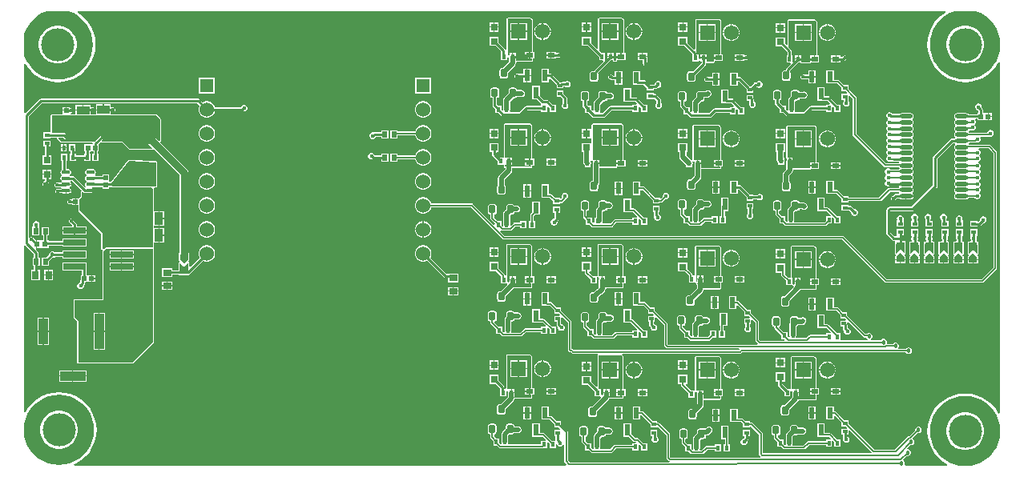
<source format=gtl>
G04*
G04 #@! TF.GenerationSoftware,Altium Limited,Altium Designer,21.5.1 (32)*
G04*
G04 Layer_Physical_Order=1*
G04 Layer_Color=255*
%FSLAX25Y25*%
%MOIN*%
G70*
G04*
G04 #@! TF.SameCoordinates,804D03E9-ECC6-49F7-9CEA-4D12CAEBA4D3*
G04*
G04*
G04 #@! TF.FilePolarity,Positive*
G04*
G01*
G75*
%ADD18C,0.01000*%
%ADD23O,0.03740X0.01575*%
%ADD24O,0.05512X0.01772*%
%ADD25R,0.02362X0.04724*%
%ADD26R,0.09400X0.02500*%
%ADD27R,0.03150X0.01968*%
%ADD28R,0.03150X0.03150*%
%ADD29R,0.03543X0.02000*%
%ADD30R,0.02165X0.02559*%
%ADD31R,0.02165X0.01772*%
%ADD32R,0.10433X0.09055*%
G04:AMPARAMS|DCode=33|XSize=35.43mil|YSize=27.56mil|CornerRadius=6.89mil|HoleSize=0mil|Usage=FLASHONLY|Rotation=90.000|XOffset=0mil|YOffset=0mil|HoleType=Round|Shape=RoundedRectangle|*
%AMROUNDEDRECTD33*
21,1,0.03543,0.01378,0,0,90.0*
21,1,0.02165,0.02756,0,0,90.0*
1,1,0.01378,0.00689,0.01083*
1,1,0.01378,0.00689,-0.01083*
1,1,0.01378,-0.00689,-0.01083*
1,1,0.01378,-0.00689,0.01083*
%
%ADD33ROUNDEDRECTD33*%
%ADD34R,0.05315X0.03740*%
%ADD35R,0.02756X0.03543*%
%ADD36R,0.02441X0.02441*%
%ADD37R,0.02047X0.02047*%
%ADD38R,0.02047X0.02047*%
%ADD39R,0.03740X0.05315*%
%ADD40R,0.01772X0.02165*%
%ADD41R,0.03543X0.02756*%
%ADD71C,0.00700*%
%ADD72C,0.02000*%
%ADD73C,0.03000*%
%ADD74R,0.05810X0.05810*%
%ADD75C,0.06000*%
%ADD76C,0.06200*%
%ADD77R,0.06200X0.06200*%
%ADD78R,0.03937X0.14567*%
%ADD79R,0.03937X0.10630*%
%ADD80R,0.10630X0.03937*%
%ADD81C,0.13780*%
%ADD82C,0.01800*%
%ADD83C,0.01772*%
G36*
X399642Y190537D02*
X401600Y189337D01*
X403346Y187846D01*
X404837Y186100D01*
X406037Y184142D01*
X406915Y182021D01*
X407359Y180172D01*
Y174828D01*
X406915Y172979D01*
X406037Y170858D01*
X404837Y168900D01*
X403346Y167154D01*
X401600Y165663D01*
X399642Y164463D01*
X397521Y163585D01*
X395289Y163049D01*
X393000Y162868D01*
X390711Y163049D01*
X388479Y163585D01*
X386357Y164463D01*
X384400Y165663D01*
X382654Y167154D01*
X381163Y168900D01*
X379963Y170858D01*
X379085Y172979D01*
X378549Y175211D01*
X378368Y177500D01*
X378549Y179789D01*
X379085Y182021D01*
X379963Y184142D01*
X381163Y186100D01*
X382654Y187846D01*
X384400Y189337D01*
X386357Y190537D01*
X388372Y191371D01*
X397628D01*
X399642Y190537D01*
D02*
G37*
G36*
X22142D02*
X24100Y189337D01*
X25846Y187846D01*
X27337Y186100D01*
X28537Y184142D01*
X29415Y182021D01*
X29951Y179789D01*
X30132Y177500D01*
X29951Y175211D01*
X29415Y172979D01*
X28537Y170858D01*
X27337Y168900D01*
X25846Y167154D01*
X24100Y165663D01*
X22142Y164463D01*
X20021Y163585D01*
X17789Y163049D01*
X15500Y162868D01*
X13211Y163049D01*
X10979Y163585D01*
X8857Y164463D01*
X6900Y165663D01*
X5154Y167154D01*
X3663Y168900D01*
X2463Y170858D01*
X1633Y172863D01*
Y182138D01*
X2463Y184142D01*
X3663Y186100D01*
X5154Y187846D01*
X6900Y189337D01*
X8857Y190537D01*
X10872Y191371D01*
X20128D01*
X22142Y190537D01*
D02*
G37*
G36*
X384924Y190890D02*
X383781Y190189D01*
X381909Y188591D01*
X380311Y186719D01*
X379025Y184621D01*
X378083Y182347D01*
X377508Y179954D01*
X377315Y177500D01*
X377508Y175046D01*
X378083Y172653D01*
X379025Y170379D01*
X380311Y168281D01*
X381909Y166409D01*
X383781Y164811D01*
X385879Y163525D01*
X388153Y162583D01*
X390546Y162008D01*
X393000Y161815D01*
X395454Y162008D01*
X397847Y162583D01*
X400121Y163525D01*
X402219Y164811D01*
X404091Y166409D01*
X405689Y168281D01*
X406859Y170190D01*
X407359Y170049D01*
Y23951D01*
X406859Y23810D01*
X405689Y25719D01*
X404091Y27591D01*
X402219Y29189D01*
X400121Y30475D01*
X397847Y31417D01*
X395454Y31992D01*
X393000Y32185D01*
X390546Y31992D01*
X388153Y31417D01*
X385879Y30475D01*
X383781Y29189D01*
X381909Y27591D01*
X380311Y25719D01*
X379025Y23621D01*
X378083Y21347D01*
X377508Y18954D01*
X377315Y16500D01*
X377508Y14046D01*
X378083Y11653D01*
X379025Y9379D01*
X380311Y7281D01*
X381909Y5409D01*
X383781Y3811D01*
X385626Y2680D01*
X385485Y2180D01*
X368217D01*
X367883Y2680D01*
X367900Y2722D01*
Y3278D01*
X367687Y3793D01*
X367384Y4096D01*
X367251Y4669D01*
X368693Y6112D01*
X368722Y6100D01*
X369279D01*
X369793Y6313D01*
X370187Y6707D01*
X370400Y7221D01*
Y7779D01*
X370187Y8293D01*
X369793Y8687D01*
X369279Y8900D01*
X369188D01*
X368981Y9400D01*
X370193Y10612D01*
X370221Y10600D01*
X370778D01*
X371293Y10813D01*
X371687Y11207D01*
X371900Y11722D01*
Y12279D01*
X371687Y12793D01*
X371293Y13187D01*
X371211Y13601D01*
X373221Y15612D01*
X373249Y15600D01*
X373806D01*
X374321Y15813D01*
X374715Y16207D01*
X374928Y16722D01*
Y17278D01*
X374715Y17793D01*
X374321Y18187D01*
X373806Y18400D01*
X373249D01*
X372735Y18187D01*
X372341Y17793D01*
X372128Y17278D01*
Y16722D01*
X372140Y16693D01*
X369961Y14515D01*
X369775D01*
X369482Y14457D01*
X369234Y14291D01*
X363708Y8765D01*
X355285D01*
X344483Y19567D01*
Y21057D01*
X342796D01*
X339312Y24541D01*
X339064Y24706D01*
X338772Y24765D01*
X338321D01*
Y26762D01*
X335159D01*
Y21238D01*
X338321D01*
Y22662D01*
X338821Y22869D01*
X341517Y20173D01*
Y18486D01*
X343401D01*
X343911Y17976D01*
X343720Y17514D01*
X341517D01*
Y14942D01*
X342082D01*
Y13709D01*
X342151Y13364D01*
X342114Y13276D01*
Y12724D01*
X342325Y12215D01*
X342715Y11825D01*
X343224Y11614D01*
X343776D01*
X344285Y11825D01*
X344675Y12215D01*
X344886Y12724D01*
Y13276D01*
X344675Y13785D01*
X344285Y14175D01*
X343918Y14327D01*
Y14942D01*
X344483D01*
Y16751D01*
X344945Y16942D01*
X354122Y7765D01*
X353915Y7265D01*
X308765D01*
Y15500D01*
X308706Y15793D01*
X308541Y16041D01*
X304769Y19812D01*
X304521Y19978D01*
X304228Y20036D01*
X303483D01*
Y20558D01*
X301599D01*
X300584Y21572D01*
X300336Y21738D01*
X300044Y21796D01*
X298321D01*
Y25806D01*
X295159D01*
Y20281D01*
X297497D01*
X297571Y20266D01*
X299727D01*
X300517Y19476D01*
Y17986D01*
X303483D01*
Y18335D01*
X303983Y18436D01*
X307235Y15183D01*
Y6910D01*
X307294Y6617D01*
X307459Y6369D01*
X307814Y6015D01*
X307778Y5787D01*
X307635Y5515D01*
X270477D01*
X270265Y5727D01*
Y15000D01*
X270206Y15293D01*
X270041Y15541D01*
X265769Y19812D01*
X265521Y19978D01*
X265228Y20036D01*
X264983D01*
Y20558D01*
X263099D01*
X259116Y24541D01*
X258868Y24706D01*
X258575Y24765D01*
X257821D01*
Y26762D01*
X254659D01*
Y21238D01*
X257821D01*
Y23083D01*
X258321Y23172D01*
X262017Y19476D01*
Y17986D01*
X264983D01*
Y17986D01*
X265301Y18118D01*
X268735Y14683D01*
Y5410D01*
X268794Y5117D01*
X268959Y4869D01*
X269619Y4209D01*
X269619Y4209D01*
X269867Y4044D01*
X270012Y4015D01*
X269963Y3515D01*
X228477D01*
X227765Y4227D01*
Y15969D01*
X227707Y16261D01*
X227541Y16509D01*
X224983Y19067D01*
Y20558D01*
X223099D01*
X221084Y22572D01*
X220836Y22738D01*
X220544Y22796D01*
X219821D01*
Y26805D01*
X216659D01*
Y21281D01*
X218997D01*
X219071Y21266D01*
X220227D01*
X222017Y19476D01*
Y17986D01*
X223901D01*
X224411Y17476D01*
X224220Y17014D01*
X222017D01*
Y14443D01*
X222582D01*
Y12784D01*
X222582Y12709D01*
X222397Y12483D01*
X221185D01*
X218183Y15485D01*
X217935Y15651D01*
X217642Y15709D01*
X216081D01*
Y19719D01*
X212919D01*
Y14195D01*
X215257D01*
X215331Y14180D01*
X217325D01*
X218561Y12945D01*
X218369Y12483D01*
X216561D01*
Y10932D01*
X202910D01*
X202804Y11432D01*
X202819Y11454D01*
X202927Y12000D01*
Y14535D01*
X203566Y15173D01*
X204429D01*
X204854Y15258D01*
X205214Y15498D01*
X205264Y15573D01*
X207000D01*
X207209Y15614D01*
X207276D01*
X207337Y15640D01*
X207546Y15681D01*
X207724Y15800D01*
X207785Y15825D01*
X207832Y15872D01*
X208009Y15991D01*
X208128Y16168D01*
X208175Y16215D01*
X208200Y16276D01*
X208319Y16454D01*
X208360Y16663D01*
X208386Y16724D01*
Y16791D01*
X208427Y17000D01*
X208386Y17209D01*
Y17276D01*
X208360Y17337D01*
X208319Y17546D01*
X208200Y17724D01*
X208175Y17785D01*
X208128Y17832D01*
X208009Y18009D01*
X207832Y18128D01*
X207785Y18175D01*
X207724Y18200D01*
X207546Y18319D01*
X207337Y18360D01*
X207276Y18386D01*
X207209D01*
X207000Y18427D01*
X205539D01*
Y18449D01*
X205455Y18874D01*
X205214Y19234D01*
X204854Y19475D01*
X204429Y19559D01*
X203051D01*
X202626Y19475D01*
X202266Y19234D01*
X202025Y18874D01*
X201941Y18449D01*
Y17586D01*
X200491Y16135D01*
X200181Y15672D01*
X200073Y15126D01*
X200073Y15126D01*
Y12000D01*
X200181Y11454D01*
X199780Y11154D01*
X199714Y11127D01*
X199242Y11599D01*
Y13483D01*
X197752D01*
X197025Y14210D01*
Y15188D01*
X197374Y15258D01*
X197734Y15498D01*
X197975Y15859D01*
X198059Y16284D01*
Y18449D01*
X197975Y18874D01*
X197734Y19234D01*
X197374Y19475D01*
X196949Y19559D01*
X195571D01*
X195146Y19475D01*
X194786Y19234D01*
X194545Y18874D01*
X194461Y18449D01*
Y16284D01*
X194545Y15859D01*
X194786Y15498D01*
X195146Y15258D01*
X195495Y15188D01*
Y13894D01*
X195553Y13601D01*
X195719Y13353D01*
X196671Y12401D01*
Y10517D01*
X198161D01*
X199052Y9627D01*
X199300Y9461D01*
X199592Y9403D01*
X217211D01*
X217503Y9461D01*
X217588Y9517D01*
X219132D01*
Y11720D01*
X219594Y11911D01*
X220104Y11401D01*
Y9517D01*
X222676D01*
Y10977D01*
X223176Y11076D01*
X223325Y10715D01*
X223715Y10325D01*
X224224Y10114D01*
X224776D01*
X225285Y10325D01*
X225675Y10715D01*
X225735Y10861D01*
X226235Y10762D01*
Y3910D01*
X226293Y3617D01*
X226459Y3369D01*
X227149Y2680D01*
X226941Y2180D01*
X22363D01*
X22265Y2671D01*
X23121Y3025D01*
X25219Y4311D01*
X27091Y5909D01*
X28689Y7781D01*
X29975Y9879D01*
X30917Y12153D01*
X31492Y14546D01*
X31685Y17000D01*
X31492Y19454D01*
X30917Y21847D01*
X29975Y24121D01*
X28689Y26219D01*
X27091Y28091D01*
X25219Y29689D01*
X23121Y30975D01*
X20847Y31917D01*
X18454Y32492D01*
X16000Y32685D01*
X13546Y32492D01*
X11153Y31917D01*
X8879Y30975D01*
X6781Y29689D01*
X4909Y28091D01*
X3311Y26219D01*
X2133Y24297D01*
X1633Y24438D01*
Y93594D01*
X2133Y93801D01*
X5614Y90320D01*
Y88679D01*
X5049D01*
Y85321D01*
X5470D01*
Y83672D01*
X4466D01*
Y79328D01*
X8022D01*
Y83672D01*
X7305D01*
Y85321D01*
X8014D01*
Y88679D01*
X7449D01*
Y90700D01*
X7379Y91051D01*
X7180Y91349D01*
X6332Y92197D01*
X6466Y92520D01*
Y94280D01*
Y95900D01*
X6343D01*
X5259Y96985D01*
X5149Y97149D01*
X4851Y97348D01*
X4500Y97418D01*
X4149Y97348D01*
X3918Y97193D01*
X3644Y97269D01*
X3418Y97400D01*
Y147620D01*
X8880Y153082D01*
X73620D01*
X74536Y152166D01*
X74332Y151812D01*
X74100Y150948D01*
Y150052D01*
X74332Y149188D01*
X74779Y148412D01*
X75412Y147779D01*
X76188Y147332D01*
X77052Y147100D01*
X77948D01*
X78812Y147332D01*
X79588Y147779D01*
X80221Y148412D01*
X80668Y149188D01*
X80774Y149582D01*
X92291D01*
X92636Y149651D01*
X92724Y149614D01*
X93276D01*
X93785Y149825D01*
X94175Y150215D01*
X94386Y150724D01*
Y151276D01*
X94175Y151785D01*
X93785Y152175D01*
X93276Y152386D01*
X92724D01*
X92215Y152175D01*
X91825Y151785D01*
X91673Y151418D01*
X80774D01*
X80668Y151812D01*
X80221Y152588D01*
X79588Y153221D01*
X78812Y153668D01*
X77948Y153900D01*
X77052D01*
X76188Y153668D01*
X75834Y153464D01*
X74649Y154649D01*
X74351Y154848D01*
X74000Y154918D01*
X8500D01*
X8149Y154848D01*
X7851Y154649D01*
X2133Y148931D01*
X1633Y149138D01*
Y169282D01*
X2114Y169418D01*
X2811Y168281D01*
X4409Y166409D01*
X6281Y164811D01*
X8379Y163525D01*
X10653Y162583D01*
X13046Y162008D01*
X15500Y161815D01*
X17954Y162008D01*
X20347Y162583D01*
X22621Y163525D01*
X24719Y164811D01*
X26591Y166409D01*
X28189Y168281D01*
X29475Y170379D01*
X30417Y172653D01*
X30992Y175046D01*
X31185Y177500D01*
X30992Y179954D01*
X30417Y182347D01*
X29475Y184621D01*
X28189Y186719D01*
X26591Y188591D01*
X24719Y190189D01*
X23576Y190890D01*
X23712Y191371D01*
X384788D01*
X384924Y190890D01*
D02*
G37*
G36*
X18289Y31451D02*
X20521Y30915D01*
X22643Y30037D01*
X24600Y28837D01*
X26346Y27346D01*
X27837Y25600D01*
X29037Y23642D01*
X29915Y21521D01*
X30451Y19289D01*
X30632Y17000D01*
X30451Y14711D01*
X29915Y12479D01*
X29037Y10357D01*
X27837Y8400D01*
X26346Y6654D01*
X24600Y5163D01*
X22643Y3963D01*
X20521Y3085D01*
X18289Y2549D01*
X16000Y2369D01*
X13711Y2549D01*
X11479Y3085D01*
X9358Y3963D01*
X7400Y5163D01*
X5654Y6654D01*
X4163Y8400D01*
X2963Y10357D01*
X2085Y12479D01*
X1633Y14361D01*
Y19639D01*
X2085Y21521D01*
X2963Y23642D01*
X4163Y25600D01*
X5654Y27346D01*
X7400Y28837D01*
X9358Y30037D01*
X11479Y30915D01*
X13711Y31451D01*
X16000Y31631D01*
X18289Y31451D01*
D02*
G37*
G36*
X395289Y30951D02*
X397521Y30415D01*
X399642Y29537D01*
X401600Y28337D01*
X403346Y26846D01*
X404837Y25100D01*
X406037Y23143D01*
X406915Y21021D01*
X407359Y19172D01*
Y13828D01*
X406915Y11979D01*
X406037Y9858D01*
X404837Y7900D01*
X403346Y6154D01*
X401600Y4663D01*
X399642Y3463D01*
X397521Y2585D01*
X395836Y2180D01*
X390164D01*
X388479Y2585D01*
X386357Y3463D01*
X384400Y4663D01*
X382654Y6154D01*
X381163Y7900D01*
X379963Y9858D01*
X379085Y11979D01*
X378549Y14211D01*
X378368Y16500D01*
X378549Y18789D01*
X379085Y21021D01*
X379963Y23143D01*
X381163Y25100D01*
X382654Y26846D01*
X384400Y28337D01*
X386357Y29537D01*
X388479Y30415D01*
X390711Y30951D01*
X393000Y31132D01*
X395289Y30951D01*
D02*
G37*
%LPC*%
G36*
X393776Y185374D02*
X392225D01*
X390703Y185071D01*
X389270Y184478D01*
X387981Y183616D01*
X386884Y182519D01*
X386022Y181230D01*
X385429Y179797D01*
X385126Y178276D01*
Y176725D01*
X385429Y175203D01*
X386022Y173770D01*
X386884Y172481D01*
X387981Y171384D01*
X389270Y170522D01*
X390703Y169929D01*
X392225Y169626D01*
X393776D01*
X395297Y169929D01*
X396730Y170522D01*
X398019Y171384D01*
X399116Y172481D01*
X399978Y173770D01*
X400571Y175203D01*
X400874Y176725D01*
Y178276D01*
X400571Y179797D01*
X399978Y181230D01*
X399116Y182519D01*
X398019Y183616D01*
X396730Y184478D01*
X395297Y185071D01*
X393776Y185374D01*
D02*
G37*
G36*
X16275D02*
X14725D01*
X13203Y185071D01*
X11770Y184478D01*
X10481Y183616D01*
X9384Y182519D01*
X8522Y181230D01*
X7929Y179797D01*
X7626Y178276D01*
Y176725D01*
X7929Y175203D01*
X8522Y173770D01*
X9384Y172481D01*
X10481Y171384D01*
X11770Y170522D01*
X13203Y169929D01*
X14725Y169626D01*
X16275D01*
X17797Y169929D01*
X19230Y170522D01*
X20519Y171384D01*
X21616Y172481D01*
X22478Y173770D01*
X23071Y175203D01*
X23374Y176725D01*
Y178276D01*
X23071Y179797D01*
X22478Y181230D01*
X21616Y182519D01*
X20519Y183616D01*
X19230Y184478D01*
X17797Y185071D01*
X16275Y185374D01*
D02*
G37*
G36*
X237475Y186722D02*
X235700D01*
Y184947D01*
X237475D01*
Y186722D01*
D02*
G37*
G36*
X198975D02*
X197200D01*
Y184947D01*
X198975D01*
Y186722D01*
D02*
G37*
G36*
X235300D02*
X233525D01*
Y184947D01*
X235300D01*
Y186722D01*
D02*
G37*
G36*
X196800D02*
X195025D01*
Y184947D01*
X196800D01*
Y186722D01*
D02*
G37*
G36*
X277538D02*
X275763D01*
Y184947D01*
X277538D01*
Y186722D01*
D02*
G37*
G36*
X275363D02*
X273588D01*
Y184947D01*
X275363D01*
Y186722D01*
D02*
G37*
G36*
X318038Y186427D02*
X316263D01*
Y184653D01*
X318038D01*
Y186427D01*
D02*
G37*
G36*
X315863D02*
X314088D01*
Y184653D01*
X315863D01*
Y186427D01*
D02*
G37*
G36*
X255638Y186500D02*
X255377D01*
Y183200D01*
X258677D01*
Y183461D01*
X258439Y184351D01*
X257978Y185149D01*
X257326Y185801D01*
X256528Y186261D01*
X255638Y186500D01*
D02*
G37*
G36*
X254977D02*
X254716D01*
X253826Y186261D01*
X253028Y185801D01*
X252377Y185149D01*
X251916Y184351D01*
X251677Y183461D01*
Y183200D01*
X254977D01*
Y186500D01*
D02*
G37*
G36*
X217638D02*
X217377D01*
Y183200D01*
X220677D01*
Y183461D01*
X220439Y184351D01*
X219978Y185149D01*
X219326Y185801D01*
X218528Y186261D01*
X217638Y186500D01*
D02*
G37*
G36*
X216977D02*
X216716D01*
X215826Y186261D01*
X215028Y185801D01*
X214376Y185149D01*
X213916Y184351D01*
X213677Y183461D01*
Y183200D01*
X216977D01*
Y186500D01*
D02*
G37*
G36*
X277538Y184547D02*
X275763D01*
Y182772D01*
X277538D01*
Y184547D01*
D02*
G37*
G36*
X275363D02*
X273588D01*
Y182772D01*
X275363D01*
Y184547D01*
D02*
G37*
G36*
X237475Y184547D02*
X235700D01*
Y182772D01*
X237475D01*
Y184547D01*
D02*
G37*
G36*
X235300D02*
X233525D01*
Y182772D01*
X235300D01*
Y184547D01*
D02*
G37*
G36*
X198975D02*
X197200D01*
Y182772D01*
X198975D01*
Y184547D01*
D02*
G37*
G36*
X196800D02*
X195025D01*
Y182772D01*
X196800D01*
Y184547D01*
D02*
G37*
G36*
X336138Y186000D02*
X335877D01*
Y182700D01*
X339177D01*
Y182961D01*
X338939Y183851D01*
X338478Y184649D01*
X337826Y185301D01*
X337028Y185761D01*
X336138Y186000D01*
D02*
G37*
G36*
X335477D02*
X335216D01*
X334326Y185761D01*
X333528Y185301D01*
X332876Y184649D01*
X332416Y183851D01*
X332177Y182961D01*
Y182700D01*
X335477D01*
Y186000D01*
D02*
G37*
G36*
X296138D02*
X295877D01*
Y182700D01*
X299177D01*
Y182961D01*
X298939Y183851D01*
X298478Y184649D01*
X297826Y185301D01*
X297028Y185761D01*
X296138Y186000D01*
D02*
G37*
G36*
X295477D02*
X295216D01*
X294326Y185761D01*
X293528Y185301D01*
X292877Y184649D01*
X292416Y183851D01*
X292177Y182961D01*
Y182700D01*
X295477D01*
Y186000D01*
D02*
G37*
G36*
X318038Y184253D02*
X316263D01*
Y182478D01*
X318038D01*
Y184253D01*
D02*
G37*
G36*
X315863D02*
X314088D01*
Y182478D01*
X315863D01*
Y184253D01*
D02*
G37*
G36*
X258677Y182800D02*
X255377D01*
Y179500D01*
X255638D01*
X256528Y179738D01*
X257326Y180199D01*
X257978Y180851D01*
X258439Y181649D01*
X258677Y182539D01*
Y182800D01*
D02*
G37*
G36*
X254977D02*
X251677D01*
Y182539D01*
X251916Y181649D01*
X252377Y180851D01*
X253028Y180199D01*
X253826Y179738D01*
X254716Y179500D01*
X254977D01*
Y182800D01*
D02*
G37*
G36*
X220677D02*
X217377D01*
Y179500D01*
X217638D01*
X218528Y179738D01*
X219326Y180199D01*
X219978Y180851D01*
X220439Y181649D01*
X220677Y182539D01*
Y182800D01*
D02*
G37*
G36*
X216977D02*
X213677D01*
Y182539D01*
X213916Y181649D01*
X214376Y180851D01*
X215028Y180199D01*
X215826Y179738D01*
X216716Y179500D01*
X216977D01*
Y182800D01*
D02*
G37*
G36*
X339177Y182300D02*
X335877D01*
Y179000D01*
X336138D01*
X337028Y179238D01*
X337826Y179699D01*
X338478Y180351D01*
X338939Y181149D01*
X339177Y182039D01*
Y182300D01*
D02*
G37*
G36*
X335477D02*
X332177D01*
Y182039D01*
X332416Y181149D01*
X332876Y180351D01*
X333528Y179699D01*
X334326Y179238D01*
X335216Y179000D01*
X335477D01*
Y182300D01*
D02*
G37*
G36*
X299177D02*
X295877D01*
Y179000D01*
X296138D01*
X297028Y179238D01*
X297826Y179699D01*
X298478Y180351D01*
X298939Y181149D01*
X299177Y182039D01*
Y182300D01*
D02*
G37*
G36*
X295477D02*
X292177D01*
Y182039D01*
X292416Y181149D01*
X292877Y180351D01*
X293528Y179699D01*
X294326Y179238D01*
X295216Y179000D01*
X295477D01*
Y182300D01*
D02*
G37*
G36*
X330500Y187933D02*
X319500D01*
X319194Y187806D01*
X319067Y187500D01*
Y177494D01*
X318605Y177303D01*
X318038Y177870D01*
Y180522D01*
X314088D01*
Y176572D01*
X316740D01*
X319062Y174251D01*
Y172983D01*
X318694D01*
Y170017D01*
X320232D01*
X320439Y169517D01*
X318671Y167749D01*
X318472Y167451D01*
X318402Y167100D01*
Y166827D01*
X317869D01*
X317444Y166742D01*
X317084Y166502D01*
X316844Y166141D01*
X316759Y165717D01*
Y163551D01*
X316844Y163126D01*
X317084Y162766D01*
X317444Y162525D01*
X317869Y162441D01*
X319247D01*
X319672Y162525D01*
X320032Y162766D01*
X320273Y163126D01*
X320357Y163551D01*
Y165717D01*
X320273Y166141D01*
X320237Y166195D01*
Y166720D01*
X323535Y170017D01*
X324376D01*
X324436Y169871D01*
X324492Y169722D01*
X324499Y169719D01*
X324502Y169711D01*
X324649Y169650D01*
X324793Y169585D01*
X325286Y169567D01*
X325294Y169570D01*
X325302Y169567D01*
X327916D01*
X327968Y169588D01*
X328023Y169581D01*
X328475Y169696D01*
X328567Y169765D01*
X328674Y169810D01*
X328695Y169861D01*
X328740Y169895D01*
X328757Y170009D01*
X328801Y170116D01*
X332317D01*
Y172884D01*
X331433D01*
Y187000D01*
X331306Y187306D01*
X330806Y187806D01*
X330500Y187933D01*
D02*
G37*
G36*
X250200Y188633D02*
X240700D01*
X240394Y188506D01*
X240267Y188200D01*
Y176026D01*
X239805Y175834D01*
X237475Y178165D01*
Y180816D01*
X233525D01*
Y176867D01*
X236177D01*
X240610Y172434D01*
X240694Y172378D01*
Y171017D01*
X242232D01*
X242439Y170517D01*
X238671Y166749D01*
X238478Y166461D01*
X237869D01*
X237444Y166376D01*
X237084Y166136D01*
X236843Y165775D01*
X236759Y165350D01*
Y163185D01*
X236843Y162760D01*
X237084Y162400D01*
X237444Y162159D01*
X237869Y162075D01*
X239247D01*
X239672Y162159D01*
X240032Y162400D01*
X240273Y162760D01*
X240357Y163185D01*
Y165350D01*
X240276Y165759D01*
X245535Y171017D01*
X245911D01*
X246377Y170985D01*
X246445Y170850D01*
X246502Y170711D01*
X246518Y170705D01*
X246526Y170689D01*
X246895Y170372D01*
X247038Y170325D01*
X247177Y170267D01*
X247664D01*
X247732Y170295D01*
X247805Y170291D01*
X247879Y170356D01*
X247971Y170394D01*
X247998Y170461D01*
X248053Y170510D01*
X248257Y170925D01*
X248263Y171024D01*
X248301Y171116D01*
X251817D01*
Y173884D01*
X251133D01*
Y187700D01*
X251006Y188006D01*
X250506Y188506D01*
X250200Y188633D01*
D02*
G37*
G36*
X290700Y188133D02*
X281200D01*
X280894Y188006D01*
X280767Y187700D01*
Y175589D01*
X280305Y175397D01*
X277538Y178165D01*
Y180816D01*
X273588D01*
Y176867D01*
X276240D01*
X279425Y173682D01*
Y172386D01*
X279443Y172297D01*
Y170517D01*
X282014D01*
Y170619D01*
X282221Y170833D01*
X282514Y170947D01*
X282524Y170943D01*
X282760Y170821D01*
X282986Y170599D01*
Y170517D01*
X283354D01*
Y169797D01*
X279861Y166304D01*
X279747Y166327D01*
X278369D01*
X277944Y166242D01*
X277584Y166002D01*
X277344Y165641D01*
X277259Y165217D01*
Y163051D01*
X277344Y162626D01*
X277584Y162266D01*
X277944Y162025D01*
X278369Y161941D01*
X279747D01*
X280172Y162025D01*
X280532Y162266D01*
X280773Y162626D01*
X280857Y163051D01*
Y164706D01*
X284921Y168769D01*
X285119Y169066D01*
X285189Y169417D01*
Y169603D01*
X285579Y169834D01*
X285689Y169857D01*
X285787Y169825D01*
X285926Y169767D01*
X288164D01*
X288232Y169795D01*
X288305Y169790D01*
X288379Y169856D01*
X288471Y169894D01*
X288498Y169961D01*
X288553Y170010D01*
X288757Y170425D01*
X288763Y170524D01*
X288801Y170616D01*
X292317D01*
Y173384D01*
X291633D01*
Y187200D01*
X291506Y187506D01*
X291006Y188006D01*
X290700Y188133D01*
D02*
G37*
G36*
X212200Y188633D02*
X202700D01*
X202394Y188506D01*
X202267Y188200D01*
Y173983D01*
X201760D01*
Y174999D01*
X201690Y175350D01*
X201491Y175648D01*
X198975Y178165D01*
Y180816D01*
X195025D01*
Y176867D01*
X197677D01*
X199925Y174619D01*
Y172886D01*
X199943Y172797D01*
Y171017D01*
X202514D01*
Y171816D01*
X202979Y172253D01*
X202984Y172255D01*
X203202Y172129D01*
X203225Y172053D01*
X203230Y172025D01*
Y170218D01*
X200839Y167827D01*
X200369D01*
X199944Y167742D01*
X199584Y167502D01*
X199344Y167141D01*
X199259Y166717D01*
Y164551D01*
X199344Y164126D01*
X199584Y163766D01*
X199944Y163525D01*
X200369Y163441D01*
X201747D01*
X202172Y163525D01*
X202532Y163766D01*
X202773Y164126D01*
X202857Y164551D01*
Y165808D01*
X205667Y168617D01*
X205667Y168617D01*
X205976Y169080D01*
X206085Y169627D01*
X206085Y169627D01*
Y169865D01*
X206093Y169882D01*
X206426Y170267D01*
X212700D01*
X213006Y170394D01*
X213133Y170700D01*
Y171616D01*
X213817D01*
Y174384D01*
X213133D01*
Y187700D01*
X213006Y188006D01*
X212506Y188506D01*
X212200Y188633D01*
D02*
G37*
G36*
X220501Y174384D02*
X218726D01*
Y173200D01*
X220501D01*
Y174384D01*
D02*
G37*
G36*
X260676Y173884D02*
X258901D01*
Y172700D01*
X260676D01*
Y173884D01*
D02*
G37*
G36*
X258501D02*
X256726D01*
Y172700D01*
X258501D01*
Y173884D01*
D02*
G37*
G36*
X343000Y172918D02*
X342791D01*
X342440Y172848D01*
X342142Y172649D01*
X341911Y172418D01*
X341176D01*
Y172884D01*
X339401D01*
Y171500D01*
Y170116D01*
X341176D01*
Y170582D01*
X342291D01*
X342642Y170652D01*
X342940Y170851D01*
X343214Y171125D01*
X343351Y171152D01*
X343649Y171351D01*
X343848Y171649D01*
X343918Y172000D01*
X343848Y172351D01*
X343649Y172649D01*
X343351Y172848D01*
X343000Y172918D01*
D02*
G37*
G36*
X299001Y173384D02*
X297226D01*
Y172200D01*
X299001D01*
Y173384D01*
D02*
G37*
G36*
X339001Y172884D02*
X337226D01*
Y171700D01*
X339001D01*
Y172884D01*
D02*
G37*
G36*
X222676Y174384D02*
X220901D01*
Y173000D01*
Y171616D01*
X222676D01*
Y172082D01*
X224000D01*
X224351Y172152D01*
X224649Y172351D01*
X224848Y172649D01*
X224918Y173000D01*
X224848Y173351D01*
X224649Y173649D01*
X224351Y173848D01*
X224000Y173918D01*
X222676D01*
Y174384D01*
D02*
G37*
G36*
X220501Y172800D02*
X218726D01*
Y171616D01*
X220501D01*
Y172800D01*
D02*
G37*
G36*
X301176Y173384D02*
X299401D01*
Y172000D01*
Y170616D01*
X301176D01*
Y171082D01*
X302000D01*
X302351Y171152D01*
X302649Y171351D01*
X302848Y171649D01*
X302918Y172000D01*
X302848Y172351D01*
X302649Y172649D01*
X302351Y172848D01*
X302000Y172918D01*
X301176D01*
Y173384D01*
D02*
G37*
G36*
X299001Y171800D02*
X297226D01*
Y170616D01*
X299001D01*
Y171800D01*
D02*
G37*
G36*
X339001Y171300D02*
X337226D01*
Y170116D01*
X339001D01*
Y171300D01*
D02*
G37*
G36*
X260676Y172300D02*
X258701D01*
X256726D01*
Y171116D01*
X258858D01*
Y169933D01*
X258928Y169582D01*
X259125Y169288D01*
X259152Y169149D01*
X259351Y168851D01*
X259649Y168652D01*
X260000Y168582D01*
X260351Y168652D01*
X260649Y168851D01*
X260848Y169149D01*
X260918Y169500D01*
Y169709D01*
X260848Y170060D01*
X260693Y170291D01*
Y172016D01*
X260676Y172104D01*
Y172300D01*
D02*
G37*
G36*
X212341Y167306D02*
X210960D01*
Y164743D01*
X212341D01*
Y167306D01*
D02*
G37*
G36*
X248560Y166305D02*
X247179D01*
Y164461D01*
X246546D01*
X246358Y164649D01*
X246060Y164848D01*
X245709Y164918D01*
X245500D01*
X245149Y164848D01*
X244851Y164649D01*
X244652Y164351D01*
X244582Y164000D01*
X244652Y163649D01*
X244851Y163351D01*
X245149Y163152D01*
X245286Y163125D01*
X245517Y162894D01*
X245814Y162696D01*
X246165Y162626D01*
X247179D01*
Y160781D01*
X248560D01*
Y163543D01*
Y166305D01*
D02*
G37*
G36*
X330841Y166806D02*
X329460D01*
Y164243D01*
X330841D01*
Y166806D01*
D02*
G37*
G36*
X250341Y166305D02*
X248960D01*
Y163743D01*
X250341D01*
Y166305D01*
D02*
G37*
G36*
X290841Y165805D02*
X289460D01*
Y163243D01*
X290841D01*
Y165805D01*
D02*
G37*
G36*
X212341Y164343D02*
X210960D01*
Y161781D01*
X212341D01*
Y164343D01*
D02*
G37*
G36*
X210560Y167306D02*
X209179D01*
Y165418D01*
X206500D01*
X206149Y165348D01*
X205851Y165149D01*
X205652Y164851D01*
X205582Y164500D01*
X205652Y164149D01*
X205851Y163851D01*
X206149Y163652D01*
X206500Y163582D01*
X209179D01*
Y161781D01*
X210560D01*
Y164543D01*
Y167306D01*
D02*
G37*
G36*
X330841Y163843D02*
X329460D01*
Y161281D01*
X330841D01*
Y163843D01*
D02*
G37*
G36*
X329060Y166806D02*
X327679D01*
Y164918D01*
X325500D01*
X325149Y164848D01*
X324851Y164649D01*
X324652Y164351D01*
X324582Y164000D01*
X324652Y163649D01*
X324851Y163351D01*
X325149Y163152D01*
X325500Y163082D01*
X327679D01*
Y161281D01*
X329060D01*
Y164043D01*
Y166806D01*
D02*
G37*
G36*
X250341Y163343D02*
X248960D01*
Y160781D01*
X250341D01*
Y163343D01*
D02*
G37*
G36*
X290841Y162843D02*
X289460D01*
Y160281D01*
X290841D01*
Y162843D01*
D02*
G37*
G36*
X289060Y165805D02*
X287679D01*
Y163918D01*
X285500D01*
X285149Y163848D01*
X284851Y163649D01*
X284652Y163351D01*
X284582Y163000D01*
X284652Y162649D01*
X284851Y162351D01*
X285149Y162152D01*
X285500Y162082D01*
X287679D01*
Y160281D01*
X289060D01*
Y163043D01*
Y165805D01*
D02*
G37*
G36*
X219821Y167306D02*
X216659D01*
Y161781D01*
X219821D01*
Y163174D01*
X220321Y163381D01*
X223017Y160685D01*
Y159214D01*
X225983D01*
Y160022D01*
X226483Y160057D01*
X226715Y159825D01*
X227224Y159614D01*
X227776D01*
X228285Y159825D01*
X228675Y160215D01*
X228886Y160724D01*
Y161276D01*
X228675Y161785D01*
X228285Y162175D01*
X227776Y162386D01*
X227224D01*
X226715Y162175D01*
X226458Y161918D01*
X225669D01*
X225317Y161848D01*
X225251Y161803D01*
X224886D01*
X224797Y161786D01*
X224512D01*
X221106Y165192D01*
X220808Y165391D01*
X220457Y165461D01*
X219821D01*
Y167306D01*
D02*
G37*
G36*
X298321Y165805D02*
X295159D01*
Y160281D01*
X298321D01*
Y162126D01*
X298848D01*
X302017Y158957D01*
Y157486D01*
X304983D01*
Y158760D01*
X306044Y159821D01*
X306381D01*
X306491Y159711D01*
X307000Y159500D01*
X307551D01*
X308061Y159711D01*
X308451Y160101D01*
X308662Y160610D01*
Y161161D01*
X308451Y161671D01*
X308061Y162061D01*
X307551Y162272D01*
X307000D01*
X306491Y162061D01*
X306101Y161671D01*
X306095Y161656D01*
X305663D01*
X305312Y161586D01*
X305014Y161387D01*
X303685Y160057D01*
X303512D01*
X299877Y163692D01*
X299580Y163891D01*
X299228Y163961D01*
X298321D01*
Y165805D01*
D02*
G37*
G36*
X257821Y166305D02*
X254659D01*
Y160781D01*
X256833D01*
X256921Y160764D01*
X259285D01*
X260517Y159531D01*
Y158257D01*
X263483D01*
Y159011D01*
X264059D01*
X264410Y159081D01*
X264708Y159280D01*
X264934Y159506D01*
X264949Y159500D01*
X265500D01*
X266009Y159711D01*
X266399Y160101D01*
X266610Y160610D01*
Y161161D01*
X266399Y161671D01*
X266009Y162061D01*
X265500Y162272D01*
X264949D01*
X264439Y162061D01*
X264050Y161671D01*
X263839Y161161D01*
Y161006D01*
X263679Y160847D01*
X262386D01*
X262297Y160829D01*
X261815D01*
X260314Y162330D01*
X260016Y162529D01*
X259665Y162599D01*
X257821D01*
Y166305D01*
D02*
G37*
G36*
X170805Y163805D02*
X164195D01*
Y157195D01*
X170805D01*
Y163805D01*
D02*
G37*
G36*
X80805D02*
X74195D01*
Y157195D01*
X80805D01*
Y163805D01*
D02*
G37*
G36*
X216081Y160219D02*
X212919D01*
Y154694D01*
X214783D01*
X216514Y152963D01*
X216561Y152483D01*
X216561Y152483D01*
Y151918D01*
X210426D01*
X210074Y151848D01*
X209777Y151649D01*
X207563Y149435D01*
X203686D01*
X203578Y149935D01*
X203590Y149954D01*
X203699Y150500D01*
Y153854D01*
X205018Y155173D01*
X205487D01*
X205912Y155258D01*
X206273Y155498D01*
X206421Y155720D01*
X207895D01*
X207954Y155681D01*
X208163Y155640D01*
X208224Y155614D01*
X208291D01*
X208500Y155573D01*
X208709Y155614D01*
X208776D01*
X208837Y155640D01*
X209046Y155681D01*
X209224Y155800D01*
X209285Y155825D01*
X209332Y155872D01*
X209509Y155991D01*
X209628Y156168D01*
X209675Y156215D01*
X209700Y156276D01*
X209819Y156454D01*
X209860Y156663D01*
X209886Y156724D01*
Y156791D01*
X209927Y157000D01*
X209886Y157209D01*
Y157276D01*
X209860Y157337D01*
X209819Y157546D01*
X209700Y157724D01*
X209675Y157785D01*
X209628Y157832D01*
X209509Y158009D01*
X209362Y158157D01*
X208899Y158466D01*
X208352Y158575D01*
X208352Y158575D01*
X206573D01*
X206513Y158874D01*
X206273Y159234D01*
X205912Y159475D01*
X205487Y159559D01*
X204110D01*
X203685Y159475D01*
X203324Y159234D01*
X203084Y158874D01*
X202999Y158449D01*
Y157192D01*
X201262Y155455D01*
X200953Y154992D01*
X200844Y154446D01*
X200844Y154446D01*
Y150500D01*
X200921Y150116D01*
X200460Y149869D01*
X200014Y150315D01*
Y151983D01*
X198740D01*
X198236Y152487D01*
Y155219D01*
X198432Y155258D01*
X198792Y155498D01*
X199033Y155859D01*
X199117Y156283D01*
Y158449D01*
X199033Y158874D01*
X198792Y159234D01*
X198432Y159475D01*
X198007Y159559D01*
X196629D01*
X196204Y159475D01*
X195844Y159234D01*
X195603Y158874D01*
X195519Y158449D01*
Y156283D01*
X195603Y155859D01*
X195844Y155498D01*
X196204Y155258D01*
X196400Y155219D01*
Y152107D01*
X196470Y151756D01*
X196669Y151458D01*
X197442Y150685D01*
Y149017D01*
X198716D01*
X199865Y147869D01*
X200163Y147669D01*
X200514Y147600D01*
X207943D01*
X208294Y147669D01*
X208592Y147869D01*
X210806Y150082D01*
X216561D01*
Y149517D01*
X219132D01*
Y151503D01*
X219594Y151695D01*
X220104Y151185D01*
Y149517D01*
X222676D01*
Y152483D01*
X221402D01*
X219647Y154237D01*
X219349Y154436D01*
X218998Y154506D01*
X217567D01*
X216081Y155992D01*
Y160219D01*
D02*
G37*
G36*
X294581Y158719D02*
X291419D01*
Y153194D01*
X293592D01*
X293681Y153177D01*
X295612D01*
X296844Y151945D01*
X296653Y151483D01*
X295061D01*
Y150918D01*
X288728D01*
X288377Y150848D01*
X288079Y150649D01*
X286365Y148935D01*
X282186D01*
X282078Y149435D01*
X282090Y149454D01*
X282199Y150000D01*
Y152752D01*
X283120Y153673D01*
X283487D01*
X283912Y153758D01*
X284273Y153998D01*
X284513Y154359D01*
X284598Y154783D01*
Y155210D01*
X285638D01*
X285638Y155210D01*
X286184Y155319D01*
X286647Y155629D01*
X287009Y155991D01*
X287128Y156168D01*
X287175Y156215D01*
X287200Y156276D01*
X287319Y156454D01*
X287360Y156663D01*
X287386Y156724D01*
Y156791D01*
X287427Y157000D01*
X287386Y157209D01*
Y157276D01*
X287360Y157337D01*
X287319Y157546D01*
X287200Y157724D01*
X287175Y157785D01*
X287128Y157832D01*
X287009Y158009D01*
X286832Y158128D01*
X286785Y158175D01*
X286724Y158200D01*
X286546Y158319D01*
X286337Y158360D01*
X286276Y158386D01*
X286209D01*
X286000Y158427D01*
X285791Y158386D01*
X285724D01*
X285663Y158360D01*
X285454Y158319D01*
X285276Y158200D01*
X285215Y158175D01*
X285168Y158128D01*
X285074Y158065D01*
X283176D01*
X283176Y158065D01*
X283146Y158059D01*
X282109D01*
X281685Y157975D01*
X281324Y157734D01*
X281084Y157374D01*
X280999Y156949D01*
Y155590D01*
X279762Y154353D01*
X279453Y153890D01*
X279344Y153343D01*
X279344Y153343D01*
Y150000D01*
X279421Y149616D01*
X278960Y149369D01*
X278514Y149815D01*
Y151483D01*
X277240D01*
X276236Y152487D01*
Y153719D01*
X276432Y153758D01*
X276792Y153998D01*
X277033Y154359D01*
X277117Y154783D01*
Y156949D01*
X277033Y157374D01*
X276792Y157734D01*
X276432Y157975D01*
X276007Y158059D01*
X274629D01*
X274204Y157975D01*
X273844Y157734D01*
X273603Y157374D01*
X273519Y156949D01*
Y154783D01*
X273603Y154359D01*
X273844Y153998D01*
X274204Y153758D01*
X274400Y153719D01*
Y152107D01*
X274470Y151756D01*
X274669Y151458D01*
X275942Y150185D01*
Y148517D01*
X277216D01*
X278365Y147369D01*
X278663Y147169D01*
X279014Y147100D01*
X286746D01*
X287097Y147169D01*
X287394Y147369D01*
X289108Y149082D01*
X295061D01*
Y148517D01*
X297632D01*
Y150503D01*
X298094Y150695D01*
X298604Y150185D01*
Y148517D01*
X301176D01*
Y151483D01*
X299902D01*
X296641Y154743D01*
X296343Y154942D01*
X295992Y155012D01*
X294581D01*
Y158719D01*
D02*
G37*
G36*
X334581Y159719D02*
X331419D01*
Y154194D01*
X333592D01*
X333681Y154177D01*
X335612D01*
X336844Y152945D01*
X336653Y152483D01*
X335061D01*
Y151918D01*
X328729D01*
X328378Y151848D01*
X328080Y151649D01*
X325866Y149435D01*
X322186D01*
X322078Y149935D01*
X322090Y149954D01*
X322199Y150500D01*
Y153752D01*
X322620Y154173D01*
X322987D01*
X323412Y154258D01*
X323773Y154498D01*
X324013Y154859D01*
X324042Y155006D01*
X325933D01*
X325933Y155006D01*
X326479Y155114D01*
X326942Y155424D01*
X327009Y155491D01*
X327128Y155668D01*
X327175Y155715D01*
X327200Y155776D01*
X327319Y155954D01*
X327360Y156163D01*
X327386Y156224D01*
Y156291D01*
X327427Y156500D01*
X327386Y156709D01*
Y156776D01*
X327360Y156837D01*
X327319Y157046D01*
X327200Y157224D01*
X327175Y157285D01*
X327128Y157332D01*
X327009Y157509D01*
X326832Y157628D01*
X326785Y157675D01*
X326724Y157700D01*
X326546Y157819D01*
X326337Y157860D01*
X326276Y157886D01*
X326209D01*
X326000Y157927D01*
X325791Y157886D01*
X325724D01*
X325663Y157861D01*
X324016D01*
X324013Y157874D01*
X323773Y158234D01*
X323412Y158475D01*
X322987Y158559D01*
X321609D01*
X321185Y158475D01*
X320824Y158234D01*
X320584Y157874D01*
X320499Y157449D01*
Y156090D01*
X319762Y155353D01*
X319453Y154890D01*
X319344Y154343D01*
X319344Y154343D01*
Y150500D01*
X319421Y150116D01*
X318960Y149869D01*
X318514Y150315D01*
Y151983D01*
X317228D01*
X315736Y153475D01*
Y154219D01*
X315932Y154258D01*
X316292Y154498D01*
X316533Y154859D01*
X316617Y155283D01*
Y157449D01*
X316533Y157874D01*
X316292Y158234D01*
X315932Y158475D01*
X315507Y158559D01*
X314129D01*
X313704Y158475D01*
X313344Y158234D01*
X313103Y157874D01*
X313019Y157449D01*
Y155283D01*
X313103Y154859D01*
X313344Y154498D01*
X313704Y154258D01*
X313900Y154219D01*
Y153094D01*
X313970Y152743D01*
X314169Y152446D01*
X315943Y150672D01*
Y149017D01*
X317216D01*
X318365Y147869D01*
X318663Y147669D01*
X319014Y147600D01*
X326246D01*
X326597Y147669D01*
X326895Y147869D01*
X329109Y150082D01*
X335061D01*
Y149517D01*
X337632D01*
Y151503D01*
X338094Y151695D01*
X338604Y151185D01*
Y149517D01*
X341176D01*
Y152483D01*
X339902D01*
X336641Y155743D01*
X336343Y155942D01*
X335992Y156012D01*
X334581D01*
Y159719D01*
D02*
G37*
G36*
X304983Y156514D02*
X302017D01*
Y153943D01*
X303165D01*
Y153126D01*
X303196Y152972D01*
X303114Y152776D01*
Y152224D01*
X303325Y151715D01*
X303715Y151325D01*
X304224Y151114D01*
X304776D01*
X305285Y151325D01*
X305675Y151715D01*
X305886Y152224D01*
Y152776D01*
X305675Y153285D01*
X305285Y153675D01*
X305000Y153793D01*
Y154842D01*
X304983Y154931D01*
Y156514D01*
D02*
G37*
G36*
X263483Y157286D02*
X260517D01*
Y154714D01*
X263483D01*
Y154714D01*
X263983Y154720D01*
X264582Y154120D01*
Y153156D01*
X264325Y152899D01*
X264114Y152390D01*
Y151839D01*
X264325Y151329D01*
X264715Y150939D01*
X265224Y150728D01*
X265776D01*
X266285Y150939D01*
X266675Y151329D01*
X266886Y151839D01*
Y152390D01*
X266675Y152899D01*
X266418Y153156D01*
Y154500D01*
X266348Y154851D01*
X266149Y155149D01*
X264649Y156649D01*
X264351Y156848D01*
X264000Y156918D01*
X263483D01*
Y157286D01*
D02*
G37*
G36*
X225983Y158242D02*
X223017D01*
Y155671D01*
X224685D01*
X225582Y154773D01*
Y153042D01*
X225325Y152785D01*
X225114Y152276D01*
Y151724D01*
X225325Y151215D01*
X225715Y150825D01*
X226224Y150614D01*
X226776D01*
X227285Y150825D01*
X227675Y151215D01*
X227886Y151724D01*
Y152276D01*
X227675Y152785D01*
X227418Y153042D01*
Y155154D01*
X227348Y155505D01*
X227149Y155802D01*
X225983Y156969D01*
Y158242D01*
D02*
G37*
G36*
X34300Y152569D02*
X31442D01*
Y150499D01*
X34300D01*
Y152569D01*
D02*
G37*
G36*
X25800Y152420D02*
X22942D01*
Y150350D01*
X25800D01*
Y152420D01*
D02*
G37*
G36*
X18800Y151498D02*
X17576D01*
Y150275D01*
X18800D01*
Y151498D01*
D02*
G37*
G36*
X254081Y159219D02*
X250919D01*
Y153694D01*
X253092D01*
X253181Y153677D01*
X255612D01*
X256344Y152945D01*
X256153Y152483D01*
X254561D01*
Y151918D01*
X245500D01*
X245149Y151848D01*
X244851Y151649D01*
X242120Y148918D01*
X241516D01*
X241057Y149017D01*
Y149904D01*
X241090Y149954D01*
X241199Y150500D01*
Y152491D01*
X242515Y153807D01*
X242987D01*
X243412Y153892D01*
X243773Y154132D01*
X244013Y154492D01*
X244029Y154573D01*
X245500D01*
X245709Y154614D01*
X245776D01*
X245837Y154640D01*
X246046Y154681D01*
X246224Y154800D01*
X246285Y154825D01*
X246332Y154872D01*
X246509Y154991D01*
X246628Y155168D01*
X246675Y155215D01*
X246700Y155276D01*
X246819Y155454D01*
X246860Y155663D01*
X246886Y155724D01*
Y155791D01*
X246927Y156000D01*
X246886Y156209D01*
Y156276D01*
X246860Y156337D01*
X246819Y156546D01*
X246700Y156724D01*
X246675Y156785D01*
X246628Y156832D01*
X246509Y157009D01*
X246332Y157128D01*
X246285Y157175D01*
X246224Y157200D01*
X246046Y157319D01*
X245837Y157360D01*
X245776Y157386D01*
X245709D01*
X245500Y157427D01*
X244029D01*
X244013Y157508D01*
X243773Y157868D01*
X243412Y158108D01*
X242987Y158193D01*
X241610D01*
X241185Y158108D01*
X240824Y157868D01*
X240584Y157508D01*
X240499Y157083D01*
Y155829D01*
X238762Y154092D01*
X238453Y153629D01*
X238344Y153083D01*
X238344Y153083D01*
Y150500D01*
X238421Y150116D01*
X237960Y149869D01*
X237514Y150315D01*
Y151983D01*
X236240D01*
X235736Y152487D01*
Y153852D01*
X235932Y153892D01*
X236292Y154132D01*
X236533Y154492D01*
X236617Y154917D01*
Y157083D01*
X236533Y157508D01*
X236292Y157868D01*
X235932Y158108D01*
X235507Y158193D01*
X234129D01*
X233704Y158108D01*
X233344Y157868D01*
X233103Y157508D01*
X233019Y157083D01*
Y154917D01*
X233103Y154492D01*
X233344Y154132D01*
X233704Y153892D01*
X233900Y153852D01*
Y152107D01*
X233970Y151756D01*
X234169Y151458D01*
X234943Y150685D01*
Y149017D01*
X236216D01*
X237883Y147351D01*
X238180Y147152D01*
X238531Y147082D01*
X242500D01*
X242851Y147152D01*
X243149Y147351D01*
X245880Y150082D01*
X254561D01*
Y149517D01*
X257132D01*
Y151503D01*
X257594Y151695D01*
X258104Y151185D01*
Y149517D01*
X260676D01*
Y152483D01*
X259402D01*
X256641Y155243D01*
X256343Y155442D01*
X255992Y155512D01*
X254081D01*
Y159219D01*
D02*
G37*
G36*
X398776Y152886D02*
X398224D01*
X397715Y152675D01*
X397325Y152285D01*
X397114Y151776D01*
Y151224D01*
X397325Y150715D01*
X397715Y150325D01*
X398224Y150114D01*
X398379D01*
X398508Y149986D01*
Y148924D01*
X398002D01*
Y148485D01*
X394462D01*
X394411Y148561D01*
X393986Y148845D01*
X393484Y148945D01*
X389744D01*
X389242Y148845D01*
X388817Y148561D01*
X388533Y148136D01*
X388433Y147634D01*
X388533Y147132D01*
X388817Y146707D01*
X388895Y146655D01*
Y146054D01*
X388817Y146002D01*
X388533Y145577D01*
X388433Y145075D01*
X388533Y144573D01*
X388817Y144148D01*
X388895Y144096D01*
Y143495D01*
X388817Y143443D01*
X388533Y143017D01*
X388433Y142516D01*
X388533Y142014D01*
X388817Y141589D01*
X388895Y141537D01*
Y140936D01*
X388817Y140884D01*
X388533Y140458D01*
X388433Y139957D01*
X388533Y139455D01*
X388817Y139030D01*
X388663Y138553D01*
X388420Y138315D01*
X387398D01*
X387047Y138245D01*
X386749Y138047D01*
X379851Y131149D01*
X379652Y130851D01*
X379582Y130500D01*
Y118880D01*
X370620Y109918D01*
X361586D01*
X361235Y109848D01*
X360937Y109649D01*
X360351Y109063D01*
X360152Y108765D01*
X360082Y108414D01*
Y99000D01*
X360152Y98649D01*
X360351Y98351D01*
X362615Y96087D01*
X362913Y95888D01*
X363264Y95818D01*
X363456D01*
X363860Y95585D01*
Y94374D01*
X363831Y94308D01*
X363832Y94305D01*
X363831Y94302D01*
X363831Y90494D01*
X363894Y90344D01*
X363894Y90343D01*
X363894Y90343D01*
X363955Y90192D01*
X363957Y90191D01*
X363958Y90188D01*
X364080Y90137D01*
X364175Y89859D01*
X364228Y89647D01*
X363967Y89321D01*
X363860Y89321D01*
X363828Y88906D01*
X363828Y88906D01*
X363828Y88906D01*
X363860Y88831D01*
Y88121D01*
X366031D01*
X368203D01*
Y88821D01*
X368203Y88822D01*
X368237Y88905D01*
X368237Y88905D01*
X368237Y88905D01*
X368203Y89321D01*
X368071D01*
X367798Y89659D01*
X367922Y90065D01*
X367947Y90137D01*
X368102Y90201D01*
X368102Y90201D01*
X368102Y90202D01*
X368171Y90369D01*
X368228Y90507D01*
Y90508D01*
X368228Y90508D01*
X368228Y90508D01*
X368228Y94255D01*
X368203Y94315D01*
Y95585D01*
X366949D01*
Y98001D01*
X367514D01*
Y100572D01*
X364549D01*
Y98001D01*
X364192Y97654D01*
X363644D01*
X361918Y99380D01*
Y108034D01*
X361966Y108082D01*
X371000D01*
X371351Y108152D01*
X371649Y108351D01*
X381149Y117851D01*
X381348Y118149D01*
X381418Y118500D01*
Y130120D01*
X387778Y136480D01*
X388811D01*
X388817Y136471D01*
X388895Y136419D01*
Y135817D01*
X388817Y135766D01*
X388533Y135340D01*
X388433Y134839D01*
X388533Y134337D01*
X388817Y133912D01*
X388895Y133860D01*
Y133258D01*
X388817Y133206D01*
X388533Y132781D01*
X388433Y132280D01*
X388533Y131778D01*
X388817Y131352D01*
X388895Y131301D01*
Y130699D01*
X388817Y130648D01*
X388533Y130222D01*
X388433Y129720D01*
X388533Y129219D01*
X388817Y128794D01*
X388895Y128742D01*
Y128140D01*
X388817Y128088D01*
X388533Y127663D01*
X388433Y127161D01*
X388533Y126660D01*
X388817Y126234D01*
X388895Y126183D01*
Y125581D01*
X388817Y125529D01*
X388533Y125104D01*
X388433Y124602D01*
X388533Y124101D01*
X388817Y123675D01*
X388895Y123624D01*
Y123022D01*
X388817Y122970D01*
X388533Y122545D01*
X388433Y122043D01*
X388533Y121542D01*
X388817Y121116D01*
X388895Y121064D01*
Y120463D01*
X388817Y120411D01*
X388533Y119986D01*
X388433Y119484D01*
X388533Y118983D01*
X388817Y118557D01*
X388895Y118505D01*
Y117904D01*
X388817Y117852D01*
X388533Y117427D01*
X388433Y116925D01*
X388533Y116423D01*
X388817Y115998D01*
X388895Y115946D01*
Y115345D01*
X388817Y115293D01*
X388533Y114868D01*
X388433Y114366D01*
X388533Y113864D01*
X388817Y113439D01*
X389242Y113155D01*
X389744Y113055D01*
X393484D01*
X393986Y113155D01*
X394411Y113439D01*
X394565Y113668D01*
X396872D01*
X397215Y113325D01*
X397724Y113114D01*
X398276D01*
X398785Y113325D01*
X399175Y113715D01*
X399386Y114224D01*
Y114776D01*
X399175Y115285D01*
X399037Y115423D01*
X398832Y115750D01*
X399037Y116077D01*
X399175Y116215D01*
X399386Y116724D01*
Y117276D01*
X399175Y117785D01*
X398824Y118136D01*
X399175Y118487D01*
X399386Y118996D01*
Y119547D01*
X399175Y120057D01*
X398900Y120332D01*
X398829Y120636D01*
X398900Y120940D01*
X399175Y121215D01*
X399386Y121724D01*
Y122276D01*
X399175Y122785D01*
X399037Y122923D01*
X398832Y123250D01*
X399037Y123577D01*
X399175Y123715D01*
X399386Y124224D01*
Y124776D01*
X399175Y125285D01*
X399037Y125423D01*
X398832Y125750D01*
X399037Y126077D01*
X399175Y126215D01*
X399386Y126724D01*
Y127276D01*
X399175Y127785D01*
X398785Y128175D01*
X398653Y128229D01*
Y128771D01*
X398785Y128825D01*
X399175Y129215D01*
X399386Y129724D01*
Y130276D01*
X399175Y130785D01*
X399037Y130923D01*
X398832Y131250D01*
X399037Y131577D01*
X399175Y131715D01*
X399386Y132224D01*
Y132776D01*
X399175Y133285D01*
X398785Y133675D01*
X398639Y133735D01*
X398739Y134235D01*
X402683D01*
X404735Y132183D01*
Y84727D01*
X399773Y79765D01*
X360317D01*
X342541Y97541D01*
X342293Y97707D01*
X342000Y97765D01*
X201516D01*
X199618Y99662D01*
X199937Y100051D01*
X200072Y99961D01*
X200364Y99903D01*
X203710D01*
X204003Y99961D01*
X204251Y100127D01*
X205860Y101735D01*
X207943D01*
Y101017D01*
X210514D01*
Y103983D01*
X207943D01*
Y103265D01*
X205543D01*
X205251Y103207D01*
X205002Y103041D01*
X204146Y102184D01*
X203685Y102431D01*
X203699Y102500D01*
Y106354D01*
X204018Y106673D01*
X204487D01*
X204912Y106758D01*
X205273Y106998D01*
X205513Y107359D01*
X205556Y107573D01*
X206500D01*
X206709Y107614D01*
X206776D01*
X206837Y107640D01*
X207046Y107681D01*
X207224Y107800D01*
X207285Y107825D01*
X207332Y107872D01*
X207509Y107991D01*
X207628Y108168D01*
X207675Y108215D01*
X207700Y108276D01*
X207819Y108454D01*
X207860Y108663D01*
X207886Y108724D01*
Y108791D01*
X207927Y109000D01*
X207886Y109209D01*
Y109276D01*
X207860Y109337D01*
X207819Y109546D01*
X207700Y109724D01*
X207675Y109785D01*
X207628Y109832D01*
X207509Y110009D01*
X207332Y110128D01*
X207285Y110175D01*
X207224Y110200D01*
X207046Y110319D01*
X206837Y110360D01*
X206776Y110386D01*
X206709D01*
X206500Y110427D01*
X205477D01*
X205273Y110734D01*
X204912Y110975D01*
X204487Y111059D01*
X203110D01*
X202685Y110975D01*
X202324Y110734D01*
X202084Y110374D01*
X201999Y109949D01*
Y108692D01*
X201262Y107955D01*
X200953Y107492D01*
X200844Y106946D01*
X200844Y106946D01*
Y102500D01*
X200953Y101954D01*
X200552Y101654D01*
X200486Y101627D01*
X200014Y102099D01*
Y103983D01*
X198524D01*
X197083Y105424D01*
Y106688D01*
X197432Y106758D01*
X197792Y106998D01*
X198033Y107359D01*
X198117Y107783D01*
Y109949D01*
X198033Y110374D01*
X197792Y110734D01*
X197432Y110975D01*
X197007Y111059D01*
X195629D01*
X195204Y110975D01*
X194844Y110734D01*
X194603Y110374D01*
X194519Y109949D01*
Y107783D01*
X194603Y107359D01*
X194844Y106998D01*
X195204Y106758D01*
X195553Y106688D01*
Y105107D01*
X195612Y104814D01*
X195777Y104566D01*
X197390Y102953D01*
X197352Y102610D01*
X196860Y102420D01*
X188240Y111041D01*
X187992Y111206D01*
X187699Y111265D01*
X170815D01*
X170668Y111812D01*
X170221Y112588D01*
X169588Y113221D01*
X168812Y113668D01*
X167948Y113900D01*
X167052D01*
X166188Y113668D01*
X165412Y113221D01*
X164779Y112588D01*
X164332Y111812D01*
X164100Y110948D01*
Y110052D01*
X164332Y109188D01*
X164779Y108412D01*
X165412Y107779D01*
X166188Y107332D01*
X167052Y107100D01*
X167948D01*
X168812Y107332D01*
X169588Y107779D01*
X170221Y108412D01*
X170668Y109188D01*
X170815Y109735D01*
X187382D01*
X200658Y96459D01*
X200906Y96293D01*
X201199Y96235D01*
X341683D01*
X359459Y78459D01*
X359459Y78459D01*
X359707Y78294D01*
X360000Y78235D01*
X400090D01*
X400383Y78294D01*
X400631Y78459D01*
X406041Y83869D01*
X406207Y84117D01*
X406265Y84410D01*
Y132500D01*
X406207Y132793D01*
X406041Y133041D01*
X406041Y133041D01*
X403541Y135541D01*
X403293Y135706D01*
X403000Y135765D01*
X398000D01*
X397707Y135706D01*
X397674Y135684D01*
X394466D01*
X394411Y135766D01*
X394398Y136276D01*
X394745Y136633D01*
X397108D01*
X397400Y136691D01*
X397453Y136726D01*
X397724Y136614D01*
X398276D01*
X398785Y136825D01*
X399175Y137215D01*
X399386Y137724D01*
Y138276D01*
X399213Y138692D01*
X399352Y139025D01*
X399475Y139192D01*
X402667D01*
X402916Y139242D01*
X403224Y139114D01*
X403776D01*
X404285Y139325D01*
X404675Y139715D01*
X404886Y140224D01*
Y140776D01*
X404675Y141285D01*
X404285Y141675D01*
X403776Y141886D01*
X403224D01*
X402715Y141675D01*
X402325Y141285D01*
X402114Y140776D01*
Y140721D01*
X394520D01*
X394411Y140884D01*
X394334Y140936D01*
Y141430D01*
X394712Y141831D01*
X395323D01*
X395329Y141825D01*
X395838Y141614D01*
X396390D01*
X396899Y141825D01*
X397289Y142215D01*
X397500Y142724D01*
Y143276D01*
X397289Y143785D01*
X396938Y144136D01*
X397289Y144487D01*
X397500Y144996D01*
Y145547D01*
X397289Y146057D01*
X397196Y146149D01*
X397404Y146649D01*
X398002D01*
Y146076D01*
X400651D01*
X401151Y146076D01*
X401349Y146076D01*
X402375D01*
Y147500D01*
Y148924D01*
X401349D01*
X400843Y148924D01*
X400343Y149296D01*
Y150366D01*
X400273Y150717D01*
X400074Y151015D01*
X399880Y151209D01*
X399886Y151224D01*
Y151776D01*
X399675Y152285D01*
X399285Y152675D01*
X398776Y152886D01*
D02*
G37*
G36*
X37558Y152569D02*
X34700D01*
Y150299D01*
X34500D01*
Y150099D01*
X31442D01*
Y148433D01*
X29057D01*
Y149582D01*
X30000D01*
X30351Y149652D01*
X30649Y149851D01*
X30848Y150149D01*
X30918Y150500D01*
X30848Y150851D01*
X30649Y151149D01*
X30351Y151348D01*
X30000Y151418D01*
X29057D01*
Y152420D01*
X26200D01*
Y150150D01*
X26000D01*
Y149950D01*
X22942D01*
Y148433D01*
X20833D01*
X20792Y148455D01*
X20791Y148631D01*
X21000Y149082D01*
X21351Y149152D01*
X21649Y149351D01*
X21848Y149649D01*
X21918Y150000D01*
X21848Y150351D01*
X21649Y150649D01*
X21611Y150686D01*
X21314Y150885D01*
X20963Y150955D01*
X20424D01*
Y151498D01*
X19200D01*
Y150075D01*
X19000D01*
Y149875D01*
X17576D01*
X17576Y148651D01*
X17167Y148433D01*
X13000D01*
X12694Y148306D01*
X12567Y148000D01*
Y141523D01*
X12483Y141058D01*
X12105Y141058D01*
X9517D01*
Y138486D01*
X12483D01*
Y138854D01*
X14831D01*
X15053Y138628D01*
X15175Y138392D01*
X15208Y138312D01*
Y138226D01*
X15269Y138165D01*
X15302Y138086D01*
X16694Y136694D01*
X17000Y136567D01*
X29748D01*
X30084Y136067D01*
X30038Y135956D01*
X30006Y135924D01*
X29424Y135924D01*
X29226Y135924D01*
X26576D01*
Y133076D01*
X26946D01*
Y131983D01*
X26443D01*
Y131418D01*
X23057D01*
Y131983D01*
X22575D01*
Y133017D01*
X22829D01*
Y135983D01*
X20257D01*
Y133017D01*
X20740D01*
Y131983D01*
X20486D01*
Y129017D01*
X23057D01*
Y129582D01*
X26443D01*
Y129017D01*
X29014D01*
Y131983D01*
X28782D01*
Y132723D01*
X29135Y133076D01*
X29726Y133076D01*
X29854Y133076D01*
X30354Y132908D01*
Y131983D01*
X29986D01*
Y129017D01*
X32557D01*
Y131983D01*
X32189D01*
Y133076D01*
X32573D01*
Y135924D01*
X32573Y135924D01*
X32573D01*
X32691Y136393D01*
X33075Y136777D01*
X33392Y136775D01*
X33645Y136694D01*
X33724Y136661D01*
X33785Y136600D01*
X33871D01*
X33951Y136567D01*
X42321D01*
X45194Y133694D01*
X45500Y133567D01*
X54662D01*
X54742Y133600D01*
X54828D01*
X54889Y133661D01*
X54968Y133694D01*
X55463Y133852D01*
X66063Y123253D01*
Y90537D01*
X65828D01*
Y88237D01*
X65828Y88236D01*
X65794Y88153D01*
X65794Y88153D01*
X65794Y88153D01*
X65828Y87737D01*
X65961D01*
X66233Y87400D01*
X66131Y87057D01*
X66084Y86921D01*
X66083Y86920D01*
X66083Y86920D01*
X65930Y86857D01*
X65930Y86857D01*
X65929Y86857D01*
X65860Y86688D01*
X65803Y86551D01*
Y86550D01*
X65803Y86550D01*
X65803Y86550D01*
X65803Y83841D01*
X65450Y83487D01*
X63172D01*
Y84290D01*
X58828D01*
Y80734D01*
X63172D01*
Y81652D01*
X65828D01*
Y81473D01*
X70172D01*
Y81812D01*
X70420Y81978D01*
X75925Y87483D01*
X76188Y87332D01*
X77052Y87100D01*
X77948D01*
X78812Y87332D01*
X79588Y87779D01*
X80221Y88412D01*
X80668Y89188D01*
X80900Y90052D01*
Y90948D01*
X80668Y91812D01*
X80221Y92588D01*
X79588Y93221D01*
X78812Y93668D01*
X77948Y93900D01*
X77052D01*
X76188Y93668D01*
X75412Y93221D01*
X74779Y92588D01*
X74332Y91812D01*
X74100Y90948D01*
Y90052D01*
X74332Y89188D01*
X74589Y88742D01*
X70662Y84815D01*
X70200Y85006D01*
X70200Y86564D01*
X70137Y86715D01*
X70077Y86867D01*
X70074Y86868D01*
X70073Y86870D01*
X69951Y86921D01*
X69856Y87199D01*
X69803Y87411D01*
X70064Y87737D01*
X70172Y87737D01*
X70203Y88152D01*
X70203Y88152D01*
X70203Y88152D01*
X70172Y88228D01*
Y90537D01*
X69937D01*
Y124055D01*
X69790Y124796D01*
X69370Y125425D01*
X58148Y136647D01*
X58306Y137142D01*
X58339Y137222D01*
X58400Y137282D01*
Y137369D01*
X58433Y137448D01*
Y146500D01*
X58306Y146806D01*
X56806Y148306D01*
X56500Y148433D01*
X37558D01*
Y149582D01*
X38500D01*
X38851Y149652D01*
X39149Y149851D01*
X39348Y150149D01*
X39418Y150500D01*
X39348Y150851D01*
X39149Y151149D01*
X38851Y151348D01*
X38500Y151418D01*
X37558D01*
Y152569D01*
D02*
G37*
G36*
X402775Y148924D02*
Y147700D01*
X403998D01*
Y148924D01*
X402775D01*
D02*
G37*
G36*
X167948Y153900D02*
X167052D01*
X166188Y153668D01*
X165412Y153221D01*
X164779Y152588D01*
X164332Y151812D01*
X164100Y150948D01*
Y150052D01*
X164332Y149188D01*
X164779Y148412D01*
X165412Y147779D01*
X166188Y147332D01*
X167052Y147100D01*
X167948D01*
X168812Y147332D01*
X169588Y147779D01*
X170221Y148412D01*
X170668Y149188D01*
X170900Y150052D01*
Y150948D01*
X170668Y151812D01*
X170221Y152588D01*
X169588Y153221D01*
X168812Y153668D01*
X167948Y153900D01*
D02*
G37*
G36*
X403998Y147300D02*
X402775D01*
Y146076D01*
X403998D01*
Y147300D01*
D02*
G37*
G36*
X167948Y143900D02*
X167052D01*
X166188Y143668D01*
X165412Y143221D01*
X164779Y142588D01*
X164332Y141812D01*
X164185Y141265D01*
X156951D01*
Y141680D01*
X153986D01*
Y138321D01*
X156951D01*
Y139735D01*
X164185D01*
X164332Y139188D01*
X164779Y138412D01*
X165412Y137779D01*
X166188Y137332D01*
X167052Y137100D01*
X167948D01*
X168812Y137332D01*
X169588Y137779D01*
X170221Y138412D01*
X170668Y139188D01*
X170900Y140052D01*
Y140948D01*
X170668Y141812D01*
X170221Y142588D01*
X169588Y143221D01*
X168812Y143668D01*
X167948Y143900D01*
D02*
G37*
G36*
X153014Y141680D02*
X150049D01*
Y140918D01*
X147209D01*
X146864Y140849D01*
X146776Y140886D01*
X146224D01*
X145715Y140675D01*
X145325Y140285D01*
X145114Y139776D01*
Y139224D01*
X145325Y138715D01*
X145715Y138325D01*
X146224Y138114D01*
X146776D01*
X147285Y138325D01*
X147675Y138715D01*
X147827Y139082D01*
X150049D01*
Y138321D01*
X153014D01*
Y141680D01*
D02*
G37*
G36*
X198975Y142428D02*
X197200D01*
Y140653D01*
X198975D01*
Y142428D01*
D02*
G37*
G36*
X235300D02*
X233525D01*
Y140653D01*
X235300D01*
Y142428D01*
D02*
G37*
G36*
X196800D02*
X195025D01*
Y140653D01*
X196800D01*
Y142428D01*
D02*
G37*
G36*
X318038D02*
X316263D01*
Y140653D01*
X318038D01*
Y142428D01*
D02*
G37*
G36*
X277538D02*
X275763D01*
Y140653D01*
X277538D01*
Y142428D01*
D02*
G37*
G36*
X315863D02*
X314088D01*
Y140653D01*
X315863D01*
Y142428D01*
D02*
G37*
G36*
X275363D02*
X273588D01*
Y140653D01*
X275363D01*
Y142428D01*
D02*
G37*
G36*
X255638Y142206D02*
X255377D01*
Y138906D01*
X258677D01*
Y139166D01*
X258439Y140057D01*
X257978Y140855D01*
X257326Y141506D01*
X256528Y141967D01*
X255638Y142206D01*
D02*
G37*
G36*
X254977D02*
X254716D01*
X253826Y141967D01*
X253028Y141506D01*
X252377Y140855D01*
X251916Y140057D01*
X251677Y139166D01*
Y138906D01*
X254977D01*
Y142206D01*
D02*
G37*
G36*
X217638D02*
X217377D01*
Y138906D01*
X220677D01*
Y139166D01*
X220439Y140057D01*
X219978Y140855D01*
X219326Y141506D01*
X218528Y141967D01*
X217638Y142206D01*
D02*
G37*
G36*
X216977D02*
X216716D01*
X215826Y141967D01*
X215028Y141506D01*
X214376Y140855D01*
X213916Y140057D01*
X213677Y139166D01*
Y138906D01*
X216977D01*
Y142206D01*
D02*
G37*
G36*
X318038Y140253D02*
X316263D01*
Y138478D01*
X318038D01*
Y140253D01*
D02*
G37*
G36*
X315863D02*
X314088D01*
Y138478D01*
X315863D01*
Y140253D01*
D02*
G37*
G36*
X277538D02*
X275763D01*
Y138478D01*
X277538D01*
Y140253D01*
D02*
G37*
G36*
X275363D02*
X273588D01*
Y138478D01*
X275363D01*
Y140253D01*
D02*
G37*
G36*
X198975Y140253D02*
X197200D01*
Y138478D01*
X198975D01*
Y140253D01*
D02*
G37*
G36*
X196800D02*
X195025D01*
Y138478D01*
X196800D01*
Y140253D01*
D02*
G37*
G36*
X235300D02*
X233525D01*
Y138478D01*
X235300D01*
Y140253D01*
D02*
G37*
G36*
X336138Y141706D02*
X335877D01*
Y138406D01*
X339177D01*
Y138666D01*
X338939Y139557D01*
X338478Y140355D01*
X337826Y141006D01*
X337028Y141467D01*
X336138Y141706D01*
D02*
G37*
G36*
X335477D02*
X335216D01*
X334326Y141467D01*
X333528Y141006D01*
X332876Y140355D01*
X332416Y139557D01*
X332177Y138666D01*
Y138406D01*
X335477D01*
Y141706D01*
D02*
G37*
G36*
X296138D02*
X295877D01*
Y138406D01*
X299177D01*
Y138666D01*
X298939Y139557D01*
X298478Y140355D01*
X297826Y141006D01*
X297028Y141467D01*
X296138Y141706D01*
D02*
G37*
G36*
X295477D02*
X295216D01*
X294326Y141467D01*
X293528Y141006D01*
X292877Y140355D01*
X292416Y139557D01*
X292177Y138666D01*
Y138406D01*
X295477D01*
Y141706D01*
D02*
G37*
G36*
X77948Y143900D02*
X77052D01*
X76188Y143668D01*
X75412Y143221D01*
X74779Y142588D01*
X74332Y141812D01*
X74100Y140948D01*
Y140052D01*
X74332Y139188D01*
X74779Y138412D01*
X75412Y137779D01*
X76188Y137332D01*
X77052Y137100D01*
X77948D01*
X78812Y137332D01*
X79588Y137779D01*
X80221Y138412D01*
X80668Y139188D01*
X80900Y140052D01*
Y140948D01*
X80668Y141812D01*
X80221Y142588D01*
X79588Y143221D01*
X78812Y143668D01*
X77948Y143900D01*
D02*
G37*
G36*
X258677Y138505D02*
X255377D01*
Y135205D01*
X255638D01*
X256528Y135444D01*
X257326Y135905D01*
X257978Y136556D01*
X258439Y137355D01*
X258677Y138245D01*
Y138505D01*
D02*
G37*
G36*
X254977D02*
X251677D01*
Y138245D01*
X251916Y137355D01*
X252377Y136556D01*
X253028Y135905D01*
X253826Y135444D01*
X254716Y135205D01*
X254977D01*
Y138505D01*
D02*
G37*
G36*
X220677D02*
X217377D01*
Y135205D01*
X217638D01*
X218528Y135444D01*
X219326Y135905D01*
X219978Y136556D01*
X220439Y137355D01*
X220677Y138245D01*
Y138505D01*
D02*
G37*
G36*
X216977D02*
X213677D01*
Y138245D01*
X213916Y137355D01*
X214376Y136556D01*
X215028Y135905D01*
X215826Y135444D01*
X216716Y135205D01*
X216977D01*
Y138505D01*
D02*
G37*
G36*
X339177Y138005D02*
X335877D01*
Y134705D01*
X336138D01*
X337028Y134944D01*
X337826Y135405D01*
X338478Y136056D01*
X338939Y136855D01*
X339177Y137745D01*
Y138005D01*
D02*
G37*
G36*
X335477D02*
X332177D01*
Y137745D01*
X332416Y136855D01*
X332876Y136056D01*
X333528Y135405D01*
X334326Y134944D01*
X335216Y134705D01*
X335477D01*
Y138005D01*
D02*
G37*
G36*
X299177D02*
X295877D01*
Y134705D01*
X296138D01*
X297028Y134944D01*
X297826Y135405D01*
X298478Y136056D01*
X298939Y136855D01*
X299177Y137745D01*
Y138005D01*
D02*
G37*
G36*
X295477D02*
X292177D01*
Y137745D01*
X292416Y136855D01*
X292877Y136056D01*
X293528Y135405D01*
X294326Y134944D01*
X295216Y134705D01*
X295477D01*
Y138005D01*
D02*
G37*
G36*
X19286Y135983D02*
X18200D01*
Y134700D01*
X19286D01*
Y135983D01*
D02*
G37*
G36*
X17800D02*
X16714D01*
Y134700D01*
X17800D01*
Y135983D01*
D02*
G37*
G36*
X19286Y134300D02*
X18200D01*
Y133017D01*
X19286D01*
Y134300D01*
D02*
G37*
G36*
X17800D02*
X16714D01*
Y133017D01*
X17800D01*
Y134300D01*
D02*
G37*
G36*
X167948Y133900D02*
X167052D01*
X166188Y133668D01*
X165412Y133221D01*
X164779Y132588D01*
X164332Y131812D01*
X164185Y131265D01*
X156951D01*
Y132179D01*
X153986D01*
Y128821D01*
X156951D01*
Y129735D01*
X164185D01*
X164332Y129188D01*
X164779Y128412D01*
X165412Y127779D01*
X166188Y127332D01*
X167052Y127100D01*
X167948D01*
X168812Y127332D01*
X169588Y127779D01*
X170221Y128412D01*
X170668Y129188D01*
X170900Y130052D01*
Y130948D01*
X170668Y131812D01*
X170221Y132588D01*
X169588Y133221D01*
X168812Y133668D01*
X167948Y133900D01*
D02*
G37*
G36*
X212000Y144538D02*
X201500D01*
X201194Y144412D01*
X201067Y144106D01*
Y130961D01*
X201018Y130513D01*
X200581Y130483D01*
X199543D01*
X197954Y132072D01*
X198004Y132572D01*
X198975D01*
Y136522D01*
X195025D01*
Y132572D01*
X196082D01*
Y131728D01*
X196152Y131377D01*
X196351Y131079D01*
X198442Y128988D01*
Y127517D01*
X200581D01*
X201018Y127487D01*
X201067Y127039D01*
Y126605D01*
X201194Y126299D01*
X201500Y126173D01*
X201730D01*
Y125596D01*
X199049Y122915D01*
X198740Y122452D01*
X198631Y121906D01*
X198631Y121906D01*
Y119033D01*
X198584Y119002D01*
X198344Y118641D01*
X198259Y118217D01*
Y116051D01*
X198344Y115626D01*
X198584Y115266D01*
X198944Y115025D01*
X199369Y114941D01*
X200747D01*
X201172Y115025D01*
X201532Y115266D01*
X201773Y115626D01*
X201857Y116051D01*
Y118217D01*
X201773Y118641D01*
X201532Y119002D01*
X201486Y119033D01*
Y121314D01*
X204167Y123995D01*
X204167Y123995D01*
X204476Y124459D01*
X204585Y125005D01*
Y126173D01*
X212500D01*
X212806Y126299D01*
X212933Y126605D01*
Y127116D01*
X213817D01*
Y129884D01*
X212933D01*
Y143605D01*
X212806Y143912D01*
X212306Y144412D01*
X212000Y144538D01*
D02*
G37*
G36*
X290500Y144038D02*
X280000D01*
X279694Y143912D01*
X279567Y143605D01*
Y129961D01*
X279518Y129513D01*
X279081Y129483D01*
X278733D01*
X276990Y131225D01*
Y132572D01*
X277538D01*
Y136522D01*
X273588D01*
Y132572D01*
X274136D01*
Y130634D01*
X274135Y130634D01*
X274244Y130088D01*
X274554Y129624D01*
X276942Y127236D01*
Y126517D01*
X279514D01*
Y127404D01*
X279547Y127454D01*
X279656Y128000D01*
X279547Y128546D01*
X279780Y128973D01*
X279875Y129029D01*
X280203Y128942D01*
X280453Y128546D01*
X280344Y128000D01*
Y122832D01*
X278839Y121327D01*
X278369D01*
X277944Y121242D01*
X277584Y121002D01*
X277344Y120641D01*
X277259Y120217D01*
Y118051D01*
X277344Y117626D01*
X277584Y117266D01*
X277944Y117025D01*
X278369Y116941D01*
X279747D01*
X280172Y117025D01*
X280532Y117266D01*
X280773Y117626D01*
X280857Y118051D01*
Y119308D01*
X282781Y121232D01*
X282781Y121232D01*
X283090Y121695D01*
X283199Y122241D01*
X283199Y122241D01*
Y125211D01*
X283270Y125673D01*
X291000D01*
X291306Y125799D01*
X291433Y126105D01*
Y126616D01*
X292317D01*
Y129384D01*
X291433D01*
Y143105D01*
X291306Y143412D01*
X290806Y143912D01*
X290500Y144038D01*
D02*
G37*
G36*
X146276Y132386D02*
X145724D01*
X145215Y132175D01*
X144825Y131785D01*
X144614Y131276D01*
Y130724D01*
X144825Y130215D01*
X145215Y129825D01*
X145724Y129614D01*
X146276D01*
X146364Y129651D01*
X146709Y129582D01*
X150049D01*
Y128821D01*
X153014D01*
Y132179D01*
X150049D01*
Y131418D01*
X147327D01*
X147175Y131785D01*
X146785Y132175D01*
X146276Y132386D01*
D02*
G37*
G36*
X222676Y129884D02*
X220901D01*
Y128700D01*
X222676D01*
Y129884D01*
D02*
G37*
G36*
X220501D02*
X218726D01*
Y128700D01*
X220501D01*
Y129884D01*
D02*
G37*
G36*
X301176Y129384D02*
X299401D01*
Y128200D01*
X301176D01*
Y129384D01*
D02*
G37*
G36*
X260676D02*
X258901D01*
Y128200D01*
X260676D01*
Y129384D01*
D02*
G37*
G36*
X299001D02*
X297226D01*
Y128200D01*
X299001D01*
Y129384D01*
D02*
G37*
G36*
X258501D02*
X256726D01*
Y128200D01*
X258501D01*
Y129384D01*
D02*
G37*
G36*
X318038Y136522D02*
X314088D01*
Y132572D01*
X314636D01*
Y129385D01*
X314635Y129385D01*
X314744Y128839D01*
X315054Y128376D01*
X315194Y128236D01*
Y127517D01*
X317765D01*
Y128404D01*
X317798Y128454D01*
X317907Y129000D01*
X317798Y129546D01*
X317765Y129596D01*
Y130483D01*
X317490D01*
Y132572D01*
X318038D01*
Y136522D01*
D02*
G37*
G36*
X12483Y137514D02*
X9517D01*
Y134942D01*
X10082D01*
Y131380D01*
X9025D01*
Y127431D01*
X12975D01*
Y131380D01*
X11918D01*
Y134942D01*
X12483D01*
Y137514D01*
D02*
G37*
G36*
X341176Y128384D02*
X339401D01*
Y127200D01*
X341176D01*
Y128384D01*
D02*
G37*
G36*
X339001D02*
X337226D01*
Y127200D01*
X339001D01*
Y128384D01*
D02*
G37*
G36*
X222676Y128300D02*
X220901D01*
Y127116D01*
X222676D01*
Y128300D01*
D02*
G37*
G36*
X220501D02*
X218726D01*
Y127116D01*
X220501D01*
Y128300D01*
D02*
G37*
G36*
X77948Y133900D02*
X77052D01*
X76188Y133668D01*
X75412Y133221D01*
X74779Y132588D01*
X74332Y131812D01*
X74100Y130948D01*
Y130052D01*
X74332Y129188D01*
X74779Y128412D01*
X75412Y127779D01*
X76188Y127332D01*
X77052Y127100D01*
X77948D01*
X78812Y127332D01*
X79588Y127779D01*
X80221Y128412D01*
X80668Y129188D01*
X80900Y130052D01*
Y130948D01*
X80668Y131812D01*
X80221Y132588D01*
X79588Y133221D01*
X78812Y133668D01*
X77948Y133900D01*
D02*
G37*
G36*
X301176Y127800D02*
X299401D01*
Y126616D01*
X301176D01*
Y127800D01*
D02*
G37*
G36*
X299001D02*
X297226D01*
Y126616D01*
X299001D01*
Y127800D01*
D02*
G37*
G36*
X260676D02*
X258901D01*
Y126616D01*
X260676D01*
Y127800D01*
D02*
G37*
G36*
X258501D02*
X256726D01*
Y126616D01*
X258501D01*
Y127800D01*
D02*
G37*
G36*
X250000Y144538D02*
X238000D01*
X237694Y144412D01*
X237567Y144106D01*
Y142889D01*
X237475Y142428D01*
X237067Y142428D01*
X235700D01*
Y140453D01*
Y138478D01*
X237475Y138478D01*
X237567Y138016D01*
Y136984D01*
X237475Y136522D01*
X237067Y136522D01*
X233525D01*
Y132572D01*
X234073D01*
Y128448D01*
X234073Y128448D01*
X234181Y127902D01*
X234491Y127439D01*
X234694Y127236D01*
Y126517D01*
X237265D01*
Y127404D01*
X237298Y127454D01*
X237407Y128000D01*
X237298Y128546D01*
X237265Y128596D01*
Y129131D01*
X237277Y129195D01*
X237751Y129386D01*
X237809Y129356D01*
X237864Y129263D01*
X237909Y129229D01*
X237931Y129176D01*
X238037Y129132D01*
X238129Y129063D01*
X238221Y128571D01*
X238204Y128546D01*
X238095Y128000D01*
Y120827D01*
X237869D01*
X237444Y120742D01*
X237084Y120502D01*
X236843Y120141D01*
X236759Y119717D01*
Y117551D01*
X236843Y117126D01*
X237084Y116766D01*
X237444Y116525D01*
X237869Y116441D01*
X239247D01*
X239672Y116525D01*
X240032Y116766D01*
X240273Y117126D01*
X240357Y117551D01*
Y118808D01*
X240532Y118983D01*
X240532Y118983D01*
X240842Y119446D01*
X240950Y119992D01*
X240950Y119992D01*
Y126173D01*
X247372D01*
X247376Y126174D01*
X247381Y126173D01*
X247877Y126183D01*
X248025Y126248D01*
X248174Y126310D01*
X248176Y126314D01*
X248180Y126316D01*
X248239Y126467D01*
X248301Y126616D01*
X251817D01*
Y129384D01*
X250933D01*
Y143605D01*
X250806Y143912D01*
X250306Y144412D01*
X250000Y144538D01*
D02*
G37*
G36*
X341176Y126800D02*
X339401D01*
Y125616D01*
X341176D01*
Y126800D01*
D02*
G37*
G36*
X339001D02*
X337226D01*
Y125616D01*
X339001D01*
Y126800D01*
D02*
G37*
G36*
X338321Y166806D02*
X335159D01*
Y161281D01*
X337497D01*
X337571Y161266D01*
X339727D01*
X341517Y159476D01*
Y157986D01*
X343401D01*
X343911Y157476D01*
X343720Y157014D01*
X341517D01*
Y154443D01*
X342435D01*
Y153895D01*
X342325Y153785D01*
X342114Y153276D01*
Y152724D01*
X342325Y152215D01*
X342715Y151825D01*
X343224Y151614D01*
X343776D01*
X344285Y151825D01*
X344675Y152215D01*
X344886Y152724D01*
Y153276D01*
X344675Y153785D01*
X344507Y153953D01*
X344483Y154443D01*
X344483Y154443D01*
Y156251D01*
X344945Y156442D01*
X346235Y155152D01*
Y140000D01*
X346293Y139707D01*
X346459Y139459D01*
X359243Y126676D01*
X359491Y126510D01*
X359784Y126452D01*
X359784Y126452D01*
X365443D01*
X365589Y126234D01*
X365624Y126211D01*
X365656Y125714D01*
X365276Y125316D01*
X362144D01*
X361785Y125675D01*
X361276Y125886D01*
X360724D01*
X360215Y125675D01*
X359825Y125285D01*
X359614Y124776D01*
Y124224D01*
X359825Y123715D01*
X359963Y123577D01*
X360168Y123250D01*
X359963Y122923D01*
X359825Y122785D01*
X359614Y122276D01*
Y121724D01*
X359825Y121215D01*
X360176Y120864D01*
X359825Y120513D01*
X359614Y120004D01*
Y119453D01*
X359825Y118943D01*
X360215Y118553D01*
X360724Y118342D01*
X361276D01*
X361785Y118553D01*
X361798Y118567D01*
X365440D01*
X365565Y118100D01*
X365562Y118055D01*
X365240Y117727D01*
X361688D01*
X361500Y117765D01*
X361207Y117707D01*
X360959Y117541D01*
X360959Y117541D01*
X357227Y113808D01*
X344483D01*
Y114329D01*
X342599D01*
X340206Y116722D01*
X339958Y116888D01*
X339665Y116946D01*
X338321D01*
Y120806D01*
X335159D01*
Y115281D01*
X338321D01*
Y115416D01*
X339349D01*
X341517Y113248D01*
Y111758D01*
X344483D01*
Y112279D01*
X357543D01*
X357836Y112337D01*
X358084Y112503D01*
X361779Y116198D01*
X365455D01*
X365589Y115998D01*
X365434Y115522D01*
X365192Y115284D01*
X364075D01*
X363724Y115214D01*
X363426Y115015D01*
X362786Y114375D01*
X362649Y114348D01*
X362351Y114149D01*
X362152Y113851D01*
X362082Y113500D01*
X362152Y113149D01*
X362351Y112851D01*
X362649Y112652D01*
X363000Y112582D01*
X363209D01*
X363560Y112652D01*
X363858Y112851D01*
X364455Y113449D01*
X365582D01*
X365589Y113439D01*
X366014Y113155D01*
X366516Y113055D01*
X368186D01*
Y114366D01*
X368386D01*
Y114566D01*
X371527D01*
X371467Y114868D01*
X371183Y115293D01*
X371105Y115345D01*
Y115946D01*
X371183Y115998D01*
X371467Y116423D01*
X371567Y116925D01*
X371467Y117427D01*
X371183Y117852D01*
X371105Y117904D01*
Y118505D01*
X371183Y118557D01*
X371467Y118983D01*
X371567Y119484D01*
X371467Y119986D01*
X371183Y120411D01*
X371105Y120463D01*
Y121064D01*
X371183Y121116D01*
X371467Y121542D01*
X371567Y122043D01*
X371467Y122545D01*
X371183Y122970D01*
X371105Y123022D01*
Y123624D01*
X371183Y123675D01*
X371467Y124101D01*
X371567Y124602D01*
X371467Y125104D01*
X371183Y125529D01*
X371105Y125581D01*
Y126183D01*
X371183Y126234D01*
X371467Y126660D01*
X371567Y127161D01*
X371467Y127663D01*
X371183Y128088D01*
X371105Y128140D01*
Y128742D01*
X371183Y128794D01*
X371467Y129219D01*
X371567Y129720D01*
X371467Y130222D01*
X371183Y130648D01*
X371105Y130699D01*
Y131301D01*
X371183Y131352D01*
X371467Y131778D01*
X371567Y132280D01*
X371467Y132781D01*
X371183Y133206D01*
X371105Y133258D01*
Y133860D01*
X371183Y133912D01*
X371467Y134337D01*
X371567Y134839D01*
X371467Y135340D01*
X371183Y135766D01*
X371105Y135817D01*
Y136419D01*
X371183Y136471D01*
X371467Y136896D01*
X371567Y137398D01*
X371467Y137899D01*
X371183Y138325D01*
X371105Y138376D01*
Y138978D01*
X371183Y139030D01*
X371467Y139455D01*
X371567Y139957D01*
X371467Y140458D01*
X371183Y140884D01*
X371105Y140936D01*
Y141537D01*
X371183Y141589D01*
X371467Y142014D01*
X371567Y142516D01*
X371467Y143017D01*
X371183Y143443D01*
X371105Y143495D01*
Y144096D01*
X371183Y144148D01*
X371467Y144573D01*
X371567Y145075D01*
X371467Y145577D01*
X371183Y146002D01*
X371105Y146054D01*
Y146655D01*
X371183Y146707D01*
X371467Y147132D01*
X371567Y147634D01*
X371467Y148136D01*
X371183Y148561D01*
X370758Y148845D01*
X370256Y148945D01*
X366516D01*
X366014Y148845D01*
X365589Y148561D01*
X365582Y148551D01*
X362772D01*
X362675Y148785D01*
X362285Y149175D01*
X361776Y149386D01*
X361224D01*
X360715Y149175D01*
X360325Y148785D01*
X360114Y148276D01*
Y147724D01*
X360325Y147215D01*
X360715Y146825D01*
X360847Y146771D01*
Y146229D01*
X360715Y146175D01*
X360325Y145785D01*
X360114Y145276D01*
Y144724D01*
X360325Y144215D01*
X360464Y144077D01*
X360668Y143750D01*
X360464Y143423D01*
X360325Y143285D01*
X360114Y142776D01*
Y142224D01*
X360325Y141715D01*
X360464Y141577D01*
X360668Y141250D01*
X360464Y140923D01*
X360325Y140785D01*
X360114Y140276D01*
Y139724D01*
X360325Y139215D01*
X360464Y139077D01*
X360668Y138750D01*
X360464Y138423D01*
X360325Y138285D01*
X360114Y137776D01*
Y137224D01*
X360325Y136715D01*
X360464Y136577D01*
X360668Y136250D01*
X360464Y135923D01*
X360325Y135785D01*
X360114Y135276D01*
Y134724D01*
X360325Y134215D01*
X360464Y134077D01*
X360668Y133750D01*
X360464Y133423D01*
X360325Y133285D01*
X360114Y132776D01*
Y132224D01*
X360325Y131715D01*
X360464Y131577D01*
X360668Y131250D01*
X360464Y130923D01*
X360325Y130785D01*
X360114Y130276D01*
Y129724D01*
X360325Y129215D01*
X360715Y128825D01*
X361224Y128614D01*
X361776D01*
X362285Y128825D01*
X362416Y128956D01*
X362525D01*
X362649Y128873D01*
X363000Y128803D01*
X365386D01*
X365545Y128319D01*
X365543Y128295D01*
X365232Y127981D01*
X360100D01*
X347765Y140317D01*
Y155500D01*
X347707Y155793D01*
X347541Y156041D01*
X347446Y156104D01*
X344483Y159067D01*
Y160557D01*
X342599D01*
X340584Y162572D01*
X340336Y162738D01*
X340044Y162796D01*
X338321D01*
Y166806D01*
D02*
G37*
G36*
X12975Y125475D02*
X11200D01*
Y123700D01*
X12975D01*
Y125475D01*
D02*
G37*
G36*
X10800D02*
X9025D01*
Y123700D01*
X10800D01*
Y125475D01*
D02*
G37*
G36*
X12975Y123300D02*
X11000D01*
X9025D01*
Y121525D01*
X10082D01*
Y120880D01*
X9351Y120149D01*
X9152Y119851D01*
X9082Y119500D01*
X9152Y119149D01*
X9351Y118851D01*
X9649Y118652D01*
X10000Y118582D01*
X10351Y118652D01*
X10649Y118851D01*
X11649Y119851D01*
X11848Y120149D01*
X11918Y120500D01*
Y121525D01*
X12975D01*
Y123300D01*
D02*
G37*
G36*
X330841Y120806D02*
X329460D01*
Y118243D01*
X330841D01*
Y120806D01*
D02*
G37*
G36*
X329060D02*
X327679D01*
Y118243D01*
X329060D01*
Y120806D01*
D02*
G37*
G36*
X290841D02*
X289460D01*
Y118243D01*
X290841D01*
Y120806D01*
D02*
G37*
G36*
X289060D02*
X287679D01*
Y118243D01*
X289060D01*
Y120806D01*
D02*
G37*
G36*
X250341Y120306D02*
X248960D01*
Y117743D01*
X250341D01*
Y120306D01*
D02*
G37*
G36*
X248560D02*
X247179D01*
Y117743D01*
X248560D01*
Y120306D01*
D02*
G37*
G36*
X167948Y123900D02*
X167052D01*
X166188Y123668D01*
X165412Y123221D01*
X164779Y122588D01*
X164332Y121812D01*
X164100Y120948D01*
Y120052D01*
X164332Y119188D01*
X164779Y118412D01*
X165412Y117779D01*
X166188Y117332D01*
X167052Y117100D01*
X167948D01*
X168812Y117332D01*
X169588Y117779D01*
X170221Y118412D01*
X170668Y119188D01*
X170900Y120052D01*
Y120948D01*
X170668Y121812D01*
X170221Y122588D01*
X169588Y123221D01*
X168812Y123668D01*
X167948Y123900D01*
D02*
G37*
G36*
X77948D02*
X77052D01*
X76188Y123668D01*
X75412Y123221D01*
X74779Y122588D01*
X74332Y121812D01*
X74100Y120948D01*
Y120052D01*
X74332Y119188D01*
X74779Y118412D01*
X75412Y117779D01*
X76188Y117332D01*
X77052Y117100D01*
X77948D01*
X78812Y117332D01*
X79588Y117779D01*
X80221Y118412D01*
X80668Y119188D01*
X80900Y120052D01*
Y120948D01*
X80668Y121812D01*
X80221Y122588D01*
X79588Y123221D01*
X78812Y123668D01*
X77948Y123900D01*
D02*
G37*
G36*
X212341Y119262D02*
X210960D01*
Y116700D01*
X212341D01*
Y119262D01*
D02*
G37*
G36*
X210560D02*
X209179D01*
Y116700D01*
X210560D01*
Y119262D01*
D02*
G37*
G36*
X330300Y143839D02*
X319000D01*
X318694Y143712D01*
X318567Y143405D01*
Y130483D01*
X318694Y130176D01*
X318737Y130159D01*
Y129612D01*
X318671Y129513D01*
X318562Y128966D01*
X318562Y128966D01*
Y125509D01*
X317549Y124496D01*
X317239Y124032D01*
X317131Y123486D01*
X317131Y123486D01*
Y120533D01*
X317084Y120502D01*
X316844Y120141D01*
X316759Y119717D01*
Y117551D01*
X316844Y117126D01*
X317084Y116766D01*
X317444Y116525D01*
X317869Y116441D01*
X319247D01*
X319672Y116525D01*
X320032Y116766D01*
X320273Y117126D01*
X320357Y117551D01*
Y119717D01*
X320273Y120141D01*
X320032Y120502D01*
X319986Y120533D01*
Y122895D01*
X320999Y123908D01*
X320999Y123908D01*
X321308Y124371D01*
X321417Y124917D01*
Y125473D01*
X328368D01*
X328674Y125599D01*
X328681Y125616D01*
X332317D01*
Y128384D01*
X331233D01*
Y142905D01*
X331106Y143212D01*
X330606Y143712D01*
X330300Y143839D01*
D02*
G37*
G36*
X21136Y116461D02*
X19082D01*
Y115451D01*
X19965D01*
X20428Y115543D01*
X20821Y115805D01*
X21083Y116198D01*
X21136Y116461D01*
D02*
G37*
G36*
X330841Y117843D02*
X329460D01*
Y115281D01*
X330841D01*
Y117843D01*
D02*
G37*
G36*
X329060D02*
X327679D01*
Y115281D01*
X329060D01*
Y117843D01*
D02*
G37*
G36*
X290841D02*
X289460D01*
Y115281D01*
X290841D01*
Y117843D01*
D02*
G37*
G36*
X289060D02*
X287679D01*
Y115281D01*
X289060D01*
Y117843D01*
D02*
G37*
G36*
X250341Y117343D02*
X248960D01*
Y114781D01*
X250341D01*
Y117343D01*
D02*
G37*
G36*
X248560D02*
X247179D01*
Y114781D01*
X248560D01*
Y117343D01*
D02*
G37*
G36*
X212341Y116300D02*
X210960D01*
Y113738D01*
X212341D01*
Y116300D01*
D02*
G37*
G36*
X210560D02*
X209179D01*
Y113738D01*
X210560D01*
Y116300D01*
D02*
G37*
G36*
X371527Y114166D02*
X368586D01*
Y113055D01*
X370256D01*
X370758Y113155D01*
X371183Y113439D01*
X371467Y113864D01*
X371527Y114166D01*
D02*
G37*
G36*
X257821Y120306D02*
X254659D01*
Y114781D01*
X257821D01*
Y116779D01*
X258943D01*
X263017Y112704D01*
Y111214D01*
X265983D01*
Y111735D01*
X266633D01*
X266925Y111793D01*
X267173Y111959D01*
X268217Y113003D01*
X268224Y113000D01*
X268776D01*
X269285Y113211D01*
X269675Y113601D01*
X269886Y114110D01*
Y114662D01*
X269675Y115171D01*
X269285Y115561D01*
X268776Y115772D01*
X268224D01*
X267715Y115561D01*
X267325Y115171D01*
X267114Y114662D01*
Y114110D01*
X267128Y114077D01*
X266483Y113431D01*
X265983Y113638D01*
Y113786D01*
X264099D01*
X259801Y118084D01*
X259553Y118250D01*
X259260Y118308D01*
X257821D01*
Y120306D01*
D02*
G37*
G36*
X298321Y120806D02*
X295159D01*
Y115281D01*
X298321D01*
Y117126D01*
X298848D01*
X302017Y113957D01*
Y112486D01*
X304983D01*
Y112968D01*
X306572D01*
X306715Y112825D01*
X307224Y112614D01*
X307776D01*
X308285Y112825D01*
X308675Y113215D01*
X308886Y113724D01*
Y114276D01*
X308675Y114785D01*
X308285Y115175D01*
X307776Y115386D01*
X307224D01*
X306715Y115175D01*
X306344Y114804D01*
X304983D01*
Y115058D01*
X303512D01*
X299877Y118692D01*
X299580Y118891D01*
X299228Y118961D01*
X298321D01*
Y120806D01*
D02*
G37*
G36*
X219821Y119262D02*
X216659D01*
Y113738D01*
X218997D01*
X219071Y113723D01*
X220270D01*
X221517Y112476D01*
Y110986D01*
X224483D01*
Y111507D01*
X225133D01*
X225425Y111565D01*
X225673Y111731D01*
X226836Y112893D01*
X226957Y113075D01*
X227285Y113211D01*
X227675Y113601D01*
X227886Y114110D01*
Y114662D01*
X227675Y115171D01*
X227285Y115561D01*
X226776Y115772D01*
X226224D01*
X225715Y115561D01*
X225325Y115171D01*
X225114Y114662D01*
Y114110D01*
X225325Y113601D01*
X225353Y113573D01*
X224983Y113203D01*
X224483Y113410D01*
Y113558D01*
X222599D01*
X221128Y115029D01*
X220880Y115194D01*
X220587Y115252D01*
X219821D01*
Y119262D01*
D02*
G37*
G36*
X22725Y113424D02*
X21502D01*
Y112918D01*
X20500D01*
X20149Y112848D01*
X19851Y112649D01*
X19652Y112351D01*
X19582Y112000D01*
X19652Y111649D01*
X19851Y111351D01*
X20149Y111152D01*
X20500Y111082D01*
X21502D01*
Y110576D01*
X22725D01*
Y112000D01*
Y113424D01*
D02*
G37*
G36*
X334581Y113719D02*
X331419D01*
Y108194D01*
X333757D01*
X333831Y108180D01*
X335325D01*
X337061Y106445D01*
X336869Y105983D01*
X335061D01*
Y104099D01*
X334394Y103432D01*
X321910D01*
X321804Y103932D01*
X321819Y103954D01*
X321927Y104500D01*
Y107832D01*
X322269Y108173D01*
X322987D01*
X323412Y108258D01*
X323773Y108498D01*
X324013Y108859D01*
X324029Y108939D01*
X325068D01*
X325168Y108872D01*
X325215Y108825D01*
X325276Y108800D01*
X325454Y108681D01*
X325663Y108640D01*
X325724Y108614D01*
X325791D01*
X326000Y108573D01*
X326209Y108614D01*
X326276D01*
X326337Y108640D01*
X326546Y108681D01*
X326724Y108800D01*
X326785Y108825D01*
X326832Y108872D01*
X327009Y108991D01*
X327128Y109168D01*
X327175Y109215D01*
X327200Y109276D01*
X327319Y109454D01*
X327360Y109663D01*
X327386Y109724D01*
Y109791D01*
X327427Y110000D01*
X327386Y110209D01*
Y110276D01*
X327360Y110337D01*
X327319Y110546D01*
X327200Y110724D01*
X327175Y110785D01*
X327128Y110832D01*
X327009Y111009D01*
X326643Y111375D01*
X326180Y111685D01*
X325634Y111794D01*
X325634Y111794D01*
X324029D01*
X324013Y111874D01*
X323773Y112234D01*
X323412Y112475D01*
X322987Y112559D01*
X321609D01*
X321185Y112475D01*
X320824Y112234D01*
X320584Y111874D01*
X320499Y111449D01*
Y110441D01*
X319491Y109432D01*
X319181Y108969D01*
X319073Y108423D01*
X319073Y108423D01*
Y104500D01*
X319181Y103954D01*
X318780Y103654D01*
X318714Y103627D01*
X318243Y104099D01*
Y105983D01*
X316752D01*
X315583Y107152D01*
Y108188D01*
X315932Y108258D01*
X316292Y108498D01*
X316533Y108859D01*
X316617Y109283D01*
Y111449D01*
X316533Y111874D01*
X316292Y112234D01*
X315932Y112475D01*
X315507Y112559D01*
X314129D01*
X313704Y112475D01*
X313344Y112234D01*
X313103Y111874D01*
X313019Y111449D01*
Y109283D01*
X313103Y108859D01*
X313344Y108498D01*
X313704Y108258D01*
X314053Y108188D01*
Y106835D01*
X314112Y106543D01*
X314277Y106295D01*
X315671Y104901D01*
Y103017D01*
X317161D01*
X318052Y102127D01*
X318300Y101961D01*
X318593Y101903D01*
X334711D01*
X335003Y101961D01*
X335251Y102127D01*
X336142Y103017D01*
X337632D01*
Y105220D01*
X338094Y105411D01*
X338604Y104901D01*
Y103017D01*
X341176D01*
Y105983D01*
X339685D01*
X336183Y109485D01*
X335935Y109651D01*
X335642Y109709D01*
X334581D01*
Y113719D01*
D02*
G37*
G36*
X77948Y113900D02*
X77052D01*
X76188Y113668D01*
X75412Y113221D01*
X74779Y112588D01*
X74332Y111812D01*
X74100Y110948D01*
Y110052D01*
X74332Y109188D01*
X74779Y108412D01*
X75412Y107779D01*
X76188Y107332D01*
X77052Y107100D01*
X77948D01*
X78812Y107332D01*
X79588Y107779D01*
X80221Y108412D01*
X80668Y109188D01*
X80900Y110052D01*
Y110948D01*
X80668Y111812D01*
X80221Y112588D01*
X79588Y113221D01*
X78812Y113668D01*
X77948Y113900D01*
D02*
G37*
G36*
X344483Y110786D02*
X341517D01*
Y108214D01*
X344483D01*
Y108214D01*
X344983Y108220D01*
X345614Y107588D01*
Y107224D01*
X345825Y106715D01*
X346215Y106325D01*
X346724Y106114D01*
X347276D01*
X347785Y106325D01*
X348175Y106715D01*
X348386Y107224D01*
Y107776D01*
X348175Y108285D01*
X347785Y108675D01*
X347276Y108886D01*
X346912D01*
X345649Y110149D01*
X345351Y110348D01*
X345000Y110418D01*
X344483D01*
Y110786D01*
D02*
G37*
G36*
X59920Y108057D02*
X57850D01*
Y105200D01*
X59920D01*
Y108057D01*
D02*
G37*
G36*
X304983Y111514D02*
X302017D01*
Y108942D01*
X302582D01*
Y107156D01*
X302325Y106899D01*
X302114Y106390D01*
Y105839D01*
X302325Y105329D01*
X302715Y104939D01*
X303224Y104728D01*
X303776D01*
X304285Y104939D01*
X304675Y105329D01*
X304886Y105839D01*
Y106390D01*
X304675Y106899D01*
X304418Y107156D01*
Y108942D01*
X304983D01*
Y111514D01*
D02*
G37*
G36*
X390776Y106386D02*
X390224D01*
X389715Y106175D01*
X389325Y105785D01*
X389114Y105276D01*
Y104724D01*
X389159Y104616D01*
X389049Y104116D01*
X389049D01*
X389049Y104116D01*
Y101544D01*
X392014D01*
Y104116D01*
X392014D01*
X391841Y104616D01*
X391886Y104724D01*
Y105276D01*
X391675Y105785D01*
X391285Y106175D01*
X390776Y106386D01*
D02*
G37*
G36*
X366276D02*
X365724D01*
X365215Y106175D01*
X364825Y105785D01*
X364614Y105276D01*
Y104724D01*
X364659Y104616D01*
X364549Y104116D01*
X364549D01*
X364549Y104116D01*
Y101544D01*
X367514D01*
Y104116D01*
X367514D01*
X367341Y104616D01*
X367386Y104724D01*
Y105276D01*
X367175Y105785D01*
X366785Y106175D01*
X366276Y106386D01*
D02*
G37*
G36*
X265983Y110242D02*
X263017D01*
Y107671D01*
X263582D01*
Y106209D01*
X263651Y105864D01*
X263614Y105776D01*
Y105224D01*
X263825Y104715D01*
X264215Y104325D01*
X264724Y104114D01*
X265276D01*
X265785Y104325D01*
X266175Y104715D01*
X266386Y105224D01*
Y105776D01*
X266175Y106285D01*
X265785Y106675D01*
X265418Y106827D01*
Y107671D01*
X265983D01*
Y110242D01*
D02*
G37*
G36*
X400776Y105886D02*
X400224D01*
X399715Y105675D01*
X399325Y105285D01*
X399114Y104776D01*
Y104412D01*
X398514Y103812D01*
X398014Y103902D01*
Y104116D01*
X395049D01*
Y101544D01*
X398014D01*
Y101912D01*
X398830D01*
X399181Y101982D01*
X399479Y102181D01*
X400412Y103114D01*
X400776D01*
X401285Y103325D01*
X401675Y103715D01*
X401886Y104224D01*
Y104776D01*
X401675Y105285D01*
X401285Y105675D01*
X400776Y105886D01*
D02*
G37*
G36*
X283487Y113059D02*
X282109D01*
X281685Y112975D01*
X281324Y112734D01*
X281084Y112374D01*
X280999Y111949D01*
Y110829D01*
X279762Y109592D01*
X279453Y109129D01*
X279344Y108583D01*
X279344Y108583D01*
Y104500D01*
X279453Y103954D01*
X279052Y103654D01*
X278986Y103627D01*
X278514Y104099D01*
Y105983D01*
X277024D01*
X276083Y106924D01*
Y108688D01*
X276432Y108758D01*
X276792Y108998D01*
X277033Y109359D01*
X277117Y109783D01*
Y111949D01*
X277033Y112374D01*
X276792Y112734D01*
X276432Y112975D01*
X276007Y113059D01*
X274629D01*
X274204Y112975D01*
X273844Y112734D01*
X273603Y112374D01*
X273519Y111949D01*
Y109783D01*
X273603Y109359D01*
X273844Y108998D01*
X274204Y108758D01*
X274553Y108688D01*
Y106607D01*
X274612Y106314D01*
X274777Y106066D01*
X275942Y104901D01*
Y103017D01*
X277433D01*
X278324Y102127D01*
X278572Y101961D01*
X278864Y101903D01*
X282612D01*
X282905Y101961D01*
X283153Y102127D01*
X284761Y103735D01*
X287442D01*
Y103017D01*
X290014D01*
Y105983D01*
X287442D01*
Y105265D01*
X284445D01*
X284152Y105207D01*
X283904Y105041D01*
X282558Y103694D01*
X282513Y103712D01*
X282090Y103954D01*
X282199Y104500D01*
Y107991D01*
X282881Y108673D01*
X283487D01*
X283912Y108758D01*
X284273Y108998D01*
X284513Y109359D01*
X284556Y109573D01*
X286000D01*
X286209Y109614D01*
X286276D01*
X286337Y109640D01*
X286546Y109681D01*
X286724Y109800D01*
X286785Y109825D01*
X286832Y109872D01*
X287009Y109991D01*
X287128Y110168D01*
X287175Y110215D01*
X287200Y110276D01*
X287319Y110454D01*
X287360Y110663D01*
X287386Y110724D01*
Y110791D01*
X287427Y111000D01*
X287386Y111209D01*
Y111276D01*
X287360Y111337D01*
X287319Y111546D01*
X287200Y111724D01*
X287175Y111785D01*
X287128Y111832D01*
X287009Y112009D01*
X286832Y112128D01*
X286785Y112175D01*
X286724Y112200D01*
X286546Y112319D01*
X286337Y112360D01*
X286276Y112386D01*
X286209D01*
X286000Y112427D01*
X284477D01*
X284273Y112734D01*
X283912Y112975D01*
X283487Y113059D01*
D02*
G37*
G36*
X294581Y113719D02*
X291419D01*
Y108194D01*
X291507D01*
Y105983D01*
X290986D01*
Y103017D01*
X293558D01*
Y105983D01*
X293036D01*
Y108194D01*
X294581D01*
Y113719D01*
D02*
G37*
G36*
X254081Y113219D02*
X250919D01*
Y107694D01*
X253257D01*
X253331Y107680D01*
X254825D01*
X256561Y105945D01*
X256369Y105483D01*
X254561D01*
Y104765D01*
X247640D01*
X247347Y104707D01*
X247099Y104541D01*
X245490Y102932D01*
X242343D01*
X242076Y103432D01*
X242090Y103454D01*
X242199Y104000D01*
Y107854D01*
X242518Y108173D01*
X242987D01*
X243412Y108258D01*
X243773Y108498D01*
X244013Y108859D01*
X244056Y109073D01*
X245000D01*
X245209Y109114D01*
X245276D01*
X245337Y109140D01*
X245546Y109181D01*
X245724Y109300D01*
X245785Y109325D01*
X245832Y109372D01*
X246009Y109491D01*
X246128Y109668D01*
X246175Y109715D01*
X246200Y109776D01*
X246319Y109954D01*
X246360Y110163D01*
X246386Y110224D01*
Y110291D01*
X246427Y110500D01*
X246386Y110709D01*
Y110776D01*
X246360Y110837D01*
X246319Y111046D01*
X246200Y111224D01*
X246175Y111285D01*
X246128Y111332D01*
X246009Y111509D01*
X245832Y111628D01*
X245785Y111675D01*
X245724Y111700D01*
X245546Y111819D01*
X245337Y111860D01*
X245276Y111886D01*
X245209D01*
X245000Y111927D01*
X243977D01*
X243773Y112234D01*
X243412Y112475D01*
X242987Y112559D01*
X241610D01*
X241185Y112475D01*
X240824Y112234D01*
X240584Y111874D01*
X240499Y111449D01*
Y110192D01*
X239762Y109455D01*
X239453Y108992D01*
X239344Y108446D01*
X239344Y108446D01*
Y105483D01*
X238757D01*
Y103334D01*
X238258Y103127D01*
X237786Y103599D01*
Y105483D01*
X236296D01*
X235583Y106195D01*
Y108188D01*
X235932Y108258D01*
X236292Y108498D01*
X236533Y108859D01*
X236617Y109283D01*
Y111449D01*
X236533Y111874D01*
X236292Y112234D01*
X235932Y112475D01*
X235507Y112559D01*
X234129D01*
X233704Y112475D01*
X233344Y112234D01*
X233103Y111874D01*
X233019Y111449D01*
Y109283D01*
X233103Y108859D01*
X233344Y108498D01*
X233704Y108258D01*
X234053Y108188D01*
Y105879D01*
X234112Y105586D01*
X234277Y105338D01*
X235214Y104401D01*
Y102517D01*
X236704D01*
X237595Y101627D01*
X237843Y101461D01*
X238136Y101403D01*
X245807D01*
X246099Y101461D01*
X246348Y101627D01*
X247956Y103235D01*
X254561D01*
Y102517D01*
X257132D01*
Y104720D01*
X257594Y104911D01*
X258104Y104401D01*
Y102517D01*
X260676D01*
Y105483D01*
X259185D01*
X255683Y108985D01*
X255435Y109151D01*
X255142Y109209D01*
X254081D01*
Y113219D01*
D02*
G37*
G36*
X224483Y110014D02*
X221517D01*
Y107442D01*
X222082D01*
Y105089D01*
X221879Y104886D01*
X221724D01*
X221215Y104675D01*
X220825Y104285D01*
X220614Y103776D01*
Y103224D01*
X220825Y102715D01*
X221215Y102325D01*
X221724Y102114D01*
X222276D01*
X222785Y102325D01*
X223175Y102715D01*
X223386Y103224D01*
Y103776D01*
X223380Y103791D01*
X223649Y104060D01*
X223848Y104358D01*
X223918Y104709D01*
Y107442D01*
X224483D01*
Y110014D01*
D02*
G37*
G36*
X59920Y104800D02*
X57850D01*
Y101943D01*
X59920D01*
Y104800D01*
D02*
G37*
G36*
X377776Y106886D02*
X377224D01*
X376715Y106675D01*
X376325Y106285D01*
X376114Y105776D01*
Y105224D01*
X376325Y104715D01*
X376461Y104579D01*
X376549Y104116D01*
X376549Y104116D01*
Y101544D01*
X379514D01*
Y104116D01*
X378590D01*
X378575Y104616D01*
X378675Y104715D01*
X378886Y105224D01*
Y105776D01*
X378675Y106285D01*
X378285Y106675D01*
X377776Y106886D01*
D02*
G37*
G36*
X372276D02*
X371724D01*
X371215Y106675D01*
X370825Y106285D01*
X370614Y105776D01*
Y105224D01*
X370825Y104715D01*
X370924Y104616D01*
X370717Y104116D01*
X370549D01*
Y101544D01*
X373514D01*
Y104116D01*
X373277D01*
X373076Y104616D01*
X373175Y104715D01*
X373386Y105224D01*
Y105776D01*
X373175Y106285D01*
X372785Y106675D01*
X372276Y106886D01*
D02*
G37*
G36*
X384276D02*
X383724D01*
X383215Y106675D01*
X382825Y106285D01*
X382614Y105776D01*
Y105224D01*
X382825Y104715D01*
X382961Y104579D01*
X383049Y104116D01*
X383049Y104116D01*
Y101544D01*
X386014D01*
Y104116D01*
X385090D01*
X385075Y104616D01*
X385175Y104715D01*
X385386Y105224D01*
Y105776D01*
X385175Y106285D01*
X384785Y106675D01*
X384276Y106886D01*
D02*
G37*
G36*
X6776Y103886D02*
X6224D01*
X5715Y103675D01*
X5325Y103285D01*
X5114Y102776D01*
Y102224D01*
X5224Y101959D01*
X4986Y101459D01*
X4986D01*
Y98100D01*
X7952D01*
Y101459D01*
X7952D01*
X7776Y101959D01*
X7886Y102224D01*
Y102776D01*
X7675Y103285D01*
X7285Y103675D01*
X6776Y103886D01*
D02*
G37*
G36*
X216081Y112176D02*
X212919D01*
Y107733D01*
X212231Y107045D01*
X212065Y106797D01*
X212007Y106504D01*
Y103983D01*
X211486D01*
Y101017D01*
X214057D01*
Y103983D01*
X213536D01*
Y106187D01*
X214000Y106651D01*
X216081D01*
Y112176D01*
D02*
G37*
G36*
X167948Y103900D02*
X167700D01*
Y100700D01*
X170900D01*
Y100948D01*
X170668Y101812D01*
X170221Y102588D01*
X169588Y103221D01*
X168812Y103668D01*
X167948Y103900D01*
D02*
G37*
G36*
X167300D02*
X167052D01*
X166188Y103668D01*
X165412Y103221D01*
X164779Y102588D01*
X164332Y101812D01*
X164100Y100948D01*
Y100700D01*
X167300D01*
Y103900D01*
D02*
G37*
G36*
X21000Y104918D02*
X20649Y104848D01*
X20351Y104649D01*
X20152Y104351D01*
X20082Y104000D01*
X20152Y103649D01*
X20351Y103351D01*
X21552Y102150D01*
X21510Y101650D01*
X17400D01*
Y100200D01*
X22500D01*
X27600D01*
Y101650D01*
X23418D01*
Y102500D01*
X23348Y102851D01*
X23149Y103149D01*
X21649Y104649D01*
X21351Y104848D01*
X21000Y104918D01*
D02*
G37*
G36*
X27600Y99800D02*
X22700D01*
Y98350D01*
X27600D01*
Y99800D01*
D02*
G37*
G36*
X22300D02*
X17400D01*
Y98350D01*
X22300D01*
Y99800D01*
D02*
G37*
G36*
X59920Y101058D02*
X57850D01*
Y98200D01*
X59920D01*
Y101058D01*
D02*
G37*
G36*
X170900Y100300D02*
X167700D01*
Y97100D01*
X167948D01*
X168812Y97332D01*
X169588Y97779D01*
X170221Y98412D01*
X170668Y99188D01*
X170900Y100052D01*
Y100300D01*
D02*
G37*
G36*
X167300D02*
X164100D01*
Y100052D01*
X164332Y99188D01*
X164779Y98412D01*
X165412Y97779D01*
X166188Y97332D01*
X167052Y97100D01*
X167300D01*
Y100300D01*
D02*
G37*
G36*
X77948Y103900D02*
X77052D01*
X76188Y103668D01*
X75412Y103221D01*
X74779Y102588D01*
X74332Y101812D01*
X74100Y100948D01*
Y100052D01*
X74332Y99188D01*
X74779Y98412D01*
X75412Y97779D01*
X76188Y97332D01*
X77052Y97100D01*
X77948D01*
X78812Y97332D01*
X79588Y97779D01*
X80221Y98412D01*
X80668Y99188D01*
X80900Y100052D01*
Y100948D01*
X80668Y101812D01*
X80221Y102588D01*
X79588Y103221D01*
X78812Y103668D01*
X77948Y103900D01*
D02*
G37*
G36*
X11889Y101459D02*
X8923D01*
Y98100D01*
X9390D01*
Y96254D01*
X9036Y95900D01*
X8286Y95900D01*
X8089Y95900D01*
X6866D01*
Y94280D01*
Y92659D01*
X8589Y92659D01*
X8786Y92659D01*
X11829D01*
Y93722D01*
X17400D01*
Y93350D01*
X27600D01*
Y96650D01*
X17400D01*
Y95557D01*
X11829D01*
Y95900D01*
X11225D01*
Y98100D01*
X11889D01*
Y101459D01*
D02*
G37*
G36*
X59920Y97800D02*
X57850D01*
Y94942D01*
X59920D01*
Y97800D01*
D02*
G37*
G36*
X237475Y92927D02*
X235700D01*
Y91153D01*
X237475D01*
Y92927D01*
D02*
G37*
G36*
X198975D02*
X197200D01*
Y91153D01*
X198975D01*
Y92927D01*
D02*
G37*
G36*
X196800D02*
X195025D01*
Y91153D01*
X196800D01*
Y92927D01*
D02*
G37*
G36*
X235300D02*
X233525D01*
Y91153D01*
X235300D01*
Y92927D01*
D02*
G37*
G36*
X277538Y92722D02*
X275763D01*
Y90947D01*
X277538D01*
Y92722D01*
D02*
G37*
G36*
X275363D02*
X273588D01*
Y90947D01*
X275363D01*
Y92722D01*
D02*
G37*
G36*
X27600Y91650D02*
X17400D01*
Y90918D01*
X14334D01*
X14065Y91187D01*
X13550Y91400D01*
X12993D01*
X12479Y91187D01*
X12085Y90793D01*
X11872Y90279D01*
Y89898D01*
X10654Y88679D01*
X8986D01*
Y85321D01*
X11951D01*
Y87382D01*
X13169Y88600D01*
X13550D01*
X14065Y88813D01*
X14334Y89082D01*
X17400D01*
Y88350D01*
X27600D01*
Y91650D01*
D02*
G37*
G36*
X318038Y92222D02*
X316263D01*
Y90447D01*
X318038D01*
Y92222D01*
D02*
G37*
G36*
X315863D02*
X314088D01*
Y90447D01*
X315863D01*
Y92222D01*
D02*
G37*
G36*
X255638Y92706D02*
X255377D01*
Y89406D01*
X258677D01*
Y89666D01*
X258439Y90557D01*
X257978Y91355D01*
X257326Y92006D01*
X256528Y92467D01*
X255638Y92706D01*
D02*
G37*
G36*
X254977D02*
X254716D01*
X253826Y92467D01*
X253028Y92006D01*
X252377Y91355D01*
X251916Y90557D01*
X251677Y89666D01*
Y89406D01*
X254977D01*
Y92706D01*
D02*
G37*
G36*
X217638D02*
X217377D01*
Y89406D01*
X220677D01*
Y89666D01*
X220439Y90557D01*
X219978Y91355D01*
X219326Y92006D01*
X218528Y92467D01*
X217638Y92706D01*
D02*
G37*
G36*
X216977D02*
X216716D01*
X215826Y92467D01*
X215028Y92006D01*
X214376Y91355D01*
X213916Y90557D01*
X213677Y89666D01*
Y89406D01*
X216977D01*
Y92706D01*
D02*
G37*
G36*
X237475Y90753D02*
X235700D01*
Y88978D01*
X237475D01*
Y90753D01*
D02*
G37*
G36*
X235300D02*
X233525D01*
Y88978D01*
X235300D01*
Y90753D01*
D02*
G37*
G36*
X198975D02*
X197200D01*
Y88978D01*
X198975D01*
Y90753D01*
D02*
G37*
G36*
X196800D02*
X195025D01*
Y88978D01*
X196800D01*
Y90753D01*
D02*
G37*
G36*
X277538Y90547D02*
X275763D01*
Y88772D01*
X277538D01*
Y90547D01*
D02*
G37*
G36*
X275363D02*
X273588D01*
Y88772D01*
X275363D01*
Y90547D01*
D02*
G37*
G36*
X296138Y92000D02*
X295877D01*
Y88700D01*
X299177D01*
Y88961D01*
X298939Y89851D01*
X298478Y90649D01*
X297826Y91301D01*
X297028Y91761D01*
X296138Y92000D01*
D02*
G37*
G36*
X295477D02*
X295216D01*
X294326Y91761D01*
X293528Y91301D01*
X292877Y90649D01*
X292416Y89851D01*
X292177Y88961D01*
Y88700D01*
X295477D01*
Y92000D01*
D02*
G37*
G36*
X318038Y90047D02*
X316263D01*
Y88272D01*
X318038D01*
Y90047D01*
D02*
G37*
G36*
X315863D02*
X314088D01*
Y88272D01*
X315863D01*
Y90047D01*
D02*
G37*
G36*
X336138Y91500D02*
X335877D01*
Y88200D01*
X339177D01*
Y88461D01*
X338939Y89351D01*
X338478Y90149D01*
X337826Y90801D01*
X337028Y91262D01*
X336138Y91500D01*
D02*
G37*
G36*
X335477D02*
X335216D01*
X334326Y91262D01*
X333528Y90801D01*
X332876Y90149D01*
X332416Y89351D01*
X332177Y88461D01*
Y88200D01*
X335477D01*
Y91500D01*
D02*
G37*
G36*
X379514Y100572D02*
X376549D01*
Y98001D01*
X376623D01*
X376844Y97515D01*
X376631Y97001D01*
Y96444D01*
X376804Y96027D01*
X376661Y95687D01*
X376540Y95527D01*
X375828D01*
Y94315D01*
X375800Y94249D01*
X375801Y94247D01*
X375800Y94244D01*
X375800Y90436D01*
X375862Y90286D01*
X375863Y90285D01*
X375863Y90285D01*
X375923Y90133D01*
X375926Y90132D01*
X375927Y90130D01*
X376049Y90079D01*
X376144Y89801D01*
X376197Y89589D01*
X375936Y89263D01*
X375828Y89263D01*
X375797Y88848D01*
X375797Y88848D01*
X375797Y88848D01*
X375828Y88772D01*
Y88063D01*
X378000D01*
X380172D01*
Y88763D01*
X380172Y88764D01*
X380206Y88847D01*
X380206Y88847D01*
X380206Y88847D01*
X380172Y89263D01*
X380039D01*
X379767Y89600D01*
X379891Y90007D01*
X379916Y90079D01*
X380070Y90143D01*
X380070Y90143D01*
X380071Y90143D01*
X380140Y90311D01*
X380197Y90449D01*
Y90450D01*
X380197Y90450D01*
X380197Y90450D01*
X380197Y94197D01*
X380172Y94257D01*
Y95527D01*
X379523D01*
X379402Y95687D01*
X379259Y96027D01*
X379431Y96444D01*
Y97001D01*
X379218Y97515D01*
X379440Y98001D01*
X379514D01*
Y100572D01*
D02*
G37*
G36*
X392014D02*
X389049D01*
Y98001D01*
X389049Y98001D01*
X389276Y97501D01*
X389131Y97153D01*
Y96596D01*
X389344Y96081D01*
X389398Y96027D01*
X389191Y95527D01*
X388025D01*
Y94315D01*
X387997Y94249D01*
X387998Y94247D01*
X387997Y94244D01*
X387997Y90436D01*
X388059Y90286D01*
X388059Y90285D01*
X388059Y90285D01*
X388120Y90133D01*
X388123Y90132D01*
X388124Y90130D01*
X388246Y90079D01*
X388341Y89801D01*
X388394Y89589D01*
X388133Y89263D01*
X388025Y89263D01*
X387994Y88848D01*
X387994Y88848D01*
X387994Y88848D01*
X388025Y88772D01*
Y88063D01*
X390197D01*
X392368D01*
Y88763D01*
X392369Y88764D01*
X392403Y88847D01*
X392403Y88847D01*
X392403Y88847D01*
X392369Y89263D01*
X392236D01*
X391964Y89600D01*
X392088Y90007D01*
X392112Y90079D01*
X392267Y90143D01*
X392267Y90143D01*
X392267Y90143D01*
X392337Y90311D01*
X392394Y90449D01*
Y90450D01*
X392394Y90450D01*
X392394Y90450D01*
X392394Y94197D01*
X392368Y94257D01*
Y95527D01*
X391871D01*
X391664Y96027D01*
X391718Y96081D01*
X391931Y96596D01*
Y97153D01*
X391787Y97501D01*
X392014Y98001D01*
X392014D01*
Y100572D01*
D02*
G37*
G36*
X386014Y100572D02*
X383049D01*
Y98001D01*
X383049Y98001D01*
X383255Y97501D01*
X383131Y97202D01*
Y96645D01*
X383344Y96130D01*
X383448Y96027D01*
X383241Y95527D01*
X381927D01*
Y94315D01*
X381898Y94249D01*
X381899Y94247D01*
X381898Y94244D01*
X381898Y90436D01*
X381961Y90286D01*
X381961Y90285D01*
X381961Y90285D01*
X382022Y90133D01*
X382024Y90132D01*
X382025Y90130D01*
X382147Y90079D01*
X382242Y89801D01*
X382295Y89589D01*
X382035Y89263D01*
X381927Y89263D01*
X381895Y88848D01*
X381895Y88848D01*
X381895Y88848D01*
X381927Y88772D01*
Y88063D01*
X384098D01*
X386270D01*
Y88763D01*
X386270Y88764D01*
X386304Y88847D01*
X386304Y88847D01*
X386304Y88847D01*
X386270Y89263D01*
X386138D01*
X385865Y89600D01*
X385989Y90007D01*
X386014Y90079D01*
X386169Y90143D01*
X386169Y90143D01*
X386169Y90143D01*
X386238Y90311D01*
X386295Y90449D01*
Y90450D01*
X386295Y90450D01*
X386295Y90450D01*
X386295Y94197D01*
X386270Y94257D01*
Y95527D01*
X385822D01*
X385615Y96027D01*
X385718Y96130D01*
X385931Y96645D01*
Y97202D01*
X385807Y97501D01*
X386014Y98001D01*
X386014D01*
Y100572D01*
D02*
G37*
G36*
X373514Y100572D02*
X370549D01*
Y98001D01*
X370573D01*
X370713Y97777D01*
X370818Y97501D01*
X370631Y97050D01*
Y96493D01*
X370824Y96027D01*
X370739Y95793D01*
X370589Y95527D01*
X369730D01*
Y94315D01*
X369702Y94249D01*
X369703Y94247D01*
X369702Y94244D01*
X369702Y90436D01*
X369764Y90286D01*
X369764Y90285D01*
X369764Y90285D01*
X369825Y90133D01*
X369827Y90132D01*
X369829Y90130D01*
X369951Y90079D01*
X370045Y89801D01*
X370099Y89589D01*
X369838Y89263D01*
X369730Y89263D01*
X369699Y88848D01*
X369699Y88848D01*
X369699Y88848D01*
X369730Y88772D01*
Y88063D01*
X371902D01*
X374073D01*
Y88763D01*
X374073Y88764D01*
X374108Y88847D01*
X374108Y88847D01*
X374108Y88847D01*
X374073Y89263D01*
X373941D01*
X373669Y89600D01*
X373792Y90007D01*
X373817Y90079D01*
X373972Y90143D01*
X373972Y90143D01*
X373972Y90143D01*
X374041Y90311D01*
X374099Y90449D01*
Y90450D01*
X374099Y90450D01*
X374099Y90450D01*
X374098Y94197D01*
X374073Y94257D01*
Y95527D01*
X373474D01*
X373323Y95793D01*
X373238Y96027D01*
X373431Y96493D01*
Y97050D01*
X373245Y97501D01*
X373350Y97777D01*
X373489Y98001D01*
X373514D01*
Y100572D01*
D02*
G37*
G36*
X398014D02*
X395049D01*
Y98001D01*
X395049D01*
X395257Y97587D01*
X395296Y97501D01*
X395131Y97103D01*
Y96546D01*
X395344Y96032D01*
X395349Y96027D01*
X395142Y95527D01*
X394124D01*
Y94315D01*
X394095Y94249D01*
X394096Y94247D01*
X394095Y94244D01*
X394095Y90436D01*
X394158Y90286D01*
X394158Y90285D01*
X394158Y90285D01*
X394219Y90133D01*
X394221Y90132D01*
X394222Y90130D01*
X394344Y90079D01*
X394439Y89801D01*
X394492Y89589D01*
X394231Y89263D01*
X394124Y89263D01*
X394092Y88848D01*
X394092Y88848D01*
X394092Y88848D01*
X394124Y88772D01*
Y88063D01*
X396295D01*
X398467D01*
Y88763D01*
X398467Y88764D01*
X398501Y88847D01*
X398501Y88847D01*
X398501Y88847D01*
X398467Y89263D01*
X398335D01*
X398062Y89600D01*
X398186Y90007D01*
X398211Y90079D01*
X398365Y90143D01*
X398365Y90143D01*
X398366Y90143D01*
X398435Y90311D01*
X398492Y90449D01*
Y90450D01*
X398492Y90450D01*
X398492Y90450D01*
X398492Y94197D01*
X398467Y94257D01*
Y95527D01*
X397920D01*
X397713Y96027D01*
X397718Y96032D01*
X397931Y96546D01*
Y97103D01*
X397767Y97501D01*
X397803Y97583D01*
X398014Y98001D01*
X398014Y98001D01*
X398014Y98001D01*
Y100572D01*
D02*
G37*
G36*
X368203Y87721D02*
X366231D01*
Y86521D01*
X368203D01*
Y87721D01*
D02*
G37*
G36*
X365831D02*
X363860D01*
Y86521D01*
X365831D01*
Y87721D01*
D02*
G37*
G36*
X398467Y87663D02*
X396495D01*
Y86463D01*
X398467D01*
Y87663D01*
D02*
G37*
G36*
X396095D02*
X394124D01*
Y86463D01*
X396095D01*
Y87663D01*
D02*
G37*
G36*
X392368D02*
X390397D01*
Y86463D01*
X392368D01*
Y87663D01*
D02*
G37*
G36*
X389997D02*
X388025D01*
Y86463D01*
X389997D01*
Y87663D01*
D02*
G37*
G36*
X386270D02*
X384298D01*
Y86463D01*
X386270D01*
Y87663D01*
D02*
G37*
G36*
X383898D02*
X381927D01*
Y86463D01*
X383898D01*
Y87663D01*
D02*
G37*
G36*
X380172D02*
X378200D01*
Y86463D01*
X380172D01*
Y87663D01*
D02*
G37*
G36*
X377800D02*
X375828D01*
Y86463D01*
X377800D01*
Y87663D01*
D02*
G37*
G36*
X374073D02*
X372102D01*
Y86463D01*
X374073D01*
Y87663D01*
D02*
G37*
G36*
X371702D02*
X369730D01*
Y86463D01*
X371702D01*
Y87663D01*
D02*
G37*
G36*
X258677Y89006D02*
X255377D01*
Y85706D01*
X255638D01*
X256528Y85944D01*
X257326Y86405D01*
X257978Y87056D01*
X258439Y87855D01*
X258677Y88745D01*
Y89006D01*
D02*
G37*
G36*
X254977D02*
X251677D01*
Y88745D01*
X251916Y87855D01*
X252377Y87056D01*
X253028Y86405D01*
X253826Y85944D01*
X254716Y85706D01*
X254977D01*
Y89006D01*
D02*
G37*
G36*
X220677D02*
X217377D01*
Y85706D01*
X217638D01*
X218528Y85944D01*
X219326Y86405D01*
X219978Y87056D01*
X220439Y87855D01*
X220677Y88745D01*
Y89006D01*
D02*
G37*
G36*
X216977D02*
X213677D01*
Y88745D01*
X213916Y87855D01*
X214376Y87056D01*
X215028Y86405D01*
X215826Y85944D01*
X216716Y85706D01*
X216977D01*
Y89006D01*
D02*
G37*
G36*
X299177Y88300D02*
X295877D01*
Y85000D01*
X296138D01*
X297028Y85238D01*
X297826Y85699D01*
X298478Y86351D01*
X298939Y87149D01*
X299177Y88039D01*
Y88300D01*
D02*
G37*
G36*
X295477D02*
X292177D01*
Y88039D01*
X292416Y87149D01*
X292877Y86351D01*
X293528Y85699D01*
X294326Y85238D01*
X295216Y85000D01*
X295477D01*
Y88300D01*
D02*
G37*
G36*
X339177Y87800D02*
X335877D01*
Y84500D01*
X336138D01*
X337028Y84738D01*
X337826Y85199D01*
X338478Y85851D01*
X338939Y86649D01*
X339177Y87539D01*
Y87800D01*
D02*
G37*
G36*
X335477D02*
X332177D01*
Y87539D01*
X332416Y86649D01*
X332876Y85851D01*
X333528Y85199D01*
X334326Y84738D01*
X335216Y84500D01*
X335477D01*
Y87800D01*
D02*
G37*
G36*
X13534Y83672D02*
X11956D01*
Y81700D01*
X13534D01*
Y83672D01*
D02*
G37*
G36*
X11556D02*
X9978D01*
Y81700D01*
X11556D01*
Y83672D01*
D02*
G37*
G36*
X212000Y94333D02*
X202500D01*
X202194Y94206D01*
X202067Y93900D01*
Y81401D01*
X201927Y81351D01*
X201399Y81647D01*
X201233Y81896D01*
X198975Y84154D01*
Y87022D01*
X195025D01*
Y83072D01*
X197893D01*
X199928Y81038D01*
Y80036D01*
X199943Y79962D01*
Y78017D01*
X202322D01*
X202540Y77528D01*
X199839Y74827D01*
X199369D01*
X198944Y74742D01*
X198584Y74502D01*
X198344Y74141D01*
X198259Y73716D01*
Y71551D01*
X198344Y71126D01*
X198584Y70766D01*
X198944Y70525D01*
X199369Y70441D01*
X200747D01*
X201172Y70525D01*
X201532Y70766D01*
X201773Y71126D01*
X201857Y71551D01*
Y72808D01*
X205016Y75967D01*
X212500D01*
X212806Y76094D01*
X212933Y76400D01*
Y78116D01*
X213817D01*
Y80884D01*
X212933D01*
Y93400D01*
X212806Y93706D01*
X212306Y94206D01*
X212000Y94333D01*
D02*
G37*
G36*
X290500Y93833D02*
X281000D01*
X280694Y93706D01*
X280567Y93400D01*
Y81277D01*
X279520D01*
Y81649D01*
X279462Y81942D01*
X279296Y82190D01*
X277538Y83948D01*
Y86817D01*
X273588D01*
Y82867D01*
X276456D01*
X277991Y81332D01*
Y80330D01*
X278006Y80256D01*
Y78312D01*
X280577D01*
Y78312D01*
X280938Y78402D01*
X281158Y78065D01*
X281184Y77989D01*
X281188Y77955D01*
Y77891D01*
X281155Y77812D01*
X281188Y77732D01*
Y77646D01*
X281249Y77585D01*
X281282Y77506D01*
X281407Y77381D01*
Y76107D01*
X278402Y73101D01*
X277932D01*
X277507Y73017D01*
X277147Y72776D01*
X276906Y72416D01*
X276822Y71991D01*
Y69826D01*
X276906Y69401D01*
X277147Y69040D01*
X277507Y68800D01*
X277932Y68715D01*
X279310D01*
X279735Y68800D01*
X280095Y69040D01*
X280336Y69401D01*
X280420Y69826D01*
Y71083D01*
X283844Y74506D01*
X283844Y74506D01*
X284153Y74969D01*
X284253Y75467D01*
X291000D01*
X291306Y75594D01*
X291433Y75900D01*
Y78390D01*
X292317D01*
Y81159D01*
X291433D01*
Y92900D01*
X291306Y93206D01*
X290806Y93706D01*
X290500Y93833D01*
D02*
G37*
G36*
X250000Y94333D02*
X240500D01*
X240194Y94206D01*
X240067Y93900D01*
Y81423D01*
X240067Y81394D01*
X240061Y81262D01*
X239758Y81024D01*
X239671Y80983D01*
X239313Y80983D01*
X238055D01*
X236466Y82572D01*
X236673Y83072D01*
X237475D01*
Y87022D01*
X233525D01*
Y83072D01*
X234735D01*
Y82457D01*
X234793Y82164D01*
X234959Y81916D01*
X237171Y79704D01*
Y78017D01*
X239742D01*
Y80512D01*
X239742Y80540D01*
X239756Y80832D01*
X240243Y80951D01*
X240330Y80783D01*
X240382Y80739D01*
X240408Y80677D01*
X240504Y80637D01*
X240584Y80570D01*
X240645Y80349D01*
X240706Y80083D01*
X240681Y80046D01*
X240573Y79500D01*
Y76167D01*
X240104Y75698D01*
X239804Y75639D01*
X239341Y75329D01*
X239341Y75329D01*
X238339Y74327D01*
X237869D01*
X237444Y74242D01*
X237084Y74002D01*
X236843Y73641D01*
X236759Y73216D01*
Y71051D01*
X236843Y70626D01*
X237084Y70266D01*
X237444Y70025D01*
X237869Y69941D01*
X239247D01*
X239672Y70025D01*
X240032Y70266D01*
X240273Y70626D01*
X240357Y71051D01*
Y72308D01*
X240991Y72941D01*
X241290Y73001D01*
X241754Y73310D01*
X243009Y74566D01*
X243319Y75029D01*
X243427Y75576D01*
X243722Y75967D01*
X250500D01*
X250806Y76094D01*
X250933Y76400D01*
Y78116D01*
X251817D01*
Y80884D01*
X250933D01*
Y93400D01*
X250806Y93706D01*
X250306Y94206D01*
X250000Y94333D01*
D02*
G37*
G36*
X330300Y93633D02*
X320800D01*
X320494Y93506D01*
X320367Y93200D01*
Y80277D01*
X319587D01*
X318053Y81812D01*
Y83117D01*
X318038Y83191D01*
Y86317D01*
X314088D01*
Y82367D01*
X316523D01*
Y81495D01*
X316581Y81202D01*
X316747Y80954D01*
X318506Y79196D01*
Y77312D01*
X321076D01*
X321243Y77145D01*
X321322Y77112D01*
X321383Y77051D01*
X321475Y76992D01*
X321769Y76617D01*
X321507Y76227D01*
X317902Y72621D01*
X317432D01*
X317007Y72537D01*
X316647Y72296D01*
X316406Y71936D01*
X316322Y71511D01*
Y69346D01*
X316406Y68921D01*
X316647Y68561D01*
X317007Y68320D01*
X317432Y68235D01*
X318810D01*
X319235Y68320D01*
X319595Y68561D01*
X319836Y68921D01*
X319920Y69346D01*
Y70603D01*
X324544Y75226D01*
X324544Y75226D01*
X324571Y75267D01*
X330800D01*
X331106Y75394D01*
X331233Y75700D01*
Y77410D01*
X332317D01*
Y80179D01*
X331233D01*
Y92700D01*
X331106Y93006D01*
X330606Y93506D01*
X330300Y93633D01*
D02*
G37*
G36*
X29775Y81424D02*
Y80200D01*
X30998D01*
Y81424D01*
X29775D01*
D02*
G37*
G36*
X301176Y81159D02*
X299401D01*
Y79974D01*
X301176D01*
Y81159D01*
D02*
G37*
G36*
X299001D02*
X297226D01*
Y79974D01*
X299001D01*
Y81159D01*
D02*
G37*
G36*
X260676Y80884D02*
X258901D01*
Y79700D01*
X260676D01*
Y80884D01*
D02*
G37*
G36*
X222676D02*
X220901D01*
Y79700D01*
X222676D01*
Y80884D01*
D02*
G37*
G36*
X258501D02*
X256726D01*
Y79700D01*
X258501D01*
Y80884D01*
D02*
G37*
G36*
X220501D02*
X218726D01*
Y79700D01*
X220501D01*
Y80884D01*
D02*
G37*
G36*
X13534Y81300D02*
X11956D01*
Y79328D01*
X13534D01*
Y81300D01*
D02*
G37*
G36*
X11556D02*
X9978D01*
Y79328D01*
X11556D01*
Y81300D01*
D02*
G37*
G36*
X341176Y80179D02*
X339401D01*
Y78995D01*
X341176D01*
Y80179D01*
D02*
G37*
G36*
X339001D02*
X337226D01*
Y78995D01*
X339001D01*
Y80179D01*
D02*
G37*
G36*
X30998Y79800D02*
X29775D01*
Y78576D01*
X30998D01*
Y79800D01*
D02*
G37*
G36*
X27600Y86650D02*
X17400D01*
Y83350D01*
X25508D01*
Y81424D01*
X25002D01*
Y79565D01*
X24984Y79476D01*
Y78491D01*
X24879Y78386D01*
X24724D01*
X24215Y78175D01*
X23825Y77785D01*
X23614Y77276D01*
Y76724D01*
X23825Y76215D01*
X24215Y75825D01*
X24724Y75614D01*
X25276D01*
X25785Y75825D01*
X26175Y76215D01*
X26386Y76724D01*
Y77276D01*
X26380Y77291D01*
X26550Y77461D01*
X26749Y77759D01*
X26819Y78110D01*
Y78223D01*
X27173Y78576D01*
X28151Y78576D01*
X28349Y78576D01*
X29375D01*
Y80000D01*
Y81424D01*
X28349D01*
X27843Y81424D01*
X27343Y81796D01*
Y83350D01*
X27600D01*
Y86650D01*
D02*
G37*
G36*
X167948Y93900D02*
X167052D01*
X166188Y93668D01*
X165412Y93221D01*
X164779Y92588D01*
X164332Y91812D01*
X164100Y90948D01*
Y90052D01*
X164332Y89188D01*
X164779Y88412D01*
X165412Y87779D01*
X166188Y87332D01*
X167052Y87100D01*
X167948D01*
X168812Y87332D01*
X169166Y87536D01*
X176217Y80485D01*
X176515Y80286D01*
X176866Y80216D01*
X177828D01*
Y78478D01*
X182172D01*
Y82034D01*
X179211D01*
X179122Y82051D01*
X177246D01*
X170464Y88834D01*
X170668Y89188D01*
X170900Y90052D01*
Y90948D01*
X170668Y91812D01*
X170221Y92588D01*
X169588Y93221D01*
X168812Y93668D01*
X167948Y93900D01*
D02*
G37*
G36*
X301176Y79574D02*
X299401D01*
Y78390D01*
X301176D01*
Y79574D01*
D02*
G37*
G36*
X299001D02*
X297226D01*
Y78390D01*
X299001D01*
Y79574D01*
D02*
G37*
G36*
X260676Y79300D02*
X258901D01*
Y78116D01*
X260676D01*
Y79300D01*
D02*
G37*
G36*
X258501D02*
X256726D01*
Y78116D01*
X258501D01*
Y79300D01*
D02*
G37*
G36*
X222676D02*
X220901D01*
Y78116D01*
X222676D01*
Y79300D01*
D02*
G37*
G36*
X220501D02*
X218726D01*
Y78116D01*
X220501D01*
Y79300D01*
D02*
G37*
G36*
X341176Y78594D02*
X339401D01*
Y77410D01*
X341176D01*
Y78594D01*
D02*
G37*
G36*
X339001D02*
X337226D01*
Y77410D01*
X339001D01*
Y78594D01*
D02*
G37*
G36*
X63172Y78778D02*
X61200D01*
Y77200D01*
X63172D01*
Y78778D01*
D02*
G37*
G36*
X60800D02*
X58828D01*
Y77200D01*
X60800D01*
Y78778D01*
D02*
G37*
G36*
X63172Y76800D02*
X61200D01*
Y75222D01*
X63172D01*
Y76800D01*
D02*
G37*
G36*
X60800D02*
X58828D01*
Y75222D01*
X60800D01*
Y76800D01*
D02*
G37*
G36*
X182172Y76522D02*
X180200D01*
Y74944D01*
X182172D01*
Y76522D01*
D02*
G37*
G36*
X179800D02*
X177828D01*
Y74944D01*
X179800D01*
Y76522D01*
D02*
G37*
G36*
X182172Y74544D02*
X180200D01*
Y72966D01*
X182172D01*
Y74544D01*
D02*
G37*
G36*
X179800D02*
X177828D01*
Y72966D01*
X179800D01*
Y74544D01*
D02*
G37*
G36*
X250341Y74305D02*
X248960D01*
Y71743D01*
X250341D01*
Y74305D01*
D02*
G37*
G36*
X248560D02*
X247179D01*
Y71743D01*
X248560D01*
Y74305D01*
D02*
G37*
G36*
X212341D02*
X210960D01*
Y71743D01*
X212341D01*
Y74305D01*
D02*
G37*
G36*
X210560D02*
X209179D01*
Y71743D01*
X210560D01*
Y74305D01*
D02*
G37*
G36*
X290341Y72849D02*
X288960D01*
Y70287D01*
X290341D01*
Y72849D01*
D02*
G37*
G36*
X288560D02*
X287179D01*
Y70287D01*
X288560D01*
Y72849D01*
D02*
G37*
G36*
X330841Y72100D02*
X329460D01*
Y69538D01*
X330841D01*
Y72100D01*
D02*
G37*
G36*
X329060D02*
X327679D01*
Y69538D01*
X329060D01*
Y72100D01*
D02*
G37*
G36*
X250341Y71343D02*
X248960D01*
Y68781D01*
X250341D01*
Y71343D01*
D02*
G37*
G36*
X248560D02*
X247179D01*
Y68781D01*
X248560D01*
Y71343D01*
D02*
G37*
G36*
X212341D02*
X210960D01*
Y68781D01*
X212341D01*
Y71343D01*
D02*
G37*
G36*
X210560D02*
X209179D01*
Y68781D01*
X210560D01*
Y71343D01*
D02*
G37*
G36*
X290341Y69887D02*
X288960D01*
Y67324D01*
X290341D01*
Y69887D01*
D02*
G37*
G36*
X288560D02*
X287179D01*
Y67324D01*
X288560D01*
Y69887D01*
D02*
G37*
G36*
X330841Y69138D02*
X329460D01*
Y66576D01*
X330841D01*
Y69138D01*
D02*
G37*
G36*
X329060D02*
X327679D01*
Y66576D01*
X329060D01*
Y69138D01*
D02*
G37*
G36*
X11868Y63715D02*
X9700D01*
Y58200D01*
X11868D01*
Y63715D01*
D02*
G37*
G36*
X9300D02*
X7131D01*
Y58200D01*
X9300D01*
Y63715D01*
D02*
G37*
G36*
X216081Y67219D02*
X212919D01*
Y61695D01*
X215257D01*
X215331Y61680D01*
X217325D01*
X218561Y60445D01*
X218369Y59983D01*
X216561D01*
Y59265D01*
X210004D01*
X209711Y59206D01*
X209463Y59041D01*
X207854Y57432D01*
X204182D01*
X204076Y57932D01*
X204090Y57954D01*
X204199Y58500D01*
Y62173D01*
X204487D01*
X204912Y62258D01*
X205273Y62498D01*
X205513Y62859D01*
X205556Y63073D01*
X207000D01*
X207209Y63114D01*
X207276D01*
X207337Y63140D01*
X207546Y63181D01*
X207724Y63300D01*
X207785Y63325D01*
X207832Y63372D01*
X208009Y63491D01*
X208128Y63668D01*
X208175Y63715D01*
X208200Y63776D01*
X208319Y63954D01*
X208360Y64163D01*
X208386Y64224D01*
Y64291D01*
X208427Y64500D01*
X208386Y64709D01*
Y64776D01*
X208360Y64837D01*
X208319Y65046D01*
X208200Y65224D01*
X208175Y65285D01*
X208128Y65332D01*
X208009Y65509D01*
X207832Y65628D01*
X207785Y65675D01*
X207724Y65700D01*
X207546Y65819D01*
X207337Y65860D01*
X207276Y65886D01*
X207209D01*
X207000Y65927D01*
X205477D01*
X205273Y66234D01*
X204912Y66475D01*
X204487Y66559D01*
X203110D01*
X202685Y66475D01*
X202324Y66234D01*
X202084Y65874D01*
X201999Y65449D01*
Y64192D01*
X201762Y63955D01*
X201453Y63492D01*
X201344Y62946D01*
X201344Y62946D01*
Y58500D01*
X201453Y57954D01*
X201052Y57654D01*
X200986Y57627D01*
X200514Y58099D01*
Y59983D01*
X198961D01*
X197235Y61709D01*
X197365Y62244D01*
X197432Y62258D01*
X197792Y62498D01*
X198033Y62859D01*
X198117Y63283D01*
Y65449D01*
X198033Y65874D01*
X197792Y66234D01*
X197432Y66475D01*
X197007Y66559D01*
X195629D01*
X195204Y66475D01*
X194844Y66234D01*
X194603Y65874D01*
X194519Y65449D01*
Y63283D01*
X194603Y62859D01*
X194844Y62498D01*
X195204Y62258D01*
X195553Y62188D01*
Y61545D01*
X195612Y61252D01*
X195777Y61004D01*
X197942Y58839D01*
Y57017D01*
X199433D01*
X200324Y56127D01*
X200571Y55961D01*
X200864Y55903D01*
X208171D01*
X208464Y55961D01*
X208712Y56127D01*
X210320Y57735D01*
X216561D01*
Y57017D01*
X219132D01*
Y59220D01*
X219594Y59411D01*
X220104Y58901D01*
Y57017D01*
X222676D01*
Y59983D01*
X221185D01*
X218183Y62985D01*
X217935Y63151D01*
X217642Y63209D01*
X216081D01*
Y67219D01*
D02*
G37*
G36*
X254081D02*
X250919D01*
Y61695D01*
X253257D01*
X253331Y61680D01*
X253825D01*
X256561Y58945D01*
X256369Y58483D01*
X254561D01*
Y57765D01*
X247754D01*
X247461Y57706D01*
X247213Y57541D01*
X247213Y57541D01*
X246104Y56432D01*
X242182D01*
X242076Y56932D01*
X242090Y56954D01*
X242199Y57500D01*
Y61354D01*
X242518Y61673D01*
X242987D01*
X243412Y61758D01*
X243773Y61998D01*
X243822Y62073D01*
X245500D01*
X245709Y62114D01*
X245776D01*
X245837Y62140D01*
X246046Y62181D01*
X246224Y62300D01*
X246285Y62325D01*
X246332Y62372D01*
X246509Y62491D01*
X246628Y62668D01*
X246675Y62715D01*
X246700Y62776D01*
X246819Y62954D01*
X246860Y63163D01*
X246886Y63224D01*
Y63291D01*
X246927Y63500D01*
X246886Y63709D01*
Y63776D01*
X246860Y63837D01*
X246819Y64046D01*
X246700Y64224D01*
X246675Y64285D01*
X246628Y64332D01*
X246509Y64509D01*
X246332Y64628D01*
X246285Y64675D01*
X246224Y64700D01*
X246046Y64819D01*
X245837Y64860D01*
X245776Y64886D01*
X245709D01*
X245500Y64927D01*
X244098D01*
Y64949D01*
X244013Y65374D01*
X243773Y65734D01*
X243412Y65975D01*
X242987Y66059D01*
X241610D01*
X241185Y65975D01*
X240824Y65734D01*
X240584Y65374D01*
X240499Y64949D01*
Y63692D01*
X239762Y62955D01*
X239453Y62492D01*
X239344Y61946D01*
X239344Y61946D01*
Y57500D01*
X239453Y56954D01*
X239052Y56654D01*
X238986Y56627D01*
X238514Y57099D01*
Y58983D01*
X237024D01*
X235583Y60424D01*
Y61688D01*
X235932Y61758D01*
X236292Y61998D01*
X236533Y62359D01*
X236617Y62783D01*
Y64949D01*
X236533Y65374D01*
X236292Y65734D01*
X235932Y65975D01*
X235507Y66059D01*
X234129D01*
X233704Y65975D01*
X233344Y65734D01*
X233103Y65374D01*
X233019Y64949D01*
Y62783D01*
X233103Y62359D01*
X233344Y61998D01*
X233704Y61758D01*
X234053Y61688D01*
Y60107D01*
X234112Y59814D01*
X234277Y59566D01*
X235943Y57901D01*
Y56017D01*
X237433D01*
X238323Y55127D01*
X238572Y54961D01*
X238864Y54903D01*
X246421D01*
X246714Y54961D01*
X246962Y55127D01*
X248071Y56235D01*
X254561D01*
Y55517D01*
X257132D01*
Y57720D01*
X257594Y57911D01*
X258104Y57401D01*
Y55517D01*
X260676D01*
Y58483D01*
X259185D01*
X254683Y62985D01*
X254435Y63151D01*
X254142Y63209D01*
X254081D01*
Y67219D01*
D02*
G37*
G36*
X283050Y64833D02*
X281672D01*
X281247Y64749D01*
X280887Y64508D01*
X280647Y64148D01*
X280562Y63723D01*
Y62466D01*
X279825Y61729D01*
X279516Y61266D01*
X279407Y60720D01*
X279407Y60720D01*
Y56795D01*
X279516Y56248D01*
X279115Y55949D01*
X279049Y55922D01*
X278577Y56393D01*
Y58277D01*
X277087D01*
X275646Y59718D01*
Y60462D01*
X275995Y60532D01*
X276355Y60773D01*
X276596Y61133D01*
X276680Y61558D01*
Y63723D01*
X276596Y64148D01*
X276355Y64508D01*
X275995Y64749D01*
X275570Y64833D01*
X274192D01*
X273767Y64749D01*
X273407Y64508D01*
X273166Y64148D01*
X273082Y63723D01*
Y61558D01*
X273166Y61133D01*
X273407Y60773D01*
X273767Y60532D01*
X274116Y60462D01*
Y59402D01*
X274175Y59109D01*
X274340Y58861D01*
X276006Y57196D01*
Y55312D01*
X277496D01*
X278386Y54421D01*
X278635Y54255D01*
X278927Y54197D01*
X286387D01*
X286680Y54255D01*
X286928Y54421D01*
X288024Y55517D01*
X289514D01*
Y58483D01*
X286943D01*
Y56599D01*
X286070Y55726D01*
X282245D01*
X282139Y56226D01*
X282153Y56248D01*
X282262Y56795D01*
Y60129D01*
X282581Y60448D01*
X283050D01*
X283475Y60532D01*
X283836Y60773D01*
X284036Y61073D01*
X285500D01*
X285709Y61114D01*
X285776D01*
X285837Y61140D01*
X286046Y61181D01*
X286224Y61300D01*
X286285Y61325D01*
X286332Y61372D01*
X286509Y61491D01*
X286628Y61668D01*
X286675Y61715D01*
X286700Y61776D01*
X286819Y61954D01*
X286860Y62163D01*
X286886Y62224D01*
Y62291D01*
X286927Y62500D01*
X286886Y62709D01*
Y62776D01*
X286860Y62837D01*
X286819Y63046D01*
X286700Y63224D01*
X286675Y63285D01*
X286628Y63332D01*
X286509Y63509D01*
X286332Y63628D01*
X286285Y63675D01*
X286224Y63700D01*
X286046Y63819D01*
X285837Y63860D01*
X285776Y63886D01*
X285709D01*
X285500Y63927D01*
X284120D01*
X284076Y64148D01*
X283836Y64508D01*
X283475Y64749D01*
X283050Y64833D01*
D02*
G37*
G36*
X294081Y65762D02*
X290919D01*
Y60238D01*
X291007D01*
Y58483D01*
X290486D01*
Y55517D01*
X293057D01*
Y58483D01*
X292536D01*
Y60238D01*
X294081D01*
Y65762D01*
D02*
G37*
G36*
X11868Y57800D02*
X9700D01*
Y52285D01*
X11868D01*
Y57800D01*
D02*
G37*
G36*
X9300D02*
X7131D01*
Y52285D01*
X9300D01*
Y57800D01*
D02*
G37*
G36*
X257821Y74305D02*
X254659D01*
Y68781D01*
X256997D01*
X257071Y68766D01*
X259227D01*
X261017Y66976D01*
Y65486D01*
X262901D01*
X263411Y64976D01*
X263220Y64514D01*
X261017D01*
Y61942D01*
X261582D01*
Y60823D01*
X261652Y60472D01*
X261851Y60174D01*
X262120Y59905D01*
X262114Y59890D01*
Y59338D01*
X262325Y58829D01*
X262715Y58439D01*
X263224Y58228D01*
X263776D01*
X264285Y58439D01*
X264675Y58829D01*
X264886Y59338D01*
Y59890D01*
X264675Y60399D01*
X264285Y60789D01*
X263776Y61000D01*
X263621D01*
X263418Y61203D01*
Y61942D01*
X263983D01*
Y63751D01*
X264445Y63942D01*
X267735Y60652D01*
Y52410D01*
X267793Y52117D01*
X267959Y51869D01*
X268619Y51209D01*
X268619Y51209D01*
X268867Y51043D01*
X269160Y50985D01*
X269160Y50985D01*
X298810D01*
X299035Y50485D01*
X298838Y50265D01*
X230297D01*
X230031Y50531D01*
X229783Y50696D01*
X229490Y50755D01*
X229265D01*
Y61968D01*
X229206Y62261D01*
X229041Y62509D01*
X224983Y66567D01*
Y68058D01*
X223099D01*
X221084Y70072D01*
X220836Y70238D01*
X220544Y70296D01*
X219821D01*
Y74305D01*
X216659D01*
Y68781D01*
X218997D01*
X219071Y68766D01*
X220227D01*
X222017Y66976D01*
Y65486D01*
X223901D01*
X224411Y64976D01*
X224220Y64514D01*
X222017D01*
Y61942D01*
X223063D01*
Y60843D01*
X223133Y60491D01*
X223332Y60194D01*
X223620Y59905D01*
X223614Y59890D01*
Y59338D01*
X223825Y58829D01*
X224215Y58439D01*
X224724Y58228D01*
X225276D01*
X225785Y58439D01*
X226175Y58829D01*
X226386Y59338D01*
Y59890D01*
X226175Y60399D01*
X225785Y60789D01*
X225276Y61000D01*
X225121D01*
X224898Y61223D01*
Y61942D01*
X224983D01*
Y63751D01*
X225445Y63942D01*
X227735Y61652D01*
Y50400D01*
X227794Y50107D01*
X227959Y49859D01*
X228369Y49449D01*
X228617Y49283D01*
X228910Y49225D01*
X229173D01*
X229439Y48959D01*
X229687Y48794D01*
X229980Y48735D01*
X240165D01*
X240264Y48235D01*
X240194Y48206D01*
X240067Y47900D01*
Y34931D01*
X239605Y34740D01*
X237475Y36870D01*
Y39522D01*
X233525D01*
Y35572D01*
X236177D01*
X238940Y32809D01*
X238943Y32797D01*
Y31017D01*
X241264D01*
X241471Y30517D01*
X237781Y26827D01*
X237311D01*
X236886Y26742D01*
X236526Y26502D01*
X236285Y26141D01*
X236201Y25717D01*
Y23551D01*
X236285Y23126D01*
X236526Y22766D01*
X236886Y22525D01*
X237311Y22441D01*
X238689D01*
X239114Y22525D01*
X239474Y22766D01*
X239715Y23126D01*
X239799Y23551D01*
Y24808D01*
X244667Y29676D01*
X244667Y29676D01*
X244862Y29967D01*
X250500D01*
X250806Y30094D01*
X250933Y30400D01*
Y31116D01*
X251817D01*
Y33884D01*
X250933D01*
Y47400D01*
X250806Y47706D01*
X250306Y48206D01*
X250236Y48235D01*
X250335Y48735D01*
X299341D01*
X299634Y48794D01*
X299882Y48959D01*
X300158Y49235D01*
X368301D01*
X368313Y49207D01*
X368707Y48813D01*
X369221Y48600D01*
X369778D01*
X370293Y48813D01*
X370687Y49207D01*
X370900Y49722D01*
Y50279D01*
X370687Y50793D01*
X370293Y51187D01*
X369778Y51400D01*
X369221D01*
X368707Y51187D01*
X368313Y50793D01*
X368301Y50765D01*
X365452D01*
X365308Y51004D01*
X365211Y51265D01*
X365400Y51722D01*
Y52279D01*
X365187Y52793D01*
X364793Y53187D01*
X364279Y53400D01*
X363721D01*
X363207Y53187D01*
X362813Y52793D01*
X362801Y52765D01*
X360661D01*
X360383Y53180D01*
X360400Y53221D01*
Y53778D01*
X360187Y54293D01*
X359793Y54687D01*
X359278Y54900D01*
X358721D01*
X358207Y54687D01*
X357813Y54293D01*
X357801Y54265D01*
X353776D01*
X353676Y54765D01*
X353793Y54813D01*
X354187Y55207D01*
X354400Y55721D01*
Y56279D01*
X354187Y56793D01*
X353793Y57187D01*
X353278Y57400D01*
X352722D01*
X352207Y57187D01*
X351995Y56975D01*
X351575D01*
X343983Y64567D01*
Y66057D01*
X342099D01*
X340290Y67866D01*
X340042Y68032D01*
X339749Y68090D01*
X338321D01*
Y72100D01*
X335159D01*
Y66576D01*
X337497D01*
X337571Y66561D01*
X339433D01*
X341017Y64976D01*
Y63486D01*
X342901D01*
X343411Y62976D01*
X343220Y62514D01*
X341017D01*
Y59943D01*
X342165D01*
Y59126D01*
X342235Y58775D01*
X342434Y58477D01*
X342620Y58291D01*
X342614Y58276D01*
Y57724D01*
X342825Y57215D01*
X343215Y56825D01*
X343724Y56614D01*
X344276D01*
X344785Y56825D01*
X345175Y57215D01*
X345386Y57724D01*
Y58276D01*
X345175Y58785D01*
X344785Y59175D01*
X344276Y59386D01*
X344121D01*
X344000Y59506D01*
Y60843D01*
X343983Y60931D01*
Y61751D01*
X344445Y61942D01*
X350717Y55670D01*
X350965Y55504D01*
X351258Y55446D01*
X351714D01*
X351813Y55207D01*
X352207Y54813D01*
X352324Y54765D01*
X352224Y54265D01*
X341656D01*
X341176Y54312D01*
Y57277D01*
X339685D01*
X336183Y60780D01*
X335935Y60945D01*
X335642Y61004D01*
X334581D01*
Y65013D01*
X331419D01*
Y59489D01*
X333757D01*
X333831Y59474D01*
X335325D01*
X337061Y57739D01*
X336869Y57277D01*
X335061D01*
Y56559D01*
X328384D01*
X328091Y56501D01*
X327843Y56335D01*
X327843Y56335D01*
X326734Y55226D01*
X322745D01*
X322639Y55726D01*
X322653Y55748D01*
X322762Y56295D01*
Y60010D01*
X322975Y60052D01*
X323336Y60293D01*
X323576Y60653D01*
X323592Y60733D01*
X325161D01*
X325161Y60733D01*
X325707Y60842D01*
X326170Y61151D01*
X326509Y61491D01*
X326628Y61668D01*
X326675Y61715D01*
X326700Y61776D01*
X326819Y61954D01*
X326860Y62163D01*
X326886Y62224D01*
Y62291D01*
X326927Y62500D01*
X326886Y62709D01*
Y62776D01*
X326860Y62837D01*
X326819Y63046D01*
X326700Y63224D01*
X326675Y63285D01*
X326628Y63332D01*
X326509Y63509D01*
X326332Y63628D01*
X326285Y63675D01*
X326224Y63700D01*
X326046Y63819D01*
X325837Y63860D01*
X325776Y63886D01*
X325709D01*
X325500Y63927D01*
X325291Y63886D01*
X325224D01*
X325163Y63860D01*
X324954Y63819D01*
X324776Y63700D01*
X324715Y63675D01*
X324668Y63628D01*
X324608Y63588D01*
X323592D01*
X323576Y63668D01*
X323336Y64028D01*
X322975Y64269D01*
X322550Y64354D01*
X321172D01*
X320747Y64269D01*
X320387Y64028D01*
X320147Y63668D01*
X320062Y63243D01*
Y61856D01*
X320016Y61786D01*
X319907Y61240D01*
X319907Y61240D01*
Y56295D01*
X320016Y55748D01*
X319615Y55449D01*
X319549Y55422D01*
X319077Y55893D01*
Y57777D01*
X317390D01*
X315571Y59596D01*
X315691Y60183D01*
X315855Y60293D01*
X316096Y60653D01*
X316180Y61078D01*
Y63243D01*
X316096Y63668D01*
X315855Y64028D01*
X315495Y64269D01*
X315070Y64354D01*
X313692D01*
X313267Y64269D01*
X312907Y64028D01*
X312666Y63668D01*
X312582Y63243D01*
Y61078D01*
X312666Y60653D01*
X312907Y60293D01*
X313267Y60052D01*
X313616Y59983D01*
Y59705D01*
X313675Y59412D01*
X313840Y59164D01*
X316506Y56499D01*
Y54812D01*
X317789D01*
X317930Y54627D01*
X317681Y54127D01*
X307865D01*
X307265Y54727D01*
Y61968D01*
X307265Y61968D01*
X307207Y62261D01*
X307041Y62509D01*
X307041Y62509D01*
X303983Y65567D01*
Y67058D01*
X302296D01*
X298726Y70627D01*
X298478Y70793D01*
X298185Y70851D01*
X297821D01*
Y72849D01*
X294659D01*
Y67324D01*
X297821D01*
Y68662D01*
X298321Y68869D01*
X301017Y66173D01*
Y64486D01*
X302901D01*
X303411Y63976D01*
X303220Y63514D01*
X301017D01*
Y60943D01*
X301582D01*
Y60042D01*
X301325Y59785D01*
X301114Y59276D01*
Y58724D01*
X301325Y58215D01*
X301715Y57825D01*
X302224Y57614D01*
X302776D01*
X303285Y57825D01*
X303675Y58215D01*
X303886Y58724D01*
Y59276D01*
X303675Y59785D01*
X303418Y60042D01*
Y60943D01*
X303983D01*
Y62751D01*
X304445Y62942D01*
X305735Y61652D01*
Y54410D01*
X305793Y54117D01*
X305959Y53869D01*
X306814Y53015D01*
X306607Y52515D01*
X269477D01*
X269265Y52727D01*
Y60969D01*
X269207Y61261D01*
X269041Y61509D01*
X263983Y66567D01*
Y68058D01*
X262099D01*
X260084Y70072D01*
X259836Y70238D01*
X259544Y70296D01*
X257821D01*
Y74305D01*
D02*
G37*
G36*
X318038Y46928D02*
X316263D01*
Y45153D01*
X318038D01*
Y46928D01*
D02*
G37*
G36*
X315863D02*
X314088D01*
Y45153D01*
X315863D01*
Y46928D01*
D02*
G37*
G36*
X19514Y131983D02*
X16942D01*
Y129017D01*
X17311D01*
Y125440D01*
X16943Y125195D01*
X16681Y124802D01*
X16589Y124339D01*
X16681Y123875D01*
X16943Y123483D01*
X17161Y123337D01*
X17164Y123329D01*
Y122789D01*
X17161Y122781D01*
X16943Y122636D01*
X16681Y122243D01*
X16589Y121780D01*
X16681Y121316D01*
X16943Y120923D01*
X17029Y120866D01*
X17062Y120326D01*
X16748Y120028D01*
X15111D01*
X14759Y119958D01*
X14462Y119759D01*
X14351Y119649D01*
X14152Y119351D01*
X14082Y119000D01*
X14152Y118649D01*
X14351Y118351D01*
X14649Y118152D01*
X15000Y118082D01*
X15351Y118152D01*
X15412Y118193D01*
X16786D01*
X17003Y117854D01*
X16773Y117498D01*
X15581D01*
X15230Y117429D01*
X14932Y117230D01*
X14851Y117149D01*
X14652Y116851D01*
X14582Y116500D01*
X14652Y116149D01*
X14851Y115851D01*
X15149Y115652D01*
X15500Y115582D01*
X15851Y115652D01*
X15867Y115663D01*
X17156D01*
X17336Y115543D01*
X17799Y115451D01*
X18682D01*
Y116661D01*
X18882D01*
Y116861D01*
X21135D01*
X21083Y117125D01*
X20821Y117517D01*
X20603Y117663D01*
X20600Y117671D01*
Y118211D01*
X20603Y118219D01*
X20821Y118364D01*
X21083Y118757D01*
X21136Y119020D01*
X18882D01*
Y119421D01*
X21136D01*
X21083Y119684D01*
X20821Y120077D01*
X20839Y120646D01*
X21062Y120862D01*
X21340D01*
X25352Y116850D01*
X25194Y116355D01*
X25161Y116276D01*
X25100Y116215D01*
Y116129D01*
X25067Y116049D01*
Y114179D01*
X24311Y113424D01*
X23125D01*
Y112000D01*
Y110576D01*
X24067D01*
Y108500D01*
X24194Y108194D01*
X33567Y98821D01*
Y92500D01*
X33694Y92194D01*
X33831Y92137D01*
X34019Y91965D01*
X34095Y91567D01*
X34067Y91500D01*
Y71433D01*
X22500D01*
X22194Y71306D01*
X22067Y71000D01*
Y64000D01*
X22194Y63694D01*
X23567Y62321D01*
Y45000D01*
X23694Y44694D01*
X24000Y44567D01*
X46500D01*
X46806Y44694D01*
X55306Y53194D01*
X55433Y53500D01*
Y92500D01*
X55343Y92716D01*
X55433Y92933D01*
Y94942D01*
X57450D01*
Y98000D01*
Y101058D01*
X55433D01*
Y101943D01*
X57450D01*
Y105000D01*
Y108057D01*
X55433D01*
Y117500D01*
X55405Y117567D01*
X55699Y118067D01*
X56500D01*
X56806Y118194D01*
X56933Y118500D01*
Y127864D01*
X56956Y127886D01*
X56958Y127977D01*
X56993Y128060D01*
X56962Y128136D01*
X56963Y128217D01*
X56782Y128683D01*
X56725Y128742D01*
X56697Y128819D01*
X56615Y128857D01*
X56552Y128922D01*
X56471Y128924D01*
X56396Y128958D01*
X45018Y129433D01*
X44981Y129419D01*
X44943Y129429D01*
X44830Y129364D01*
X44707Y129319D01*
X44690Y129283D01*
X44656Y129263D01*
X37738Y120233D01*
X37206Y120209D01*
X36924Y120492D01*
Y120651D01*
X36924Y120849D01*
Y123498D01*
X34076D01*
Y122807D01*
X31157D01*
X31080Y122914D01*
X31057Y123483D01*
X31319Y123875D01*
X31411Y124339D01*
X31319Y124802D01*
X31057Y125195D01*
X30664Y125457D01*
X30201Y125549D01*
X28035D01*
X27572Y125457D01*
X27179Y125195D01*
X26917Y124802D01*
X26825Y124339D01*
X26917Y123875D01*
X27179Y123483D01*
X27397Y123337D01*
X27400Y123329D01*
Y122789D01*
X27397Y122781D01*
X27179Y122636D01*
X26917Y122243D01*
X26825Y121780D01*
X26917Y121316D01*
X27179Y120923D01*
X27397Y120778D01*
X27400Y120770D01*
Y120230D01*
X27397Y120222D01*
X27179Y120077D01*
X26917Y119684D01*
X26825Y119220D01*
X26917Y118757D01*
X27080Y118513D01*
X27005Y118027D01*
X26948Y117917D01*
X26900Y117897D01*
X22369Y122428D01*
X22072Y122627D01*
X21721Y122697D01*
X20729D01*
X20603Y122781D01*
X20600Y122789D01*
Y123329D01*
X20603Y123337D01*
X20821Y123483D01*
X21083Y123875D01*
X21175Y124339D01*
X21083Y124802D01*
X20821Y125195D01*
X20428Y125457D01*
X19965Y125549D01*
X19146D01*
Y129017D01*
X19514D01*
Y131983D01*
D02*
G37*
G36*
X198975Y45928D02*
X197200D01*
Y44153D01*
X198975D01*
Y45928D01*
D02*
G37*
G36*
X196800D02*
X195025D01*
Y44153D01*
X196800D01*
Y45928D01*
D02*
G37*
G36*
X277538D02*
X275763D01*
Y44153D01*
X277538D01*
Y45928D01*
D02*
G37*
G36*
X275363D02*
X273588D01*
Y44153D01*
X275363D01*
Y45928D01*
D02*
G37*
G36*
X237475Y45428D02*
X235700D01*
Y43653D01*
X237475D01*
Y45428D01*
D02*
G37*
G36*
X235300D02*
X233525D01*
Y43653D01*
X235300D01*
Y45428D01*
D02*
G37*
G36*
X318038Y44753D02*
X316263D01*
Y42978D01*
X318038D01*
Y44753D01*
D02*
G37*
G36*
X315863D02*
X314088D01*
Y42978D01*
X315863D01*
Y44753D01*
D02*
G37*
G36*
X217638Y46000D02*
X217377D01*
Y42700D01*
X220677D01*
Y42961D01*
X220439Y43851D01*
X219978Y44649D01*
X219326Y45301D01*
X218528Y45761D01*
X217638Y46000D01*
D02*
G37*
G36*
X216977D02*
X216716D01*
X215826Y45761D01*
X215028Y45301D01*
X214376Y44649D01*
X213916Y43851D01*
X213677Y42961D01*
Y42700D01*
X216977D01*
Y46000D01*
D02*
G37*
G36*
X336138Y45500D02*
X335877D01*
Y42200D01*
X339177D01*
Y42461D01*
X338939Y43351D01*
X338478Y44149D01*
X337826Y44801D01*
X337028Y45261D01*
X336138Y45500D01*
D02*
G37*
G36*
X335477D02*
X335216D01*
X334326Y45261D01*
X333528Y44801D01*
X332876Y44149D01*
X332416Y43351D01*
X332177Y42461D01*
Y42200D01*
X335477D01*
Y45500D01*
D02*
G37*
G36*
X296138D02*
X295877D01*
Y42200D01*
X299177D01*
Y42461D01*
X298939Y43351D01*
X298478Y44149D01*
X297826Y44801D01*
X297028Y45261D01*
X296138Y45500D01*
D02*
G37*
G36*
X295477D02*
X295216D01*
X294326Y45261D01*
X293528Y44801D01*
X292877Y44149D01*
X292416Y43351D01*
X292177Y42461D01*
Y42200D01*
X295477D01*
Y45500D01*
D02*
G37*
G36*
X255638D02*
X255377D01*
Y42200D01*
X258677D01*
Y42461D01*
X258439Y43351D01*
X257978Y44149D01*
X257326Y44801D01*
X256528Y45261D01*
X255638Y45500D01*
D02*
G37*
G36*
X254977D02*
X254716D01*
X253826Y45261D01*
X253028Y44801D01*
X252377Y44149D01*
X251916Y43351D01*
X251677Y42461D01*
Y42200D01*
X254977D01*
Y45500D01*
D02*
G37*
G36*
X277538Y43753D02*
X275763D01*
Y41978D01*
X277538D01*
Y43753D01*
D02*
G37*
G36*
X275363D02*
X273588D01*
Y41978D01*
X275363D01*
Y43753D01*
D02*
G37*
G36*
X198975Y43753D02*
X197200D01*
Y41978D01*
X198975D01*
Y43753D01*
D02*
G37*
G36*
X196800D02*
X195025D01*
Y41978D01*
X196800D01*
Y43753D01*
D02*
G37*
G36*
X237475Y43253D02*
X235700D01*
Y41478D01*
X237475D01*
Y43253D01*
D02*
G37*
G36*
X235300D02*
X233525D01*
Y41478D01*
X235300D01*
Y43253D01*
D02*
G37*
G36*
X27420Y41865D02*
X21905D01*
Y39696D01*
X27420D01*
Y41865D01*
D02*
G37*
G36*
X21505D02*
X15990D01*
Y39696D01*
X21505D01*
Y41865D01*
D02*
G37*
G36*
X220677Y42300D02*
X217377D01*
Y39000D01*
X217638D01*
X218528Y39239D01*
X219326Y39699D01*
X219978Y40351D01*
X220439Y41149D01*
X220677Y42039D01*
Y42300D01*
D02*
G37*
G36*
X216977D02*
X213677D01*
Y42039D01*
X213916Y41149D01*
X214376Y40351D01*
X215028Y39699D01*
X215826Y39239D01*
X216716Y39000D01*
X216977D01*
Y42300D01*
D02*
G37*
G36*
X339177Y41800D02*
X335877D01*
Y38500D01*
X336138D01*
X337028Y38739D01*
X337826Y39199D01*
X338478Y39851D01*
X338939Y40649D01*
X339177Y41539D01*
Y41800D01*
D02*
G37*
G36*
X335477D02*
X332177D01*
Y41539D01*
X332416Y40649D01*
X332876Y39851D01*
X333528Y39199D01*
X334326Y38739D01*
X335216Y38500D01*
X335477D01*
Y41800D01*
D02*
G37*
G36*
X299177D02*
X295877D01*
Y38500D01*
X296138D01*
X297028Y38739D01*
X297826Y39199D01*
X298478Y39851D01*
X298939Y40649D01*
X299177Y41539D01*
Y41800D01*
D02*
G37*
G36*
X295477D02*
X292177D01*
Y41539D01*
X292416Y40649D01*
X292877Y39851D01*
X293528Y39199D01*
X294326Y38739D01*
X295216Y38500D01*
X295477D01*
Y41800D01*
D02*
G37*
G36*
X258677D02*
X255377D01*
Y38500D01*
X255638D01*
X256528Y38739D01*
X257326Y39199D01*
X257978Y39851D01*
X258439Y40649D01*
X258677Y41539D01*
Y41800D01*
D02*
G37*
G36*
X254977D02*
X251677D01*
Y41539D01*
X251916Y40649D01*
X252377Y39851D01*
X253028Y39199D01*
X253826Y38739D01*
X254716Y38500D01*
X254977D01*
Y41800D01*
D02*
G37*
G36*
X27420Y39296D02*
X21905D01*
Y37128D01*
X27420D01*
Y39296D01*
D02*
G37*
G36*
X21505D02*
X15990D01*
Y37128D01*
X21505D01*
Y39296D01*
D02*
G37*
G36*
X212000Y48333D02*
X202500D01*
X202194Y48206D01*
X202067Y47900D01*
Y34461D01*
X202059Y34384D01*
X201530Y34153D01*
X201260Y34339D01*
Y34705D01*
X201190Y35056D01*
X200991Y35354D01*
X198975Y37370D01*
Y40022D01*
X195025D01*
Y36072D01*
X197677D01*
X199425Y34325D01*
Y32886D01*
X199443Y32797D01*
Y31017D01*
X202014D01*
Y33062D01*
X202448Y33405D01*
X202550Y33376D01*
X202839Y32964D01*
X202730Y32417D01*
X202730Y32417D01*
Y30776D01*
X199781Y27827D01*
X199311D01*
X198886Y27742D01*
X198526Y27502D01*
X198285Y27141D01*
X198201Y26717D01*
Y24551D01*
X198285Y24126D01*
X198526Y23766D01*
X198886Y23525D01*
X199311Y23441D01*
X200689D01*
X201114Y23525D01*
X201474Y23766D01*
X201715Y24126D01*
X201799Y24551D01*
Y25808D01*
X205167Y29176D01*
X205167Y29176D01*
X205476Y29639D01*
X205541Y29967D01*
X212500D01*
X212806Y30094D01*
X212933Y30400D01*
Y31616D01*
X213817D01*
Y34384D01*
X212933D01*
Y47400D01*
X212806Y47706D01*
X212306Y48206D01*
X212000Y48333D01*
D02*
G37*
G36*
X330300Y47633D02*
X320800D01*
X320494Y47506D01*
X320367Y47200D01*
Y34449D01*
X320301Y34071D01*
X319905Y33983D01*
X319012D01*
X316981Y36014D01*
Y37072D01*
X318038D01*
Y41022D01*
X314088D01*
Y37072D01*
X315145D01*
Y35634D01*
X315215Y35283D01*
X315414Y34985D01*
X317714Y32685D01*
Y31017D01*
X320286D01*
Y33165D01*
X320728Y33474D01*
X320868Y33422D01*
X321110Y32964D01*
X321002Y32417D01*
X321002Y32417D01*
Y30490D01*
X317839Y27327D01*
X317369D01*
X316944Y27242D01*
X316584Y27002D01*
X316343Y26641D01*
X316259Y26217D01*
Y24051D01*
X316343Y23626D01*
X316584Y23266D01*
X316944Y23025D01*
X317369Y22941D01*
X318747D01*
X319172Y23025D01*
X319532Y23266D01*
X319773Y23626D01*
X319858Y24051D01*
Y25308D01*
X323439Y28889D01*
X323439Y28889D01*
X323691Y29267D01*
X330800D01*
X331106Y29394D01*
X331233Y29700D01*
Y31616D01*
X332317D01*
Y34384D01*
X331233D01*
Y46700D01*
X331106Y47006D01*
X330606Y47506D01*
X330300Y47633D01*
D02*
G37*
G36*
X290500Y47833D02*
X281000D01*
X280694Y47706D01*
X280567Y47400D01*
Y33961D01*
X280518Y33513D01*
X280081Y33483D01*
X278827D01*
X276737Y35572D01*
X276944Y36072D01*
X277538D01*
Y40022D01*
X273588D01*
Y36072D01*
X274798D01*
Y35665D01*
X274856Y35373D01*
X275022Y35125D01*
X277942Y32204D01*
Y30517D01*
X280514D01*
Y32724D01*
X280898Y33023D01*
X281198Y32943D01*
X281453Y32546D01*
X281344Y32000D01*
Y27832D01*
X279339Y25827D01*
X278869D01*
X278444Y25742D01*
X278084Y25502D01*
X277843Y25141D01*
X277759Y24716D01*
Y22551D01*
X277843Y22126D01*
X278084Y21766D01*
X278444Y21525D01*
X278869Y21441D01*
X280247D01*
X280672Y21525D01*
X281032Y21766D01*
X281273Y22126D01*
X281358Y22551D01*
Y23808D01*
X283781Y26232D01*
X283781Y26232D01*
X284090Y26695D01*
X284199Y27241D01*
X284199Y27241D01*
Y29467D01*
X291000D01*
X291306Y29594D01*
X291433Y29900D01*
Y31116D01*
X292317D01*
Y33884D01*
X291433D01*
Y46900D01*
X291306Y47206D01*
X290806Y47706D01*
X290500Y47833D01*
D02*
G37*
G36*
X341176Y34384D02*
X339401D01*
Y33200D01*
X341176D01*
Y34384D01*
D02*
G37*
G36*
X222676D02*
X220901D01*
Y33200D01*
X222676D01*
Y34384D01*
D02*
G37*
G36*
X339001D02*
X337226D01*
Y33200D01*
X339001D01*
Y34384D01*
D02*
G37*
G36*
X220501D02*
X218726D01*
Y33200D01*
X220501D01*
Y34384D01*
D02*
G37*
G36*
X301176Y33884D02*
X299401D01*
Y32700D01*
X301176D01*
Y33884D01*
D02*
G37*
G36*
X260676D02*
X258901D01*
Y32700D01*
X260676D01*
Y33884D01*
D02*
G37*
G36*
X299001D02*
X297226D01*
Y32700D01*
X299001D01*
Y33884D01*
D02*
G37*
G36*
X258501D02*
X256726D01*
Y32700D01*
X258501D01*
Y33884D01*
D02*
G37*
G36*
X341176Y32800D02*
X339401D01*
Y31616D01*
X341176D01*
Y32800D01*
D02*
G37*
G36*
X339001D02*
X337226D01*
Y31616D01*
X339001D01*
Y32800D01*
D02*
G37*
G36*
X222676D02*
X220901D01*
Y31616D01*
X222676D01*
Y32800D01*
D02*
G37*
G36*
X220501D02*
X218726D01*
Y31616D01*
X220501D01*
Y32800D01*
D02*
G37*
G36*
X301176Y32300D02*
X299401D01*
Y31116D01*
X301176D01*
Y32300D01*
D02*
G37*
G36*
X299001D02*
X297226D01*
Y31116D01*
X299001D01*
Y32300D01*
D02*
G37*
G36*
X260676D02*
X258901D01*
Y31116D01*
X260676D01*
Y32300D01*
D02*
G37*
G36*
X258501D02*
X256726D01*
Y31116D01*
X258501D01*
Y32300D01*
D02*
G37*
G36*
X212341Y26805D02*
X210960D01*
Y24243D01*
X212341D01*
Y26805D01*
D02*
G37*
G36*
X210560D02*
X209179D01*
Y24243D01*
X210560D01*
Y26805D01*
D02*
G37*
G36*
X330841Y26762D02*
X329460D01*
Y24200D01*
X330841D01*
Y26762D01*
D02*
G37*
G36*
X329060D02*
X327679D01*
Y24200D01*
X329060D01*
Y26762D01*
D02*
G37*
G36*
X250341D02*
X248960D01*
Y24200D01*
X250341D01*
Y26762D01*
D02*
G37*
G36*
X248560D02*
X247179D01*
Y24200D01*
X248560D01*
Y26762D01*
D02*
G37*
G36*
X290841Y25806D02*
X289460D01*
Y23243D01*
X290841D01*
Y25806D01*
D02*
G37*
G36*
X289060D02*
X287679D01*
Y23243D01*
X289060D01*
Y25806D01*
D02*
G37*
G36*
X212341Y23843D02*
X210960D01*
Y21281D01*
X212341D01*
Y23843D01*
D02*
G37*
G36*
X210560D02*
X209179D01*
Y21281D01*
X210560D01*
Y23843D01*
D02*
G37*
G36*
X330841Y23800D02*
X329460D01*
Y21238D01*
X330841D01*
Y23800D01*
D02*
G37*
G36*
X329060D02*
X327679D01*
Y21238D01*
X329060D01*
Y23800D01*
D02*
G37*
G36*
X250341D02*
X248960D01*
Y21238D01*
X250341D01*
Y23800D01*
D02*
G37*
G36*
X248560D02*
X247179D01*
Y21238D01*
X248560D01*
Y23800D01*
D02*
G37*
G36*
X290841Y22843D02*
X289460D01*
Y20281D01*
X290841D01*
Y22843D01*
D02*
G37*
G36*
X289060D02*
X287679D01*
Y20281D01*
X289060D01*
Y22843D01*
D02*
G37*
G36*
X286500Y18427D02*
X286291Y18386D01*
X286224D01*
X286163Y18360D01*
X285954Y18319D01*
X285776Y18200D01*
X285715Y18175D01*
X285668Y18128D01*
X285491Y18009D01*
X285047Y17565D01*
X283676D01*
X283676Y17565D01*
X283646Y17559D01*
X282610D01*
X282185Y17475D01*
X281824Y17234D01*
X281584Y16874D01*
X281499Y16449D01*
Y15586D01*
X280262Y14349D01*
X279953Y13886D01*
X279844Y13339D01*
X279844Y13339D01*
Y9500D01*
X279953Y8954D01*
X279552Y8654D01*
X279486Y8627D01*
X279014Y9099D01*
Y10983D01*
X277524D01*
X276583Y11924D01*
Y13188D01*
X276932Y13258D01*
X277292Y13498D01*
X277533Y13859D01*
X277617Y14284D01*
Y16449D01*
X277533Y16874D01*
X277292Y17234D01*
X276932Y17475D01*
X276507Y17559D01*
X275129D01*
X274704Y17475D01*
X274344Y17234D01*
X274103Y16874D01*
X274019Y16449D01*
Y14284D01*
X274103Y13859D01*
X274344Y13498D01*
X274704Y13258D01*
X275053Y13188D01*
Y11607D01*
X275112Y11314D01*
X275277Y11066D01*
X276443Y9901D01*
Y8017D01*
X277933D01*
X278823Y7127D01*
X279071Y6961D01*
X279364Y6903D01*
X283612D01*
X283905Y6961D01*
X284153Y7127D01*
X285761Y8735D01*
X288943D01*
Y8017D01*
X291514D01*
Y10983D01*
X288943D01*
Y10265D01*
X285445D01*
X285152Y10206D01*
X284904Y10041D01*
X283295Y8432D01*
X282682D01*
X282576Y8932D01*
X282590Y8954D01*
X282699Y9500D01*
Y12748D01*
X283124Y13173D01*
X283987D01*
X284412Y13258D01*
X284772Y13498D01*
X285013Y13859D01*
X285098Y14284D01*
Y14710D01*
X285638D01*
X285638Y14710D01*
X286184Y14819D01*
X286647Y15128D01*
X287509Y15991D01*
X287628Y16168D01*
X287675Y16215D01*
X287700Y16276D01*
X287819Y16454D01*
X287860Y16663D01*
X287886Y16724D01*
Y16791D01*
X287927Y17000D01*
X287886Y17209D01*
Y17276D01*
X287860Y17337D01*
X287819Y17546D01*
X287700Y17724D01*
X287675Y17785D01*
X287628Y17832D01*
X287509Y18009D01*
X287332Y18128D01*
X287285Y18175D01*
X287224Y18200D01*
X287046Y18319D01*
X286837Y18360D01*
X286776Y18386D01*
X286709D01*
X286500Y18427D01*
D02*
G37*
G36*
X264983Y17014D02*
X262017D01*
Y14443D01*
X262935D01*
Y13895D01*
X262825Y13785D01*
X262614Y13276D01*
Y12724D01*
X262825Y12215D01*
X263215Y11825D01*
X263724Y11614D01*
X264276D01*
X264785Y11825D01*
X265175Y12215D01*
X265386Y12724D01*
Y13276D01*
X265175Y13785D01*
X265007Y13953D01*
X264983Y14443D01*
X264983Y14443D01*
Y17014D01*
D02*
G37*
G36*
X303483D02*
X300517D01*
Y14443D01*
X301082D01*
Y13589D01*
X300879Y13386D01*
X300724D01*
X300215Y13175D01*
X299825Y12785D01*
X299614Y12276D01*
Y11724D01*
X299825Y11215D01*
X300215Y10825D01*
X300724Y10614D01*
X301276D01*
X301785Y10825D01*
X302175Y11215D01*
X302386Y11724D01*
Y12276D01*
X302380Y12291D01*
X302649Y12560D01*
X302848Y12858D01*
X302918Y13209D01*
Y14443D01*
X303483D01*
Y17014D01*
D02*
G37*
G36*
X334581Y19676D02*
X331419D01*
Y14151D01*
X333757D01*
X333831Y14137D01*
X336369D01*
X337061Y13445D01*
X336869Y12983D01*
X335061D01*
Y12265D01*
X327754D01*
X327461Y12207D01*
X327213Y12041D01*
X325604Y10432D01*
X321182D01*
X321076Y10932D01*
X321090Y10954D01*
X321199Y11500D01*
Y14248D01*
X321624Y14673D01*
X322487D01*
X322912Y14758D01*
X323272Y14998D01*
X323322Y15073D01*
X325500D01*
X325709Y15114D01*
X325776D01*
X325837Y15140D01*
X326046Y15181D01*
X326224Y15300D01*
X326285Y15325D01*
X326332Y15372D01*
X326509Y15491D01*
X326628Y15668D01*
X326675Y15715D01*
X326700Y15776D01*
X326819Y15954D01*
X326860Y16163D01*
X326886Y16224D01*
Y16291D01*
X326927Y16500D01*
X326886Y16709D01*
Y16776D01*
X326860Y16837D01*
X326819Y17046D01*
X326700Y17224D01*
X326675Y17285D01*
X326628Y17332D01*
X326509Y17509D01*
X326332Y17628D01*
X326285Y17675D01*
X326224Y17700D01*
X326046Y17819D01*
X325837Y17860D01*
X325776Y17886D01*
X325709D01*
X325500Y17927D01*
X323598D01*
Y17949D01*
X323513Y18374D01*
X323272Y18734D01*
X322912Y18975D01*
X322487Y19059D01*
X321110D01*
X320685Y18975D01*
X320324Y18734D01*
X320084Y18374D01*
X319999Y17949D01*
Y17086D01*
X318762Y15849D01*
X318453Y15386D01*
X318344Y14839D01*
X318344Y14839D01*
Y11500D01*
X318453Y10954D01*
X318052Y10654D01*
X317986Y10627D01*
X317514Y11099D01*
Y12983D01*
X316024D01*
X315083Y13924D01*
Y14688D01*
X315432Y14758D01*
X315792Y14998D01*
X316033Y15359D01*
X316117Y15784D01*
Y17949D01*
X316033Y18374D01*
X315792Y18734D01*
X315432Y18975D01*
X315007Y19059D01*
X313629D01*
X313204Y18975D01*
X312844Y18734D01*
X312603Y18374D01*
X312519Y17949D01*
Y15784D01*
X312603Y15359D01*
X312844Y14998D01*
X313204Y14758D01*
X313553Y14688D01*
Y13607D01*
X313612Y13314D01*
X313777Y13066D01*
X314943Y11901D01*
Y10017D01*
X316433D01*
X317323Y9127D01*
X317571Y8961D01*
X317864Y8903D01*
X325921D01*
X326214Y8961D01*
X326462Y9127D01*
X328070Y10735D01*
X335061D01*
Y10017D01*
X337632D01*
Y12220D01*
X338094Y12411D01*
X338604Y11901D01*
Y10017D01*
X341176D01*
Y12983D01*
X339685D01*
X337226Y15442D01*
X336978Y15608D01*
X336685Y15666D01*
X334581D01*
Y19676D01*
D02*
G37*
G36*
X254081D02*
X250919D01*
Y14151D01*
X253000D01*
X254875Y12276D01*
X255123Y12111D01*
X255415Y12052D01*
X255415Y12052D01*
X256064D01*
X256110Y11983D01*
X255843Y11483D01*
X254561D01*
Y10765D01*
X247504D01*
X247211Y10706D01*
X246963Y10541D01*
X245354Y8932D01*
X241182D01*
X241076Y9432D01*
X241090Y9454D01*
X241199Y10000D01*
Y13491D01*
X241881Y14173D01*
X242429D01*
X242854Y14258D01*
X243214Y14498D01*
X243455Y14859D01*
X243497Y15073D01*
X245000D01*
X245209Y15114D01*
X245276D01*
X245337Y15140D01*
X245546Y15181D01*
X245724Y15300D01*
X245785Y15325D01*
X245832Y15372D01*
X246009Y15491D01*
X246128Y15668D01*
X246175Y15715D01*
X246200Y15776D01*
X246319Y15954D01*
X246360Y16163D01*
X246386Y16224D01*
Y16291D01*
X246427Y16500D01*
X246386Y16709D01*
Y16776D01*
X246360Y16837D01*
X246319Y17046D01*
X246200Y17224D01*
X246175Y17285D01*
X246128Y17332D01*
X246009Y17509D01*
X245832Y17628D01*
X245785Y17675D01*
X245724Y17700D01*
X245546Y17819D01*
X245337Y17860D01*
X245276Y17886D01*
X245209D01*
X245000Y17927D01*
X243419D01*
X243214Y18234D01*
X242854Y18475D01*
X242429Y18559D01*
X241051D01*
X240626Y18475D01*
X240266Y18234D01*
X240025Y17874D01*
X239941Y17449D01*
Y16271D01*
X238762Y15092D01*
X238453Y14629D01*
X238344Y14083D01*
X238344Y14083D01*
Y10000D01*
X238453Y9454D01*
X238052Y9154D01*
X237986Y9127D01*
X237514Y9599D01*
Y11483D01*
X236024D01*
X235024Y12482D01*
Y14188D01*
X235374Y14258D01*
X235734Y14498D01*
X235975Y14859D01*
X236059Y15283D01*
Y17449D01*
X235975Y17874D01*
X235734Y18234D01*
X235374Y18475D01*
X234949Y18559D01*
X233571D01*
X233146Y18475D01*
X232786Y18234D01*
X232545Y17874D01*
X232461Y17449D01*
Y15283D01*
X232545Y14859D01*
X232786Y14498D01*
X233146Y14258D01*
X233495Y14188D01*
Y12165D01*
X233553Y11873D01*
X233719Y11625D01*
X234943Y10401D01*
Y8517D01*
X236433D01*
X237323Y7627D01*
X237572Y7461D01*
X237864Y7403D01*
X245671D01*
X245964Y7461D01*
X246212Y7627D01*
X247820Y9235D01*
X254561D01*
Y8517D01*
X257132D01*
Y10720D01*
X257594Y10911D01*
X258104Y10401D01*
Y8517D01*
X260676D01*
Y11483D01*
X259185D01*
X257310Y13358D01*
X257062Y13523D01*
X256770Y13582D01*
X255732D01*
X254081Y15233D01*
Y19676D01*
D02*
G37*
G36*
X294581Y18719D02*
X291419D01*
Y13194D01*
X293007D01*
Y10983D01*
X292486D01*
Y8017D01*
X295058D01*
Y10983D01*
X294536D01*
Y13194D01*
X294581D01*
Y18719D01*
D02*
G37*
%LPD*%
G36*
X331000Y187000D02*
Y172884D01*
X330542D01*
Y171500D01*
X330343D01*
Y171300D01*
X328368D01*
Y170116D01*
X327916Y170000D01*
X325302D01*
X324809Y170017D01*
X324809Y170500D01*
Y171300D01*
X323523D01*
X322237D01*
X322237Y170020D01*
X321751Y170001D01*
X321265Y170020D01*
Y172983D01*
X320897D01*
Y174631D01*
X320827Y174982D01*
X320628Y175279D01*
X319500Y176408D01*
Y187500D01*
X330500D01*
X331000Y187000D01*
D02*
G37*
%LPC*%
G36*
X329177Y186000D02*
X325877D01*
Y182700D01*
X329177D01*
Y186000D01*
D02*
G37*
G36*
X325477D02*
X322177D01*
Y182700D01*
X325477D01*
Y186000D01*
D02*
G37*
G36*
X329177Y182300D02*
X325877D01*
Y179000D01*
X329177D01*
Y182300D01*
D02*
G37*
G36*
X325477D02*
X322177D01*
Y179000D01*
X325477D01*
Y182300D01*
D02*
G37*
G36*
X330142Y172884D02*
X328368D01*
Y171700D01*
X330142D01*
Y172884D01*
D02*
G37*
G36*
X324809Y172983D02*
X323723D01*
Y171700D01*
X324809D01*
Y172983D01*
D02*
G37*
G36*
X323323D02*
X322237D01*
Y171700D01*
X323323D01*
Y172983D01*
D02*
G37*
%LPD*%
G36*
X250700Y187700D02*
Y173884D01*
X250043D01*
Y172500D01*
X249843D01*
Y172300D01*
X247868D01*
Y171116D01*
X247664Y170700D01*
X247177D01*
X246809Y171017D01*
X246809Y171200D01*
Y172300D01*
X245523D01*
X244237D01*
Y171200D01*
X244237Y171017D01*
X243868Y170700D01*
X243634D01*
X243265Y171017D01*
Y173983D01*
X241682D01*
X241650Y173989D01*
X240700Y174940D01*
Y188200D01*
X250200D01*
X250700Y187700D01*
D02*
G37*
%LPC*%
G36*
X248677Y186500D02*
X245377D01*
Y183200D01*
X248677D01*
Y186500D01*
D02*
G37*
G36*
X244977D02*
X241677D01*
Y183200D01*
X244977D01*
Y186500D01*
D02*
G37*
G36*
X248677Y182800D02*
X245377D01*
Y179500D01*
X248677D01*
Y182800D01*
D02*
G37*
G36*
X244977D02*
X241677D01*
Y179500D01*
X244977D01*
Y182800D01*
D02*
G37*
G36*
X249642Y173884D02*
X247868D01*
Y172700D01*
X249642D01*
Y173884D01*
D02*
G37*
G36*
X246809Y173983D02*
X245723D01*
Y172700D01*
X246809D01*
Y173983D01*
D02*
G37*
G36*
X245323D02*
X244237D01*
Y172700D01*
X245323D01*
Y173983D01*
D02*
G37*
%LPD*%
G36*
X291200Y187200D02*
Y173384D01*
X290543D01*
Y172000D01*
X290342D01*
Y171800D01*
X288368D01*
Y170616D01*
X288164Y170200D01*
X285926D01*
X285558Y170517D01*
Y171800D01*
X284272D01*
X282986D01*
Y171567D01*
X282524Y171376D01*
X282014Y171886D01*
Y173483D01*
X281260D01*
Y174062D01*
X281200Y174364D01*
Y187700D01*
X290700D01*
X291200Y187200D01*
D02*
G37*
%LPC*%
G36*
X289177Y186000D02*
X285877D01*
Y182700D01*
X289177D01*
Y186000D01*
D02*
G37*
G36*
X285477D02*
X282177D01*
Y182700D01*
X285477D01*
Y186000D01*
D02*
G37*
G36*
X289177Y182300D02*
X285877D01*
Y179000D01*
X289177D01*
Y182300D01*
D02*
G37*
G36*
X285477D02*
X282177D01*
Y179000D01*
X285477D01*
Y182300D01*
D02*
G37*
G36*
X290142Y173384D02*
X288368D01*
Y172200D01*
X290142D01*
Y173384D01*
D02*
G37*
G36*
X285558Y173483D02*
X284472D01*
Y172200D01*
X285558D01*
Y173483D01*
D02*
G37*
G36*
X284072D02*
X282986D01*
Y172200D01*
X284072D01*
Y173483D01*
D02*
G37*
%LPD*%
G36*
X212700Y187700D02*
Y174384D01*
X212042D01*
Y173000D01*
Y171616D01*
X212700D01*
Y170700D01*
X206426D01*
X206058Y171017D01*
Y172300D01*
X204772D01*
Y172500D01*
X204572D01*
Y173983D01*
X203486D01*
Y173108D01*
X203047Y172920D01*
X202700Y173205D01*
Y188200D01*
X212200D01*
X212700Y187700D01*
D02*
G37*
%LPC*%
G36*
X210677Y186500D02*
X207377D01*
Y183200D01*
X210677D01*
Y186500D01*
D02*
G37*
G36*
X206977D02*
X203677D01*
Y183200D01*
X206977D01*
Y186500D01*
D02*
G37*
G36*
X210677Y182800D02*
X207377D01*
Y179500D01*
X210677D01*
Y182800D01*
D02*
G37*
G36*
X206977D02*
X203677D01*
Y179500D01*
X206977D01*
Y182800D01*
D02*
G37*
G36*
X211643Y174384D02*
X209868D01*
Y173200D01*
X211643D01*
Y174384D01*
D02*
G37*
G36*
X206058Y173983D02*
X204972D01*
Y172700D01*
X206058D01*
Y173983D01*
D02*
G37*
G36*
X211643Y172800D02*
X209868D01*
Y171616D01*
X211643D01*
Y172800D01*
D02*
G37*
%LPD*%
G36*
X367795Y94255D02*
X367795Y90507D01*
X366053Y92243D01*
X364264Y90494D01*
X364264Y94302D01*
X367795Y94255D01*
D02*
G37*
G36*
X366039Y90670D02*
X367804Y88905D01*
X364261Y88906D01*
X366039Y90684D01*
Y90670D01*
D02*
G37*
G36*
X58000Y146500D02*
Y137448D01*
X57538Y137257D01*
X53059Y141736D01*
X52430Y142156D01*
X51689Y142303D01*
X51000D01*
X50259Y142156D01*
X49630Y141736D01*
X49210Y141107D01*
X49063Y140366D01*
X49210Y139625D01*
X49630Y138996D01*
X50259Y138576D01*
X50858Y138457D01*
X54853Y134462D01*
X54662Y134000D01*
X45500D01*
X42500Y137000D01*
X33951D01*
X33760Y137462D01*
X34649Y138351D01*
X34848Y138649D01*
X34918Y139000D01*
X34848Y139351D01*
X34649Y139649D01*
X34351Y139848D01*
X34000Y139918D01*
X33649Y139848D01*
X33351Y139649D01*
X30702Y137000D01*
X17000D01*
X15608Y138392D01*
X15799Y138854D01*
X17632D01*
X18135Y138351D01*
X18432Y138152D01*
X18783Y138082D01*
X19000D01*
X19351Y138152D01*
X19649Y138351D01*
X19848Y138649D01*
X19918Y139000D01*
X19848Y139351D01*
X19649Y139649D01*
X19351Y139848D01*
X19204Y139877D01*
X18661Y140420D01*
X18363Y140619D01*
X18012Y140689D01*
X13311D01*
X13000Y141000D01*
Y148000D01*
X22942D01*
Y147880D01*
X29057D01*
Y148000D01*
X56500D01*
X58000Y146500D01*
D02*
G37*
G36*
X69770Y88152D02*
X67992Y86374D01*
Y86388D01*
X66227Y88153D01*
X69770Y88152D01*
D02*
G37*
G36*
X69767Y82756D02*
X66236Y82803D01*
X66236Y86551D01*
X67978Y84815D01*
X69767Y86564D01*
X69767Y82756D01*
D02*
G37*
G36*
X212500Y143605D02*
Y129884D01*
X212042D01*
Y128500D01*
Y127116D01*
X212500D01*
Y126605D01*
X201500D01*
Y127483D01*
X201986Y127517D01*
X202000Y127517D01*
X203072D01*
Y129000D01*
Y130483D01*
X202000D01*
X201986Y130483D01*
X201500Y130517D01*
Y144106D01*
X212000D01*
X212500Y143605D01*
D02*
G37*
%LPC*%
G36*
X210677Y142206D02*
X207377D01*
Y138906D01*
X210677D01*
Y142206D01*
D02*
G37*
G36*
X206977D02*
X203677D01*
Y138906D01*
X206977D01*
Y142206D01*
D02*
G37*
G36*
X210677Y138505D02*
X207377D01*
Y135205D01*
X210677D01*
Y138505D01*
D02*
G37*
G36*
X206977D02*
X203677D01*
Y135205D01*
X206977D01*
Y138505D01*
D02*
G37*
G36*
X203472Y130483D02*
Y129200D01*
X204557D01*
Y130483D01*
X203472D01*
D02*
G37*
G36*
X211643Y129884D02*
X209868D01*
Y128700D01*
X211643D01*
Y129884D01*
D02*
G37*
G36*
X204557Y128800D02*
X203472D01*
Y127517D01*
X204557D01*
Y128800D01*
D02*
G37*
G36*
X211643Y128300D02*
X209868D01*
Y127116D01*
X211643D01*
Y128300D01*
D02*
G37*
%LPD*%
G36*
X291000Y143105D02*
Y129384D01*
X290543D01*
Y128000D01*
Y126616D01*
X291000D01*
Y126105D01*
X283270D01*
X283057Y126517D01*
X283057Y126605D01*
Y127800D01*
X281772D01*
Y128000D01*
X281572D01*
Y129483D01*
X280500D01*
X280486Y129483D01*
X280000Y129517D01*
Y143605D01*
X290500D01*
X291000Y143105D01*
D02*
G37*
%LPC*%
G36*
X289177Y141706D02*
X285877D01*
Y138406D01*
X289177D01*
Y141706D01*
D02*
G37*
G36*
X285477D02*
X282177D01*
Y138406D01*
X285477D01*
Y141706D01*
D02*
G37*
G36*
X289177Y138005D02*
X285877D01*
Y134705D01*
X289177D01*
Y138005D01*
D02*
G37*
G36*
X285477D02*
X282177D01*
Y134705D01*
X285477D01*
Y138005D01*
D02*
G37*
G36*
X290142Y129384D02*
X288368D01*
Y128200D01*
X290142D01*
Y129384D01*
D02*
G37*
G36*
X281972Y129483D02*
Y128200D01*
X283057D01*
Y129483D01*
X281972D01*
D02*
G37*
G36*
X290142Y127800D02*
X288368D01*
Y126616D01*
X290142D01*
Y127800D01*
D02*
G37*
%LPD*%
G36*
X250500Y143605D02*
Y129384D01*
X250043D01*
Y128000D01*
X249843D01*
Y127800D01*
X247868D01*
Y126616D01*
X247372Y126605D01*
X240809D01*
Y127800D01*
X239523D01*
Y128000D01*
X239323D01*
Y129483D01*
X238237D01*
X238000Y129885D01*
Y144106D01*
X250000D01*
X250500Y143605D01*
D02*
G37*
%LPC*%
G36*
X248677Y142206D02*
X245377D01*
Y138906D01*
X248677D01*
Y142206D01*
D02*
G37*
G36*
X244977D02*
X241677D01*
Y138906D01*
X244977D01*
Y142206D01*
D02*
G37*
G36*
X248677Y138505D02*
X245377D01*
Y135205D01*
X248677D01*
Y138505D01*
D02*
G37*
G36*
X244977D02*
X241677D01*
Y135205D01*
X244977D01*
Y138505D01*
D02*
G37*
G36*
X249642Y129384D02*
X247868D01*
Y128200D01*
X249642D01*
Y129384D01*
D02*
G37*
G36*
X239723Y129483D02*
Y128200D01*
X240809D01*
Y129483D01*
X239723D01*
D02*
G37*
%LPD*%
G36*
X330800Y142905D02*
Y128384D01*
X330542D01*
Y127000D01*
X330343D01*
Y126800D01*
X328368D01*
Y125906D01*
X321026D01*
X319876Y127055D01*
X320067Y127517D01*
X321309D01*
Y128800D01*
X320023D01*
Y129000D01*
X319823D01*
Y130483D01*
X319000D01*
Y143405D01*
X330300D01*
X330800Y142905D01*
D02*
G37*
%LPC*%
G36*
X329177Y141706D02*
X325877D01*
Y138406D01*
X329177D01*
Y141706D01*
D02*
G37*
G36*
X325477D02*
X322177D01*
Y138406D01*
X325477D01*
Y141706D01*
D02*
G37*
G36*
X329177Y138005D02*
X325877D01*
Y134705D01*
X329177D01*
Y138005D01*
D02*
G37*
G36*
X325477D02*
X322177D01*
Y134705D01*
X325477D01*
Y138005D01*
D02*
G37*
G36*
X321309Y130483D02*
X320223D01*
Y129200D01*
X321309D01*
Y130483D01*
D02*
G37*
G36*
X330142Y128384D02*
X328368D01*
Y127200D01*
X330142D01*
Y128384D01*
D02*
G37*
%LPD*%
G36*
X379764Y94197D02*
X379764Y90449D01*
X378022Y92185D01*
X376233Y90436D01*
X376233Y94244D01*
X379764Y94197D01*
D02*
G37*
G36*
X378008Y90612D02*
X379773Y88847D01*
X376230Y88848D01*
X378008Y90626D01*
Y90612D01*
D02*
G37*
G36*
X391961Y94197D02*
X391961Y90449D01*
X390219Y92185D01*
X388430Y90436D01*
X388430Y94244D01*
X391961Y94197D01*
D02*
G37*
G36*
X390205Y90612D02*
X391970Y88847D01*
X388427Y88848D01*
X390205Y90626D01*
Y90612D01*
D02*
G37*
G36*
X385862Y94197D02*
X385862Y90449D01*
X384120Y92185D01*
X382331Y90436D01*
X382331Y94244D01*
X385862Y94197D01*
D02*
G37*
G36*
X384106Y90612D02*
X385871Y88847D01*
X382328Y88848D01*
X384106Y90626D01*
Y90612D01*
D02*
G37*
G36*
X373665Y94197D02*
X373666Y90449D01*
X371924Y92185D01*
X370135Y90436D01*
X370134Y94244D01*
X373665Y94197D01*
D02*
G37*
G36*
X371910Y90612D02*
X373675Y88847D01*
X370132Y88848D01*
X371910Y90626D01*
Y90612D01*
D02*
G37*
G36*
X398059Y94197D02*
X398059Y90449D01*
X396317Y92185D01*
X394528Y90436D01*
X394528Y94244D01*
X398059Y94197D01*
D02*
G37*
G36*
X396303Y90612D02*
X398068Y88847D01*
X394525Y88848D01*
X396303Y90626D01*
Y90612D01*
D02*
G37*
G36*
X212500Y93400D02*
Y80884D01*
X212042D01*
Y79500D01*
Y78116D01*
X212500D01*
Y76400D01*
X205000D01*
X203883Y77517D01*
X204090Y78017D01*
X204572D01*
Y79300D01*
X203486D01*
Y78621D01*
X202986Y78414D01*
X202514Y78886D01*
Y80983D01*
X202500D01*
Y93900D01*
X212000D01*
X212500Y93400D01*
D02*
G37*
%LPC*%
G36*
X210677Y92706D02*
X207377D01*
Y89406D01*
X210677D01*
Y92706D01*
D02*
G37*
G36*
X206977D02*
X203677D01*
Y89406D01*
X206977D01*
Y92706D01*
D02*
G37*
G36*
X210677Y89006D02*
X207377D01*
Y85706D01*
X210677D01*
Y89006D01*
D02*
G37*
G36*
X206977D02*
X203677D01*
Y85706D01*
X206977D01*
Y89006D01*
D02*
G37*
G36*
X211643Y80884D02*
X209868D01*
Y79700D01*
X211643D01*
Y80884D01*
D02*
G37*
G36*
X206058Y80983D02*
X204972D01*
Y79700D01*
X206058D01*
Y80983D01*
D02*
G37*
G36*
X204572D02*
X203486D01*
Y79700D01*
X204572D01*
Y80983D01*
D02*
G37*
G36*
X211643Y79300D02*
X209868D01*
Y78116D01*
X211643D01*
Y79300D01*
D02*
G37*
G36*
X206058Y79300D02*
X204972D01*
Y78017D01*
X206058D01*
Y79300D01*
D02*
G37*
%LPD*%
G36*
X291000Y92900D02*
Y81159D01*
X290543D01*
Y79774D01*
Y78390D01*
X291000D01*
Y75900D01*
X283500D01*
X281588Y77812D01*
X281795Y78312D01*
X281947Y78312D01*
X282635D01*
Y79594D01*
X281549D01*
Y79107D01*
X281049Y78840D01*
X281000Y78872D01*
Y93400D01*
X290500D01*
X291000Y92900D01*
D02*
G37*
%LPC*%
G36*
X289177Y92000D02*
X285877D01*
Y88700D01*
X289177D01*
Y92000D01*
D02*
G37*
G36*
X285477D02*
X282177D01*
Y88700D01*
X285477D01*
Y92000D01*
D02*
G37*
G36*
X289177Y88300D02*
X285877D01*
Y85000D01*
X289177D01*
Y88300D01*
D02*
G37*
G36*
X285477D02*
X282177D01*
Y85000D01*
X285477D01*
Y88300D01*
D02*
G37*
G36*
X284120Y81277D02*
X283035D01*
Y79994D01*
X284120D01*
Y81277D01*
D02*
G37*
G36*
X282635D02*
X281549D01*
Y79994D01*
X282635D01*
Y81277D01*
D02*
G37*
G36*
X290142Y81159D02*
X288368D01*
Y79974D01*
X290142D01*
Y81159D01*
D02*
G37*
G36*
Y79574D02*
X288368D01*
Y78390D01*
X290142D01*
Y79574D01*
D02*
G37*
G36*
X284120Y79594D02*
X283035D01*
Y78312D01*
X284120D01*
Y79594D01*
D02*
G37*
%LPD*%
G36*
X250500Y93400D02*
Y80884D01*
X250043D01*
Y79500D01*
Y78116D01*
X250500D01*
Y76400D01*
X243000D01*
X241845Y77555D01*
X242036Y78017D01*
X243286D01*
Y79300D01*
X242000D01*
Y79500D01*
X241800D01*
Y80983D01*
X240714D01*
X240500Y81394D01*
Y93900D01*
X250000D01*
X250500Y93400D01*
D02*
G37*
%LPC*%
G36*
X248677Y92706D02*
X245377D01*
Y89406D01*
X248677D01*
Y92706D01*
D02*
G37*
G36*
X244977D02*
X241677D01*
Y89406D01*
X244977D01*
Y92706D01*
D02*
G37*
G36*
X248677Y89006D02*
X245377D01*
Y85706D01*
X248677D01*
Y89006D01*
D02*
G37*
G36*
X244977D02*
X241677D01*
Y85706D01*
X244977D01*
Y89006D01*
D02*
G37*
G36*
X249642Y80884D02*
X247868D01*
Y79700D01*
X249642D01*
Y80884D01*
D02*
G37*
G36*
X242200Y80983D02*
Y79700D01*
X243286D01*
Y80983D01*
X242200D01*
D02*
G37*
G36*
X249642Y79300D02*
X247868D01*
Y78116D01*
X249642D01*
Y79300D01*
D02*
G37*
%LPD*%
G36*
X330800Y92700D02*
Y80179D01*
X330542D01*
Y78794D01*
Y77410D01*
X330800D01*
Y75700D01*
X323300D01*
X322188Y76812D01*
X322395Y77312D01*
X323135D01*
Y78594D01*
X322049D01*
Y77658D01*
X321549Y77451D01*
X321077Y77923D01*
Y80277D01*
X320800D01*
Y93200D01*
X330300D01*
X330800Y92700D01*
D02*
G37*
%LPC*%
G36*
X329177Y91500D02*
X325877D01*
Y88200D01*
X329177D01*
Y91500D01*
D02*
G37*
G36*
X325477D02*
X322177D01*
Y88200D01*
X325477D01*
Y91500D01*
D02*
G37*
G36*
X329177Y87800D02*
X325877D01*
Y84500D01*
X329177D01*
Y87800D01*
D02*
G37*
G36*
X325477D02*
X322177D01*
Y84500D01*
X325477D01*
Y87800D01*
D02*
G37*
G36*
X324620Y80277D02*
X323535D01*
Y78995D01*
X324620D01*
Y80277D01*
D02*
G37*
G36*
X323135D02*
X322049D01*
Y78995D01*
X323135D01*
Y80277D01*
D02*
G37*
G36*
X330142Y80179D02*
X328368D01*
Y78995D01*
X330142D01*
Y80179D01*
D02*
G37*
G36*
Y78594D02*
X328368D01*
Y77410D01*
X330142D01*
Y78594D01*
D02*
G37*
G36*
X324620D02*
X323535D01*
Y77312D01*
X324620D01*
Y78594D01*
D02*
G37*
%LPD*%
G36*
X250500Y47400D02*
Y33884D01*
X250043D01*
Y32500D01*
Y31116D01*
X250500D01*
Y30400D01*
X243375D01*
X243297Y30517D01*
X243564Y31017D01*
X243572D01*
Y32300D01*
X242486D01*
Y31621D01*
X241986Y31414D01*
X241514Y31886D01*
Y33983D01*
X240500D01*
Y47900D01*
X250000D01*
X250500Y47400D01*
D02*
G37*
%LPC*%
G36*
X248677Y45500D02*
X245377D01*
Y42200D01*
X248677D01*
Y45500D01*
D02*
G37*
G36*
X244977D02*
X241677D01*
Y42200D01*
X244977D01*
Y45500D01*
D02*
G37*
G36*
X248677Y41800D02*
X245377D01*
Y38500D01*
X248677D01*
Y41800D01*
D02*
G37*
G36*
X244977D02*
X241677D01*
Y38500D01*
X244977D01*
Y41800D01*
D02*
G37*
G36*
X249642Y33884D02*
X247868D01*
Y32700D01*
X249642D01*
Y33884D01*
D02*
G37*
G36*
X245058Y33983D02*
X243972D01*
Y32700D01*
X245058D01*
Y33983D01*
D02*
G37*
G36*
X243572D02*
X242486D01*
Y32700D01*
X243572D01*
Y33983D01*
D02*
G37*
G36*
X249642Y32300D02*
X247868D01*
Y31116D01*
X249642D01*
Y32300D01*
D02*
G37*
G36*
X245058Y32300D02*
X243972D01*
Y31017D01*
X245058D01*
Y32300D01*
D02*
G37*
%LPD*%
G36*
X56378Y128526D02*
X56560Y128060D01*
X56500Y128000D01*
Y118500D01*
X38228D01*
X37508Y119220D01*
X45000Y129000D01*
X56378Y128526D01*
D02*
G37*
G36*
X55000Y117500D02*
Y92933D01*
X35500D01*
X35194Y92806D01*
X34888Y92500D01*
X34000D01*
Y99000D01*
X24500Y108500D01*
Y113000D01*
X25500Y114000D01*
Y116049D01*
X25962Y116240D01*
X26171Y116032D01*
X26468Y115833D01*
X26820Y115763D01*
X29023D01*
X29118Y115744D01*
X29469Y115814D01*
X29767Y116013D01*
X29966Y116310D01*
X30036Y116661D01*
X29966Y117013D01*
X29767Y117310D01*
X29748Y117329D01*
X29755Y117919D01*
X29811Y118000D01*
X34076D01*
Y117502D01*
X36924D01*
Y118000D01*
X54500D01*
X55000Y117500D01*
D02*
G37*
G36*
Y53500D02*
X46500Y45000D01*
X24000D01*
Y62500D01*
X22500Y64000D01*
Y71000D01*
X34500D01*
Y91500D01*
X35500Y92500D01*
X55000D01*
Y53500D01*
D02*
G37*
%LPC*%
G36*
X47200Y91650D02*
X42300D01*
Y90200D01*
X47200D01*
Y91650D01*
D02*
G37*
G36*
X41900D02*
X37000D01*
Y90200D01*
X41900D01*
Y91650D01*
D02*
G37*
G36*
X47200Y89800D02*
X42300D01*
Y88350D01*
X47200D01*
Y89800D01*
D02*
G37*
G36*
X41900D02*
X37000D01*
Y88350D01*
X41900D01*
Y89800D01*
D02*
G37*
G36*
X47200Y86650D02*
X42300D01*
Y85200D01*
X47200D01*
Y86650D01*
D02*
G37*
G36*
X41900D02*
X37000D01*
Y85200D01*
X41900D01*
Y86650D01*
D02*
G37*
G36*
X47200Y84800D02*
X42300D01*
Y83350D01*
X47200D01*
Y84800D01*
D02*
G37*
G36*
X41900D02*
X37000D01*
Y83350D01*
X41900D01*
Y84800D01*
D02*
G37*
G36*
X35097Y65684D02*
X32928D01*
Y58200D01*
X35097D01*
Y65684D01*
D02*
G37*
G36*
X32528D02*
X30360D01*
Y58200D01*
X32528D01*
Y65684D01*
D02*
G37*
G36*
X35097Y57800D02*
X32928D01*
Y50317D01*
X35097D01*
Y57800D01*
D02*
G37*
G36*
X32528D02*
X30360D01*
Y50317D01*
X32528D01*
Y57800D01*
D02*
G37*
%LPD*%
G36*
X212500Y47400D02*
Y34384D01*
X212042D01*
Y33000D01*
Y31616D01*
X212500D01*
Y30400D01*
X205322D01*
X205241Y30517D01*
X205506Y31017D01*
X205557D01*
Y32300D01*
X204272D01*
Y32500D01*
X204072D01*
Y33983D01*
X202986D01*
Y33983D01*
X202500Y34017D01*
Y47900D01*
X212000D01*
X212500Y47400D01*
D02*
G37*
%LPC*%
G36*
X210677Y46000D02*
X207377D01*
Y42700D01*
X210677D01*
Y46000D01*
D02*
G37*
G36*
X206977D02*
X203677D01*
Y42700D01*
X206977D01*
Y46000D01*
D02*
G37*
G36*
X210677Y42300D02*
X207377D01*
Y39000D01*
X210677D01*
Y42300D01*
D02*
G37*
G36*
X206977D02*
X203677D01*
Y39000D01*
X206977D01*
Y42300D01*
D02*
G37*
G36*
X211643Y34384D02*
X209868D01*
Y33200D01*
X211643D01*
Y34384D01*
D02*
G37*
G36*
X205557Y33983D02*
X204472D01*
Y32700D01*
X205557D01*
Y33983D01*
D02*
G37*
G36*
X211643Y32800D02*
X209868D01*
Y31616D01*
X211643D01*
Y32800D01*
D02*
G37*
%LPD*%
G36*
X330800Y46700D02*
Y34384D01*
X330542D01*
Y33000D01*
Y31616D01*
X330800D01*
Y29700D01*
X323300D01*
X322445Y30555D01*
X322636Y31017D01*
X323829D01*
Y32300D01*
X322543D01*
Y32500D01*
X322343D01*
Y33983D01*
X321257D01*
Y33983D01*
X320800Y34085D01*
Y47200D01*
X330300D01*
X330800Y46700D01*
D02*
G37*
%LPC*%
G36*
X329177Y45500D02*
X325877D01*
Y42200D01*
X329177D01*
Y45500D01*
D02*
G37*
G36*
X325477D02*
X322177D01*
Y42200D01*
X325477D01*
Y45500D01*
D02*
G37*
G36*
X329177Y41800D02*
X325877D01*
Y38500D01*
X329177D01*
Y41800D01*
D02*
G37*
G36*
X325477D02*
X322177D01*
Y38500D01*
X325477D01*
Y41800D01*
D02*
G37*
G36*
X330142Y34384D02*
X328368D01*
Y33200D01*
X330142D01*
Y34384D01*
D02*
G37*
G36*
X323829Y33983D02*
X322743D01*
Y32700D01*
X323829D01*
Y33983D01*
D02*
G37*
G36*
X330142Y32800D02*
X328368D01*
Y31616D01*
X330142D01*
Y32800D01*
D02*
G37*
%LPD*%
G36*
X291000Y46900D02*
Y33884D01*
X290543D01*
Y32500D01*
Y31116D01*
X291000D01*
Y29900D01*
X283822D01*
X283741Y30017D01*
X284006Y30517D01*
X284057D01*
Y31800D01*
X282772D01*
Y32000D01*
X282572D01*
Y33483D01*
X281486D01*
Y33483D01*
X281000Y33517D01*
Y47400D01*
X290500D01*
X291000Y46900D01*
D02*
G37*
%LPC*%
G36*
X289177Y45500D02*
X285877D01*
Y42200D01*
X289177D01*
Y45500D01*
D02*
G37*
G36*
X285477D02*
X282177D01*
Y42200D01*
X285477D01*
Y45500D01*
D02*
G37*
G36*
X289177Y41800D02*
X285877D01*
Y38500D01*
X289177D01*
Y41800D01*
D02*
G37*
G36*
X285477D02*
X282177D01*
Y38500D01*
X285477D01*
Y41800D01*
D02*
G37*
G36*
X290142Y33884D02*
X288368D01*
Y32700D01*
X290142D01*
Y33884D01*
D02*
G37*
G36*
X284057Y33483D02*
X282972D01*
Y32200D01*
X284057D01*
Y33483D01*
D02*
G37*
G36*
X290142Y32300D02*
X288368D01*
Y31116D01*
X290142D01*
Y32300D01*
D02*
G37*
G36*
X16775Y24874D02*
X15225D01*
X13703Y24571D01*
X12270Y23978D01*
X10981Y23116D01*
X9884Y22019D01*
X9022Y20730D01*
X8429Y19297D01*
X8126Y17775D01*
Y16225D01*
X8429Y14703D01*
X9022Y13270D01*
X9884Y11981D01*
X10981Y10884D01*
X12270Y10022D01*
X13703Y9429D01*
X15225Y9126D01*
X16775D01*
X18297Y9429D01*
X19730Y10022D01*
X21019Y10884D01*
X22116Y11981D01*
X22978Y13270D01*
X23571Y14703D01*
X23874Y16225D01*
Y17775D01*
X23571Y19297D01*
X22978Y20730D01*
X22116Y22019D01*
X21019Y23116D01*
X19730Y23978D01*
X18297Y24571D01*
X16775Y24874D01*
D02*
G37*
G36*
X393776Y24374D02*
X392225D01*
X390703Y24071D01*
X389270Y23478D01*
X387981Y22616D01*
X386884Y21519D01*
X386022Y20230D01*
X385429Y18797D01*
X385126Y17276D01*
Y15724D01*
X385429Y14203D01*
X386022Y12770D01*
X386884Y11481D01*
X387981Y10384D01*
X389270Y9522D01*
X390703Y8929D01*
X392225Y8626D01*
X393776D01*
X395297Y8929D01*
X396730Y9522D01*
X398019Y10384D01*
X399116Y11481D01*
X399978Y12770D01*
X400571Y14203D01*
X400874Y15724D01*
Y17276D01*
X400571Y18797D01*
X399978Y20230D01*
X399116Y21519D01*
X398019Y22616D01*
X396730Y23478D01*
X395297Y24071D01*
X393776Y24374D01*
D02*
G37*
%LPD*%
D18*
X235500Y37547D02*
X239843Y33205D01*
Y32886D02*
Y33205D01*
Y32886D02*
X240228Y32500D01*
X197000Y38047D02*
X200342Y34705D01*
Y32886D02*
Y34705D01*
Y32886D02*
X200728Y32500D01*
X316063Y35634D02*
X319000Y32697D01*
X316063Y35634D02*
Y39047D01*
X319000Y32500D02*
Y32697D01*
X179122Y81134D02*
X180000Y80256D01*
X167500Y90500D02*
X176866Y81134D01*
X179122D01*
X223500Y63228D02*
X223595D01*
X223980Y60843D02*
Y62843D01*
X225000Y59614D02*
Y59823D01*
X223595Y63228D02*
X223980Y62843D01*
Y60843D02*
X225000Y59823D01*
X262500Y60823D02*
X263500Y59823D01*
X262500Y60823D02*
Y63228D01*
X263500Y59614D02*
Y59823D01*
X398500Y151291D02*
X399425Y150366D01*
Y147500D02*
Y150366D01*
X398500Y151291D02*
Y151500D01*
X391681Y147567D02*
X399358D01*
X391614Y147634D02*
X391681Y147567D01*
X399358D02*
X399425Y147500D01*
X301000Y12000D02*
Y12209D01*
X302000Y13209D02*
Y15728D01*
X301000Y12209D02*
X302000Y13209D01*
X263852Y13148D02*
Y15376D01*
X263500Y15728D02*
X263852Y15376D01*
Y13148D02*
X264000Y13000D01*
X224500Y11500D02*
Y11709D01*
X223500Y12709D02*
Y15728D01*
Y12709D02*
X224500Y11709D01*
X343500Y13000D02*
Y13209D01*
X343000Y13709D02*
Y16228D01*
Y13709D02*
X343500Y13209D01*
X343083Y59126D02*
Y60843D01*
X344000Y58000D02*
Y58209D01*
X342500Y61228D02*
X342697D01*
X343083Y60843D01*
Y59126D02*
X344000Y58209D01*
X302500Y59000D02*
Y62228D01*
X222000Y103709D02*
X223000Y104709D01*
Y108728D01*
X222000Y103500D02*
Y103709D01*
X264500Y106209D02*
X265000Y105709D01*
X264500Y106209D02*
Y108957D01*
X265000Y105500D02*
Y105709D01*
X303500Y106114D02*
Y110228D01*
X343000Y109500D02*
X345000D01*
X347000Y107500D01*
X303614Y113886D02*
X307386D01*
X303500Y113772D02*
X303614Y113886D01*
X307386D02*
X307500Y114000D01*
X299228Y118043D02*
X302917Y114354D01*
X296740Y118043D02*
X299228D01*
X302917Y114157D02*
Y114354D01*
X264000Y156000D02*
X265500Y154500D01*
Y152114D02*
Y154500D01*
X226500Y152000D02*
Y155154D01*
X262386Y159929D02*
X264059D01*
X265016Y160886D02*
X265224D01*
X262000Y159543D02*
X262386Y159929D01*
X264059D02*
X265016Y160886D01*
X303500Y155228D02*
X303697D01*
X304083Y153126D02*
Y154842D01*
Y153126D02*
X304500Y152709D01*
X303697Y155228D02*
X304083Y154842D01*
X304500Y152500D02*
Y152709D01*
X305663Y160738D02*
X307128D01*
X303500Y158772D02*
X303697D01*
X307128Y160738D02*
X307276Y160886D01*
X303697Y158772D02*
X305663Y160738D01*
X224697Y156957D02*
X226500Y155154D01*
X224500Y156957D02*
X224697D01*
X361453Y119484D02*
X368386D01*
X361209Y119728D02*
X361453Y119484D01*
X361000Y119728D02*
X361209D01*
X210752Y129000D02*
X211252Y128500D01*
X203272Y129000D02*
X210752D01*
X211252Y128500D02*
X211842D01*
X197000Y131728D02*
X199146Y129583D01*
X199343D02*
X199728Y129197D01*
Y129000D02*
Y129197D01*
X197000Y131728D02*
Y134547D01*
X199146Y129583D02*
X199343D01*
X61058Y82569D02*
X68942D01*
X69000Y82627D01*
X61000Y82512D02*
X61058Y82569D01*
X77500Y90355D02*
Y90500D01*
X69772Y82627D02*
X77500Y90355D01*
X69000Y82627D02*
X69772D01*
X34500Y150299D02*
X34701Y150500D01*
X38500D01*
X26000Y150150D02*
X26350Y150500D01*
X30000D01*
X19037Y150037D02*
X20963D01*
X19000Y150075D02*
X19037Y150037D01*
X20963D02*
X21000Y150000D01*
X11000Y120500D02*
Y123500D01*
X10000Y119500D02*
X11000Y120500D01*
X15000Y119000D02*
X15111Y119111D01*
X18772D02*
X18882Y119220D01*
X15111Y119111D02*
X18772D01*
X15581Y116581D02*
X18801D01*
X15500Y116500D02*
X15581Y116581D01*
X18801D02*
X18882Y116661D01*
X20500Y112000D02*
X22925D01*
X22500Y100000D02*
Y102500D01*
X21000Y104000D02*
X22500Y102500D01*
X4500Y96446D02*
X6666Y94280D01*
X4500Y96446D02*
Y96500D01*
X6469Y99780D02*
X6484Y99795D01*
Y102484D01*
X6500Y102500D01*
X10307Y94378D02*
X10569Y94640D01*
X10209Y94280D02*
X10307Y94378D01*
X10569Y94640D02*
X22140D01*
X22500Y95000D01*
X10307Y99681D02*
X10406Y99780D01*
X10307Y94378D02*
Y99681D01*
X21721Y121780D02*
X26820Y116680D01*
X18882Y121780D02*
X21721D01*
X26820Y116680D02*
X29099D01*
X29118Y116661D01*
Y119220D02*
X35500D01*
X45898D01*
X31272Y130500D02*
Y136272D01*
X34000Y139000D01*
X27864Y134364D02*
X28000Y134500D01*
X27728Y130500D02*
X27864Y130636D01*
Y134364D01*
X21772Y130500D02*
X27728D01*
X18228Y124604D02*
X18494Y124339D01*
X18228Y124604D02*
Y130500D01*
X18494Y124339D02*
X18882D01*
X21657Y130614D02*
X21772Y130500D01*
X21543Y134500D02*
X21657Y134386D01*
Y130614D02*
Y134386D01*
X11000Y129405D02*
Y136228D01*
X18783Y139000D02*
X19000D01*
X11000Y139772D02*
X18012D01*
X18783Y139000D01*
X29228Y121889D02*
X35315D01*
X29118Y121780D02*
X29228Y121889D01*
X35315D02*
X35500Y122075D01*
X45898Y119220D02*
X50311Y123634D01*
X51000D01*
X74000Y154000D02*
X77500Y150500D01*
X8500Y154000D02*
X74000D01*
X6388Y81356D02*
Y86856D01*
X2500Y94732D02*
Y148000D01*
X6532Y87000D02*
Y90700D01*
X2500Y148000D02*
X8500Y154000D01*
X2500Y94732D02*
X6532Y90700D01*
X6388Y86856D02*
X6532Y87000D01*
X10469D02*
Y87197D01*
X13272Y90000D02*
X22500D01*
X10469Y87197D02*
X13272Y90000D01*
X25902Y78110D02*
Y79476D01*
X25000Y77209D02*
X25902Y78110D01*
X25000Y77000D02*
Y77209D01*
X25902Y79476D02*
X26425Y80000D01*
X25675Y85000D02*
X26425Y84250D01*
Y80000D02*
Y84250D01*
X22500Y85000D02*
X25675D01*
X92291Y150500D02*
X92791Y151000D01*
X93000D01*
X77500Y150500D02*
X92291D01*
X146709Y130500D02*
X151532D01*
X146209Y131000D02*
X146709Y130500D01*
X146000Y131000D02*
X146209D01*
X146709Y139500D02*
X147209Y140000D01*
X146500Y139500D02*
X146709D01*
X147209Y140000D02*
X151532D01*
X285500Y163000D02*
X289217D01*
X289260Y163043D01*
X299201Y172000D02*
X302000D01*
X277228Y150000D02*
Y150197D01*
Y149803D02*
Y150000D01*
X288728D02*
X296346D01*
X286746Y148017D02*
X288728Y150000D01*
X279014Y148017D02*
X286746D01*
X277228Y149803D02*
X279014Y148017D01*
X293000Y154776D02*
X293681Y154095D01*
X295992D01*
X299890Y150000D02*
Y150197D01*
X293000Y154776D02*
Y155957D01*
X295992Y154095D02*
X299890Y150197D01*
X275318Y152107D02*
X277228Y150197D01*
X275318Y152107D02*
Y155866D01*
X280143Y165289D02*
X284272Y169417D01*
X279058Y164425D02*
X279922Y165289D01*
X279058Y164134D02*
Y164425D01*
X284272Y169417D02*
Y172000D01*
X279922Y165289D02*
X280143D01*
X284272Y172000D02*
X290342D01*
X280343Y172386D02*
X280728Y172000D01*
X275563Y178842D02*
X280343Y174062D01*
Y172386D02*
Y174062D01*
X260000Y169500D02*
Y169709D01*
X258701Y172500D02*
X259291D01*
X259776Y172016D01*
Y169933D02*
Y172016D01*
Y169933D02*
X260000Y169709D01*
X246165Y163543D02*
X248760D01*
X245709Y164000D02*
X246165Y163543D01*
X245500Y164000D02*
X245709D01*
X262000Y156000D02*
X264000D01*
X236228Y150303D02*
X238531Y148000D01*
X236228Y150303D02*
Y150500D01*
X238531Y148000D02*
X242500D01*
X245500Y151000D01*
X255847D01*
X252500Y155276D02*
X253181Y154595D01*
X255992D02*
X259390Y151197D01*
X252500Y155276D02*
Y156457D01*
X253181Y154595D02*
X255992D01*
X259390Y151000D02*
Y151197D01*
X234818Y152107D02*
X236228Y150697D01*
Y150500D02*
Y150697D01*
X234818Y152107D02*
Y156000D01*
X245523Y172500D02*
X249843D01*
X239320Y165029D02*
Y166100D01*
X238558Y164268D02*
X239320Y165029D01*
X245523Y172303D02*
Y172500D01*
X239320Y166100D02*
X245523Y172303D01*
X241259Y173083D02*
X241594D01*
X241980Y172500D02*
Y172697D01*
X235500Y178842D02*
X241259Y173083D01*
X241594D02*
X241980Y172697D01*
X220701Y173000D02*
X224000D01*
X198728Y150500D02*
Y150697D01*
Y150303D02*
Y150500D01*
X207943Y148517D02*
X210426Y151000D01*
X198728Y150303D02*
X200514Y148517D01*
X210426Y151000D02*
X217846D01*
X200514Y148517D02*
X207943D01*
X214500Y156276D02*
X217187Y153589D01*
X218998D01*
X221390Y151197D01*
X214500Y156276D02*
Y157457D01*
X221390Y151000D02*
Y151197D01*
X210717Y164500D02*
X210760Y164543D01*
X206500Y164500D02*
X210717D01*
X197318Y152107D02*
X198728Y150697D01*
X197318Y152107D02*
Y157366D01*
X211252Y173000D02*
X211842D01*
X204772Y172500D02*
X210752D01*
X211252Y173000D01*
X197000Y178842D02*
X200842Y174999D01*
Y172886D02*
Y174999D01*
Y172886D02*
X201228Y172500D01*
X339201Y171500D02*
X342291D01*
X342791Y172000D02*
X343000D01*
X342291Y171500D02*
X342791Y172000D01*
X343352Y153148D02*
Y155376D01*
X343000Y155728D02*
X343352Y155376D01*
Y153148D02*
X343500Y153000D01*
X326246Y148517D02*
X328729Y151000D01*
X317228Y150303D02*
Y150500D01*
Y150303D02*
X319014Y148517D01*
X326246D01*
X328729Y151000D02*
X336347D01*
X335992Y155095D02*
X339890Y151197D01*
Y151000D02*
Y151197D01*
X333000Y155776D02*
Y156957D01*
Y155776D02*
X333681Y155095D01*
X335992D01*
X325500Y164000D02*
X329217D01*
X329260Y164043D01*
X314818Y153094D02*
Y156366D01*
Y153094D02*
X316830Y151083D01*
X319320Y165395D02*
Y167100D01*
X318558Y164634D02*
X319320Y165395D01*
X323523Y171303D02*
Y171500D01*
X319320Y167100D02*
X323523Y171303D01*
Y171500D02*
X330343D01*
X316063Y178547D02*
X319980Y174631D01*
Y171500D02*
Y174631D01*
X398830Y102830D02*
X400500Y104500D01*
X396531Y102830D02*
X398830D01*
X390500Y105000D02*
X390516Y104984D01*
Y102846D02*
Y104984D01*
Y102846D02*
X390531Y102830D01*
X384000Y105500D02*
X384148Y105352D01*
Y103214D02*
X384531Y102830D01*
X384148Y103214D02*
Y105352D01*
X377500Y105500D02*
X377648Y105352D01*
Y103214D02*
X378031Y102830D01*
X377648Y103214D02*
Y105352D01*
X372000Y105500D02*
X372016Y105484D01*
Y102846D02*
X372031Y102830D01*
X372016Y102846D02*
Y105484D01*
X366000Y105000D02*
X366016Y104984D01*
Y102846D02*
X366031Y102830D01*
X366016Y102846D02*
Y104984D01*
X361000Y99000D02*
Y108414D01*
Y99000D02*
X363264Y96736D01*
X366031D01*
X371000Y109000D02*
X380500Y118500D01*
X361000Y108414D02*
X361586Y109000D01*
X371000D01*
X380500Y118500D02*
Y130500D01*
X387398Y137398D02*
X391614D01*
X380500Y130500D02*
X387398Y137398D01*
X366031Y96736D02*
Y99287D01*
Y94185D02*
Y96736D01*
X390197Y94127D02*
X390531Y94462D01*
Y96874D01*
X396531Y96825D02*
Y99287D01*
Y94363D02*
Y96825D01*
X390531Y96874D02*
Y99287D01*
X384531Y96923D02*
Y99287D01*
Y94560D02*
Y96923D01*
X378031Y96722D02*
Y99287D01*
Y94158D02*
Y96722D01*
X372031Y96772D02*
Y99287D01*
Y94257D02*
Y96772D01*
X363000Y129720D02*
X368386D01*
X396295Y94127D02*
X396531Y94363D01*
X384098Y94127D02*
X384531Y94560D01*
X378000Y94127D02*
X378031Y94158D01*
X371902Y94127D02*
X372031Y94257D01*
X299228Y163043D02*
X302917Y159354D01*
Y159158D02*
Y159354D01*
X296740Y163043D02*
X299228D01*
X256921Y161681D02*
X259665D01*
X256240Y162362D02*
Y163543D01*
Y162362D02*
X256921Y161681D01*
X259665D02*
X261803Y159543D01*
X262000D01*
X224886Y160886D02*
X225554D01*
X225669Y161000D02*
X227500D01*
X224500Y160500D02*
X224886Y160886D01*
X225554D02*
X225669Y161000D01*
X223917Y160886D02*
Y161083D01*
X218240Y164543D02*
X220457D01*
X223917Y161083D01*
X363209Y113500D02*
X364075Y114366D01*
X363000Y113500D02*
X363209D01*
X364075Y114366D02*
X368386D01*
X368276Y132390D02*
X368386Y132280D01*
X361610Y132390D02*
X368276D01*
X361500Y132500D02*
X361610Y132390D01*
X361581Y134919D02*
X368305D01*
X368386Y134839D01*
X361500Y135000D02*
X361581Y134919D01*
X361551Y137449D02*
X368335D01*
X361500Y137500D02*
X361551Y137449D01*
X368335D02*
X368386Y137398D01*
X368364Y139978D02*
X368386Y139957D01*
X361522Y139978D02*
X368364D01*
X361500Y140000D02*
X361522Y139978D01*
X361508Y142508D02*
X368378D01*
X368386Y142516D01*
X361500Y142500D02*
X361508Y142508D01*
X361537Y145037D02*
X368348D01*
X361500Y145000D02*
X361537Y145037D01*
X368348D02*
X368386Y145075D01*
X362075Y147634D02*
X368386D01*
X361709Y148000D02*
X362075Y147634D01*
X361500Y148000D02*
X361709D01*
D23*
X29118Y121780D02*
D03*
Y119220D02*
D03*
Y124339D02*
D03*
Y116661D02*
D03*
X18882Y121780D02*
D03*
Y119220D02*
D03*
Y124339D02*
D03*
Y116661D02*
D03*
D24*
X391614Y114366D02*
D03*
Y116925D02*
D03*
Y119484D02*
D03*
Y122043D02*
D03*
Y124602D02*
D03*
Y127161D02*
D03*
Y129720D02*
D03*
Y132280D02*
D03*
Y134839D02*
D03*
Y137398D02*
D03*
Y139957D02*
D03*
Y142516D02*
D03*
Y145075D02*
D03*
Y147634D02*
D03*
X368386Y114366D02*
D03*
Y116925D02*
D03*
Y119484D02*
D03*
Y122043D02*
D03*
Y124602D02*
D03*
Y127161D02*
D03*
Y129720D02*
D03*
Y132280D02*
D03*
Y134839D02*
D03*
Y137398D02*
D03*
Y139957D02*
D03*
Y142516D02*
D03*
Y145075D02*
D03*
Y147634D02*
D03*
D25*
X336740Y24000D02*
D03*
X329260D02*
D03*
X333000Y16913D02*
D03*
X218240Y164543D02*
D03*
X210760D02*
D03*
X214500Y157457D02*
D03*
X256240Y163543D02*
D03*
X248760D02*
D03*
X252500Y156457D02*
D03*
X296740Y163043D02*
D03*
X289260D02*
D03*
X293000Y155957D02*
D03*
X336740Y164043D02*
D03*
X329260D02*
D03*
X333000Y156957D02*
D03*
X218240Y116500D02*
D03*
X210760D02*
D03*
X214500Y109413D02*
D03*
X256240Y117543D02*
D03*
X248760D02*
D03*
X252500Y110457D02*
D03*
X296740Y118043D02*
D03*
X289260D02*
D03*
X293000Y110957D02*
D03*
X336740Y118043D02*
D03*
X329260D02*
D03*
X333000Y110957D02*
D03*
X218240Y71543D02*
D03*
X210760D02*
D03*
X214500Y64457D02*
D03*
X256240Y71543D02*
D03*
X248760D02*
D03*
X252500Y64457D02*
D03*
X296240Y70087D02*
D03*
X288760D02*
D03*
X292500Y63000D02*
D03*
X336740Y69338D02*
D03*
X329260D02*
D03*
X333000Y62251D02*
D03*
X218240Y24043D02*
D03*
X210760D02*
D03*
X214500Y16957D02*
D03*
X256240Y24000D02*
D03*
X248760D02*
D03*
X252500Y16913D02*
D03*
X296740Y23043D02*
D03*
X289260D02*
D03*
X293000Y15957D02*
D03*
D26*
X42100Y85000D02*
D03*
Y90000D02*
D03*
Y95000D02*
D03*
Y100000D02*
D03*
X22500D02*
D03*
Y95000D02*
D03*
Y90000D02*
D03*
Y85000D02*
D03*
D27*
X339201Y33000D02*
D03*
X330343D02*
D03*
X220701Y173000D02*
D03*
X211842D02*
D03*
X258701Y172500D02*
D03*
X249843D02*
D03*
X299201Y172000D02*
D03*
X290342D02*
D03*
X339201Y171500D02*
D03*
X330343D02*
D03*
X220701Y128500D02*
D03*
X211842D02*
D03*
X258701Y128000D02*
D03*
X249843D02*
D03*
X299201D02*
D03*
X290342D02*
D03*
X339201Y127000D02*
D03*
X330343D02*
D03*
X220701Y79500D02*
D03*
X211842D02*
D03*
X258701D02*
D03*
X249843D02*
D03*
X299201Y79774D02*
D03*
X290342D02*
D03*
X339201Y78794D02*
D03*
X330343D02*
D03*
X220701Y33000D02*
D03*
X211842D02*
D03*
X258701Y32500D02*
D03*
X249843D02*
D03*
X299201D02*
D03*
X290342D02*
D03*
D28*
X11000Y123500D02*
D03*
Y129405D02*
D03*
X316063Y39047D02*
D03*
Y44953D02*
D03*
X197000Y178842D02*
D03*
Y184747D02*
D03*
X235500Y178842D02*
D03*
Y184747D02*
D03*
X275563Y178842D02*
D03*
Y184747D02*
D03*
X316063Y178547D02*
D03*
Y184453D02*
D03*
X197000Y134547D02*
D03*
Y140453D02*
D03*
X235500Y134547D02*
D03*
Y140453D02*
D03*
X275563Y134547D02*
D03*
Y140453D02*
D03*
X316063Y134547D02*
D03*
Y140453D02*
D03*
X197000Y85047D02*
D03*
Y90953D02*
D03*
X235500Y85047D02*
D03*
Y90953D02*
D03*
X275563Y84842D02*
D03*
Y90747D02*
D03*
X316063Y84342D02*
D03*
Y90247D02*
D03*
X197000Y38047D02*
D03*
Y43953D02*
D03*
X235500Y37547D02*
D03*
Y43453D02*
D03*
X275563Y38047D02*
D03*
Y43953D02*
D03*
D29*
X68000Y82873D02*
D03*
Y89137D02*
D03*
X366031Y94185D02*
D03*
Y87921D02*
D03*
X371902Y94127D02*
D03*
Y87863D02*
D03*
X378000Y94127D02*
D03*
Y87863D02*
D03*
X384098Y94127D02*
D03*
Y87863D02*
D03*
X390197Y94127D02*
D03*
Y87863D02*
D03*
X396295Y94127D02*
D03*
Y87863D02*
D03*
D30*
X6532Y87000D02*
D03*
X10469D02*
D03*
X155468Y140000D02*
D03*
X151532D02*
D03*
X155468Y130500D02*
D03*
X151532D02*
D03*
X6469Y99780D02*
D03*
X10406D02*
D03*
D31*
X396531Y99287D02*
D03*
Y102830D02*
D03*
X224500Y160500D02*
D03*
Y156957D02*
D03*
X262000Y159543D02*
D03*
Y156000D02*
D03*
X303500Y158772D02*
D03*
Y155228D02*
D03*
X343000Y159272D02*
D03*
Y155728D02*
D03*
X223000Y112272D02*
D03*
Y108728D02*
D03*
X264500Y112500D02*
D03*
Y108957D02*
D03*
X303500Y113772D02*
D03*
Y110228D02*
D03*
X343000Y113043D02*
D03*
Y109500D02*
D03*
X11000Y136228D02*
D03*
Y139772D02*
D03*
X223500Y66772D02*
D03*
Y63228D02*
D03*
X262500Y66772D02*
D03*
Y63228D02*
D03*
X302500Y65772D02*
D03*
Y62228D02*
D03*
X342500Y64772D02*
D03*
Y61228D02*
D03*
X223500Y19272D02*
D03*
Y15728D02*
D03*
X263500Y19272D02*
D03*
Y15728D02*
D03*
X302000Y19272D02*
D03*
Y15728D02*
D03*
X343000Y19772D02*
D03*
Y16228D02*
D03*
X366031Y99287D02*
D03*
Y102830D02*
D03*
X372031Y99287D02*
D03*
Y102830D02*
D03*
X378031Y99287D02*
D03*
Y102830D02*
D03*
X384531Y99287D02*
D03*
Y102830D02*
D03*
X390531Y99287D02*
D03*
Y102830D02*
D03*
D32*
X51000Y140366D02*
D03*
Y123634D02*
D03*
D33*
X318058Y25134D02*
D03*
X321798Y16866D02*
D03*
X314318D02*
D03*
X201058Y165634D02*
D03*
X204798Y157366D02*
D03*
X197318D02*
D03*
X238558Y164268D02*
D03*
X242298Y156000D02*
D03*
X234818D02*
D03*
X279058Y164134D02*
D03*
X282798Y155866D02*
D03*
X275318D02*
D03*
X318558Y164634D02*
D03*
X322298Y156366D02*
D03*
X314818D02*
D03*
X200058Y117134D02*
D03*
X203798Y108866D02*
D03*
X196318D02*
D03*
X238558Y118634D02*
D03*
X242298Y110366D02*
D03*
X234818D02*
D03*
X279058Y119134D02*
D03*
X282798Y110866D02*
D03*
X275318D02*
D03*
X318558Y118634D02*
D03*
X322298Y110366D02*
D03*
X314818D02*
D03*
X200058Y72634D02*
D03*
X203798Y64366D02*
D03*
X196318D02*
D03*
X238558Y72134D02*
D03*
X242298Y63866D02*
D03*
X234818D02*
D03*
X278621Y70908D02*
D03*
X282361Y62641D02*
D03*
X274881D02*
D03*
X318121Y70428D02*
D03*
X321861Y62161D02*
D03*
X314381D02*
D03*
X200000Y25634D02*
D03*
X203740Y17366D02*
D03*
X196260D02*
D03*
X238000Y24634D02*
D03*
X241740Y16366D02*
D03*
X234260D02*
D03*
X279558Y23634D02*
D03*
X283298Y15366D02*
D03*
X275818D02*
D03*
D34*
X34500Y144000D02*
D03*
Y150299D02*
D03*
X26000Y150150D02*
D03*
Y143850D02*
D03*
D35*
X6244Y81500D02*
D03*
X11756D02*
D03*
D36*
X6666Y94280D02*
D03*
X10209D02*
D03*
D37*
X402575Y147500D02*
D03*
X399425D02*
D03*
X22925Y112000D02*
D03*
X26075D02*
D03*
X28000Y134500D02*
D03*
X31150D02*
D03*
X29575Y80000D02*
D03*
X26425D02*
D03*
D38*
X35500Y118925D02*
D03*
Y122075D02*
D03*
X19000Y150075D02*
D03*
Y146925D02*
D03*
D39*
X57650Y98000D02*
D03*
X51350D02*
D03*
X57650Y105000D02*
D03*
X51350D02*
D03*
D40*
X198728Y150500D02*
D03*
X202272D02*
D03*
X236228D02*
D03*
X239772D02*
D03*
X277228Y150000D02*
D03*
X280772D02*
D03*
X317228Y150500D02*
D03*
X320772D02*
D03*
X221390Y151000D02*
D03*
X217846D02*
D03*
X259390D02*
D03*
X255847D02*
D03*
X299890Y150000D02*
D03*
X296346D02*
D03*
X339890Y151000D02*
D03*
X336347D02*
D03*
X201228Y172500D02*
D03*
X204772D02*
D03*
X241980D02*
D03*
X245523D02*
D03*
X280728Y172000D02*
D03*
X284272D02*
D03*
X319980Y171500D02*
D03*
X323523D02*
D03*
X198728Y102500D02*
D03*
X202272D02*
D03*
X236500Y104000D02*
D03*
X240043D02*
D03*
X277228Y104500D02*
D03*
X280772D02*
D03*
X316957D02*
D03*
X320500D02*
D03*
X212772Y102500D02*
D03*
X209228D02*
D03*
X259390Y104000D02*
D03*
X255847D02*
D03*
X292272Y104500D02*
D03*
X288728D02*
D03*
X339890D02*
D03*
X336347D02*
D03*
X199728Y129000D02*
D03*
X203272D02*
D03*
X235980Y128000D02*
D03*
X239523D02*
D03*
X278228D02*
D03*
X281772D02*
D03*
X316479Y129000D02*
D03*
X320023D02*
D03*
X27728Y130500D02*
D03*
X31272D02*
D03*
X21772D02*
D03*
X18228D02*
D03*
X18000Y134500D02*
D03*
X21543D02*
D03*
X199228Y58500D02*
D03*
X202772D02*
D03*
X237228Y57500D02*
D03*
X240772D02*
D03*
X277291Y56795D02*
D03*
X280835D02*
D03*
X317791Y56295D02*
D03*
X321335D02*
D03*
X221390Y58500D02*
D03*
X217846D02*
D03*
X259390Y57000D02*
D03*
X255847D02*
D03*
X291772D02*
D03*
X288228D02*
D03*
X339890Y55795D02*
D03*
X336347D02*
D03*
X204772Y79500D02*
D03*
X201228D02*
D03*
X242000D02*
D03*
X238457D02*
D03*
X282835Y79795D02*
D03*
X279291D02*
D03*
X323335Y78794D02*
D03*
X319791D02*
D03*
X197957Y12000D02*
D03*
X201500D02*
D03*
X236228Y10000D02*
D03*
X239772D02*
D03*
X277728Y9500D02*
D03*
X281272D02*
D03*
X316228Y11500D02*
D03*
X319772D02*
D03*
X221390Y11000D02*
D03*
X217846D02*
D03*
X259390Y10000D02*
D03*
X255847D02*
D03*
X293772Y9500D02*
D03*
X290228D02*
D03*
X339890Y11500D02*
D03*
X336347D02*
D03*
X200728Y32500D02*
D03*
X204272D02*
D03*
X240228D02*
D03*
X243772D02*
D03*
X279228Y32000D02*
D03*
X282772D02*
D03*
X319000Y32500D02*
D03*
X322543D02*
D03*
D41*
X61000Y82512D02*
D03*
Y77000D02*
D03*
X180000Y80256D02*
D03*
Y74744D02*
D03*
D71*
X297806Y2750D02*
X298056Y3000D01*
X223500Y19272D02*
X223697D01*
X228160Y2750D02*
X297806D01*
X298056Y3000D02*
X366500D01*
X223697Y19272D02*
X227000Y15969D01*
Y3910D02*
X228160Y2750D01*
X227000Y3910D02*
Y15969D01*
X223303Y19272D02*
X223500D01*
X343000Y159272D02*
X343197D01*
X347000Y140000D02*
Y155500D01*
X346969D02*
X347000D01*
X343197Y159272D02*
X346969Y155500D01*
X336740Y162862D02*
X337571Y162031D01*
X340044D01*
X336740Y162862D02*
Y164043D01*
X340044Y162031D02*
X342803Y159272D01*
X398000Y135000D02*
X403000D01*
X405500Y132500D01*
Y84410D02*
Y132500D01*
X400090Y79000D02*
X405500Y84410D01*
X360000Y79000D02*
X400090D01*
X342000Y97000D02*
X360000Y79000D01*
X201199Y97000D02*
X342000D01*
X187699Y110500D02*
X201199Y97000D01*
X167500Y110500D02*
X187699D01*
X291772Y62272D02*
X292500Y63000D01*
X291772Y57000D02*
Y62272D01*
X288228Y56803D02*
Y57000D01*
X286387Y54962D02*
X288228Y56803D01*
X278927Y54962D02*
X286387D01*
X277291Y56598D02*
X278927Y54962D01*
X277291Y56598D02*
Y56795D01*
X274881Y59402D02*
X277291Y56991D01*
X274881Y59402D02*
Y62641D01*
X277291Y56795D02*
Y56991D01*
X254142Y62445D02*
X259390Y57197D01*
X252500Y63276D02*
Y64457D01*
X259390Y57000D02*
Y57197D01*
X253331Y62445D02*
X254142D01*
X252500Y63276D02*
X253331Y62445D01*
X246421Y55667D02*
X247754Y57000D01*
X238864Y55667D02*
X246421D01*
X237228Y57303D02*
X238864Y55667D01*
X247754Y57000D02*
X255847D01*
X237228Y57303D02*
Y57500D01*
X234818Y60107D02*
X237228Y57697D01*
X234818Y60107D02*
Y63866D01*
X237228Y57500D02*
Y57697D01*
X214500Y63276D02*
X215331Y62445D01*
X217642D01*
X221390Y58500D02*
Y58697D01*
X214500Y63276D02*
Y64457D01*
X217642Y62445D02*
X221390Y58697D01*
X210004Y58500D02*
X217846D01*
X208171Y56667D02*
X210004Y58500D01*
X200864Y56667D02*
X208171D01*
X199228Y58303D02*
X200864Y56667D01*
X199228Y58303D02*
Y58500D01*
X196318Y61545D02*
X198630Y59233D01*
X198693D01*
X199228Y58500D02*
Y58697D01*
X196318Y61545D02*
Y64366D01*
X198693Y59233D02*
X199228Y58697D01*
X200693Y80036D02*
X201228Y79500D01*
X197000Y85047D02*
X200693Y81355D01*
Y80036D02*
Y81355D01*
X235500Y82457D02*
X237724Y80233D01*
X237921D01*
X235500Y82457D02*
Y85047D01*
X237921Y80233D02*
X238457Y79697D01*
Y79500D02*
Y79697D01*
X275563Y84842D02*
X278755Y81649D01*
Y80330D02*
Y81649D01*
Y80330D02*
X279291Y79795D01*
X317288Y81495D02*
Y83117D01*
X319791Y78794D02*
Y78991D01*
X316063Y84342D02*
X317288Y83117D01*
Y81495D02*
X319791Y78991D01*
X325921Y9667D02*
X327754Y11500D01*
X336347D01*
X316228Y11303D02*
X317864Y9667D01*
X325921D01*
X316228Y11303D02*
Y11500D01*
X314318Y13607D02*
X316228Y11697D01*
X314318Y13607D02*
Y16866D01*
X316228Y11500D02*
Y11697D01*
X293000Y15957D02*
X293772Y15185D01*
Y9500D02*
Y15185D01*
X285445Y9500D02*
X290228D01*
X283612Y7667D02*
X285445Y9500D01*
X279364Y7667D02*
X283612D01*
X277728Y9303D02*
X279364Y7667D01*
X277728Y9303D02*
Y9500D01*
X275563Y35665D02*
X278496Y32733D01*
X278693D01*
X279228Y32197D01*
X275563Y35665D02*
Y38047D01*
X279228Y32000D02*
Y32197D01*
X277728Y9500D02*
Y9697D01*
X275818Y11607D02*
Y15366D01*
Y11607D02*
X277728Y9697D01*
X252500Y15732D02*
X255415Y12817D01*
X256770D01*
X259390Y10197D01*
X252500Y15732D02*
Y16913D01*
X259390Y10000D02*
Y10197D01*
X247504Y10000D02*
X255847D01*
X245671Y8167D02*
X247504Y10000D01*
X237864Y8167D02*
X245671D01*
X236228Y9803D02*
X237864Y8167D01*
X236228Y9803D02*
Y10000D01*
X234260Y12165D02*
Y16366D01*
Y12165D02*
X236228Y10197D01*
Y10000D02*
Y10197D01*
X214500Y15776D02*
X215331Y14944D01*
X214500Y15776D02*
Y16957D01*
X221390Y11000D02*
Y11197D01*
X217642Y14944D02*
X221390Y11197D01*
X215331Y14944D02*
X217642D01*
X197957Y11803D02*
X199592Y10167D01*
X217211D02*
X217846Y10803D01*
Y11000D01*
X197957Y11803D02*
Y12000D01*
X199592Y10167D02*
X217211D01*
X196260Y13894D02*
X197957Y12197D01*
Y12000D02*
Y12197D01*
X196260Y13894D02*
Y17366D01*
X333831Y14901D02*
X336685D01*
X333000Y15732D02*
X333831Y14901D01*
X339890Y11500D02*
Y11697D01*
X336685Y14901D02*
X339890Y11697D01*
X333000Y15732D02*
Y16913D01*
X317059Y57027D02*
X317255D01*
X317791Y56491D01*
X314381Y59705D02*
Y62161D01*
Y59705D02*
X317059Y57027D01*
X317791Y56295D02*
Y56491D01*
X307548Y53362D02*
X332951D01*
X317791Y56098D02*
Y56295D01*
Y56098D02*
X319427Y54462D01*
X327051D01*
X328384Y55795D01*
X333089Y53500D02*
X359000D01*
X332951Y53362D02*
X333089Y53500D01*
X328384Y55795D02*
X336347D01*
X306500Y54410D02*
X307548Y53362D01*
X333831Y60239D02*
X335642D01*
X339890Y55795D02*
Y55991D01*
X333000Y61070D02*
Y62251D01*
Y61070D02*
X333831Y60239D01*
X335642D02*
X339890Y55991D01*
X333000Y109776D02*
X333831Y108944D01*
X333000Y109776D02*
Y110957D01*
X339890Y104500D02*
Y104697D01*
X335642Y108944D02*
X339890Y104697D01*
X333831Y108944D02*
X335642D01*
X316957Y104303D02*
X318593Y102667D01*
X334711D01*
X336347Y104303D01*
Y104500D01*
X316957Y104303D02*
Y104500D01*
X252500Y109276D02*
X253331Y108444D01*
X255142D02*
X259390Y104197D01*
X252500Y109276D02*
Y110457D01*
X253331Y108444D02*
X255142D01*
X259390Y104000D02*
Y104197D01*
X316957Y104500D02*
Y104697D01*
X314818Y106835D02*
Y110366D01*
Y106835D02*
X316957Y104697D01*
X223000Y112272D02*
X225133D01*
X226295Y113434D01*
Y114181D01*
X226500Y114386D01*
X222803Y112272D02*
X223000D01*
X218240Y115319D02*
Y116500D01*
Y115319D02*
X219071Y114488D01*
X220587D01*
X222803Y112272D01*
X264500Y112500D02*
X266633D01*
X268500Y114367D01*
Y114386D01*
X256240Y117543D02*
X259260D01*
X264303Y112500D01*
X264500D01*
X292272Y110228D02*
X293000Y110957D01*
X292272Y104500D02*
Y110228D01*
X284445Y104500D02*
X288728D01*
X282612Y102667D02*
X284445Y104500D01*
X278864Y102667D02*
X282612D01*
X277228Y104303D02*
X278864Y102667D01*
X277228Y104303D02*
Y104500D01*
X275318Y106607D02*
X277228Y104697D01*
Y104500D02*
Y104697D01*
X275318Y106607D02*
Y110866D01*
X196318Y105107D02*
X198728Y102697D01*
X196318Y105107D02*
Y108866D01*
X198728Y102500D02*
Y102697D01*
X236500Y104000D02*
Y104197D01*
Y103803D02*
Y104000D01*
X234818Y105879D02*
Y110366D01*
Y105879D02*
X236500Y104197D01*
X247640Y104000D02*
X255847D01*
X245807Y102167D02*
X247640Y104000D01*
X238136Y102167D02*
X245807D01*
X236500Y103803D02*
X238136Y102167D01*
X200364Y100667D02*
X203710D01*
X198728Y102303D02*
X200364Y100667D01*
X205543Y102500D02*
X209228D01*
X203710Y100667D02*
X205543Y102500D01*
X198728Y102303D02*
Y102500D01*
X212772D02*
Y106504D01*
X214500Y108232D01*
Y109413D01*
X370278Y13750D02*
X373528Y17000D01*
X369775Y13750D02*
X370278D01*
X361022Y122022D02*
X368364D01*
X368386Y122043D01*
X361000Y122000D02*
X361022Y122022D01*
X361051Y124551D02*
X368335D01*
X368386Y124602D01*
X361000Y124500D02*
X361051Y124551D01*
X155468Y130500D02*
X167500D01*
X155468Y130500D02*
X155468Y130500D01*
X155968Y140500D02*
X167500D01*
X155468Y140000D02*
X155968Y140500D01*
X270160Y4750D02*
X366250D01*
X369000Y7500D01*
X269500Y5410D02*
X270160Y4750D01*
X354969Y8000D02*
X364025D01*
X369775Y13750D01*
X365000Y6500D02*
X370500Y12000D01*
X308410Y6500D02*
X365000D01*
X308000Y6910D02*
X308410Y6500D01*
X343197Y19772D02*
X354969Y8000D01*
X299841Y50000D02*
X369500D01*
X299341Y49500D02*
X299841Y50000D01*
X229980Y49500D02*
X299341D01*
X359975Y52000D02*
X364000D01*
X269160Y51750D02*
X359725D01*
X359975Y52000D01*
X268500Y52410D02*
X269160Y51750D01*
X352789Y56211D02*
X353000Y56000D01*
X351258Y56211D02*
X352789D01*
X342697Y64772D02*
X351258Y56211D01*
X342500Y64772D02*
X342697D01*
X342303D02*
X342500D01*
X229490Y49990D02*
X229980Y49500D01*
X336740Y68157D02*
Y69338D01*
Y68157D02*
X337571Y67326D01*
X339749D01*
X342303Y64772D01*
X306500Y54410D02*
Y61968D01*
X302697Y65772D02*
X306500Y61968D01*
X302500Y65772D02*
X302697D01*
X298185Y70087D02*
X301767Y66504D01*
Y66307D02*
Y66504D01*
X302303Y65772D02*
X302500D01*
X296240Y70087D02*
X298185D01*
X301767Y66307D02*
X302303Y65772D01*
X268500Y52410D02*
Y60969D01*
X223697Y66772D02*
X228500Y61968D01*
Y50400D02*
Y61968D01*
X223303Y66772D02*
X223500D01*
X223697D01*
X262697D02*
X268500Y60969D01*
X262500Y66772D02*
X262697D01*
X256240Y70362D02*
X257071Y69531D01*
X256240Y70362D02*
Y71543D01*
X257071Y69531D02*
X259544D01*
X262303Y66772D01*
X262500D01*
X228500Y50400D02*
X228910Y49990D01*
X229490D01*
X219071Y69531D02*
X220544D01*
X223303Y66772D01*
X218240Y70362D02*
Y71543D01*
Y70362D02*
X219071Y69531D01*
X343000Y19772D02*
X343197D01*
X342267Y20308D02*
Y20504D01*
Y20308D02*
X342803Y19772D01*
X336740Y24000D02*
X338772D01*
X342267Y20504D01*
X342803Y19772D02*
X343000D01*
X308000Y6910D02*
Y15500D01*
X304228Y19272D02*
X308000Y15500D01*
X302000Y19272D02*
X304228D01*
X296740Y21862D02*
X297571Y21031D01*
X300044D01*
X296740Y21862D02*
Y23043D01*
X300044Y21031D02*
X301803Y19272D01*
X302000D01*
X269500Y5410D02*
Y15000D01*
X263500Y19272D02*
X265228D01*
X269500Y15000D01*
X256240Y24000D02*
X258575D01*
X263303Y19272D01*
X263500D01*
X218240Y22862D02*
X219071Y22031D01*
X218240Y22862D02*
Y24043D01*
X219071Y22031D02*
X220544D01*
X223303Y19272D01*
X396016Y145173D02*
X396114Y145272D01*
X391713Y145173D02*
X396016D01*
X391694Y142596D02*
X395420D01*
X391614Y145075D02*
X391713Y145173D01*
X391614Y142516D02*
X391694Y142596D01*
X403210Y140500D02*
X403500D01*
X391614Y139957D02*
X402667D01*
X403210Y140500D01*
X391614Y137398D02*
X397108D01*
X397710Y138000D01*
X398000D01*
X397919Y134919D02*
X398000Y135000D01*
X391614Y134839D02*
X391695Y134919D01*
X397919D01*
X391724Y132390D02*
X397890D01*
X398000Y132500D01*
X391614Y132280D02*
X391724Y132390D01*
X391614Y129720D02*
X391754Y129860D01*
X397860D02*
X398000Y130000D01*
X391754Y129860D02*
X397860D01*
X391614Y127161D02*
X391695Y127081D01*
X397919D01*
X398000Y127000D01*
X397949Y124551D02*
X398000Y124500D01*
X391614Y124602D02*
X391665Y124551D01*
X397949D01*
X391636Y122022D02*
X397978D01*
X398000Y122000D01*
X391614Y122043D02*
X391636Y122022D01*
X391614Y119484D02*
X391721Y119378D01*
X397894D01*
X398000Y119272D01*
X391614Y116925D02*
X391652Y116963D01*
X397963D01*
X398000Y117000D01*
X397933Y114433D02*
X398000Y114500D01*
X391614Y114366D02*
X391681Y114433D01*
X397933D01*
X361825Y129720D02*
X363000D01*
X342803Y159272D02*
X343000D01*
X359784Y127216D02*
X368331D01*
X347000Y140000D02*
X359784Y127216D01*
X343000Y113043D02*
X357543D01*
X361500Y117000D01*
X337421Y116181D02*
X339665D01*
X342803Y113043D01*
X336740Y116862D02*
Y118043D01*
Y116862D02*
X337421Y116181D01*
X342803Y113043D02*
X343000D01*
X361500Y117000D02*
X361537Y116963D01*
X368348D02*
X368386Y116925D01*
X361537Y116963D02*
X368348D01*
X368331Y127216D02*
X368386Y127161D01*
D72*
X240772Y104000D02*
Y108446D01*
X282798Y155866D02*
Y156260D01*
Y155370D02*
Y155866D01*
X283298Y15366D02*
Y15760D01*
Y14973D02*
Y15366D01*
X282798Y156260D02*
X283176Y156638D01*
X285638D02*
X286000Y157000D01*
X283176Y156638D02*
X285638D01*
X241740Y16366D02*
X241874Y16500D01*
X245000D01*
X241740Y15972D02*
Y16366D01*
X285638Y16138D02*
X286500Y17000D01*
X283298Y15760D02*
X283676Y16138D01*
X285638D01*
X200058Y73028D02*
X204658Y77627D01*
Y79417D02*
X204740Y79500D01*
X204772D01*
X200058Y72634D02*
Y73028D01*
X204658Y77627D02*
Y79417D01*
X240351Y74320D02*
X240744D01*
X242000Y75576D01*
Y79500D01*
X238558Y72134D02*
Y72528D01*
X240351Y74320D01*
X282835Y75515D02*
Y79795D01*
X278621Y70908D02*
Y71302D01*
X282835Y75515D01*
X323535Y76236D02*
Y78995D01*
X323335Y78794D02*
X323535Y78995D01*
X318121Y70822D02*
X323535Y76236D01*
X318121Y70428D02*
Y70822D01*
X200000Y26028D02*
X204157Y30185D01*
Y32417D01*
X204240Y32500D01*
X204272D01*
X200000Y25634D02*
Y26028D01*
X238000Y25028D02*
X243657Y30685D01*
Y32417D02*
X243740Y32500D01*
X238000Y24634D02*
Y25028D01*
X243657Y30685D02*
Y32417D01*
X243740Y32500D02*
X243772D01*
X282772Y27241D02*
Y32000D01*
X279558Y23634D02*
Y24028D01*
X282772Y27241D01*
X322429Y29898D02*
Y32417D01*
X322512Y32500D01*
X322543D01*
X318058Y25134D02*
Y25528D01*
X322429Y29898D01*
X322165Y16500D02*
X325500D01*
X321798Y16866D02*
X322165Y16500D01*
X321027Y16094D02*
X321421D01*
X319772Y11500D02*
Y14839D01*
X321027Y16094D01*
X321421D02*
X321798Y16473D01*
Y16866D01*
X281272Y13339D02*
X282527Y14594D01*
X282921D02*
X283298Y14973D01*
X281272Y9500D02*
Y13339D01*
X282527Y14594D02*
X282921D01*
X241362Y15595D02*
X241740Y15972D01*
X239772Y10000D02*
Y14083D01*
X241283Y15595D01*
X241362D01*
X204106Y17000D02*
X207000D01*
X203740Y17366D02*
X204106Y17000D01*
X202969Y16594D02*
X203362D01*
X203740Y16973D01*
Y17366D01*
X201500Y12000D02*
Y15126D01*
X202969Y16594D01*
X203798Y64366D02*
X203932Y64500D01*
X207000D01*
X202772Y58500D02*
Y62946D01*
X203798Y63973D01*
Y64366D01*
X242665Y63500D02*
X245500D01*
X242298Y63866D02*
X242665Y63500D01*
X240772Y61946D02*
X242298Y63472D01*
X240772Y57500D02*
Y61946D01*
X242298Y63472D02*
Y63866D01*
X282502Y62500D02*
X285500D01*
X282361Y62641D02*
X282502Y62500D01*
X280835Y60720D02*
X282361Y62247D01*
X280835Y56795D02*
Y60720D01*
X282361Y62247D02*
Y62641D01*
X325161Y62161D02*
X325500Y62500D01*
X321861Y62161D02*
X325161D01*
X321861Y61767D02*
Y62161D01*
X321335Y56295D02*
Y61240D01*
X321861Y61767D01*
X325634Y110366D02*
X326000Y110000D01*
X322298Y110366D02*
X325634D01*
X320500Y108423D02*
X321672Y109595D01*
X321920D01*
X322298Y109973D01*
Y110366D01*
X320500Y104500D02*
Y108423D01*
X282932Y111000D02*
X286000D01*
X282798Y110866D02*
X282932Y111000D01*
X280772Y108583D02*
X282283Y110094D01*
X282420D02*
X282798Y110473D01*
Y110866D01*
X280772Y104500D02*
Y108583D01*
X282283Y110094D02*
X282420D01*
X238558Y118634D02*
Y119028D01*
X239523Y119992D02*
Y128000D01*
X238558Y119028D02*
X239523Y119992D01*
X235948Y128000D02*
X235980D01*
X235500Y128448D02*
Y134547D01*
Y128448D02*
X235948Y128000D01*
X319989Y128966D02*
X320023Y129000D01*
X318558Y118634D02*
Y123486D01*
X319989Y124917D01*
Y128966D01*
X279058Y119528D02*
X281772Y122241D01*
X279058Y119134D02*
Y119528D01*
X281772Y122241D02*
Y128000D01*
X275563Y130634D02*
X278197Y128000D01*
X275563Y130634D02*
Y134547D01*
X278197Y128000D02*
X278228D01*
X316063Y129385D02*
Y134547D01*
Y129385D02*
X316448Y129000D01*
X316479D01*
X200058Y121906D02*
X203157Y125005D01*
Y128917D02*
X203240Y129000D01*
X200058Y117134D02*
Y121906D01*
X203157Y125005D02*
Y128917D01*
X203240Y129000D02*
X203272D01*
X242298Y109973D02*
Y110366D01*
X240772Y108446D02*
X242298Y109973D01*
Y110366D02*
X242432Y110500D01*
X245000D01*
X203932Y109000D02*
X206500D01*
X203798Y108866D02*
X203932Y109000D01*
X202272Y106946D02*
X203798Y108473D01*
X202272Y102500D02*
Y106946D01*
X203798Y108473D02*
Y108866D01*
X204658Y169627D02*
Y172417D01*
X201058Y166028D02*
X204658Y169627D01*
X201058Y165634D02*
Y166028D01*
X204658Y172417D02*
X204740Y172500D01*
X204772D01*
X280772Y150000D02*
Y153343D01*
X282798Y155370D01*
X242298Y156000D02*
X245500D01*
X239772Y153083D02*
X242298Y155610D01*
X239772Y150500D02*
Y153083D01*
X242298Y155610D02*
Y156000D01*
X208352Y157148D02*
X208500Y157000D01*
X204798Y157366D02*
X205017Y157148D01*
X208352D01*
X202272Y154446D02*
X204798Y156973D01*
X202272Y150500D02*
Y154446D01*
X204798Y156973D02*
Y157366D01*
X322365Y156433D02*
X325933D01*
X322298Y156366D02*
X322365Y156433D01*
X325933D02*
X326000Y156500D01*
X320772Y154343D02*
X322298Y155870D01*
Y156366D01*
X320772Y150500D02*
Y154343D01*
D73*
X51000Y140366D02*
X51689D01*
X68000Y89137D02*
Y124055D01*
X51689Y140366D02*
X68000Y124055D01*
D74*
X167500Y160500D02*
D03*
X77500D02*
D03*
D75*
X167500Y150500D02*
D03*
Y140500D02*
D03*
Y130500D02*
D03*
Y120500D02*
D03*
Y110500D02*
D03*
Y100500D02*
D03*
Y90500D02*
D03*
X77500Y150500D02*
D03*
Y140500D02*
D03*
Y130500D02*
D03*
Y120500D02*
D03*
Y110500D02*
D03*
Y100500D02*
D03*
Y90500D02*
D03*
D76*
X335677Y42000D02*
D03*
X217177Y183000D02*
D03*
X255177D02*
D03*
X295677Y182500D02*
D03*
X335677D02*
D03*
X217177Y138706D02*
D03*
X255177D02*
D03*
X295677Y138206D02*
D03*
X335677D02*
D03*
X217177Y89205D02*
D03*
X255177D02*
D03*
X295677Y88500D02*
D03*
X335677Y88000D02*
D03*
X217177Y42500D02*
D03*
X255177Y42000D02*
D03*
X295677D02*
D03*
D77*
X325677D02*
D03*
X207177Y183000D02*
D03*
X245177D02*
D03*
X285677Y182500D02*
D03*
X325677D02*
D03*
X207177Y138706D02*
D03*
X245177D02*
D03*
X285677Y138206D02*
D03*
X325677D02*
D03*
X207177Y89205D02*
D03*
X245177D02*
D03*
X285677Y88500D02*
D03*
X325677Y88000D02*
D03*
X207177Y42500D02*
D03*
X245177Y42000D02*
D03*
X285677D02*
D03*
D78*
X32728Y58000D02*
D03*
D79*
X9500D02*
D03*
D80*
X21705Y39496D02*
D03*
D81*
X393000Y16500D02*
D03*
X16000Y17000D02*
D03*
X15500Y177500D02*
D03*
X393000D02*
D03*
D82*
X117000Y165000D02*
D03*
X118000Y29000D02*
D03*
Y56500D02*
D03*
Y84000D02*
D03*
Y111500D02*
D03*
Y138500D02*
D03*
X405000Y49500D02*
D03*
X402000Y67000D02*
D03*
X406000Y158500D02*
D03*
X370500Y188500D02*
D03*
X348500D02*
D03*
X138000D02*
D03*
X165500Y189000D02*
D03*
X33000D02*
D03*
X60500Y189500D02*
D03*
X88000D02*
D03*
X115500Y189000D02*
D03*
X145000Y4500D02*
D03*
X172500D02*
D03*
X200000D02*
D03*
X118000D02*
D03*
X90500D02*
D03*
X63000D02*
D03*
X35500D02*
D03*
X13272Y90000D02*
D03*
X396000Y84500D02*
D03*
X390000D02*
D03*
X384000D02*
D03*
X378000D02*
D03*
X372000Y85000D02*
D03*
X366000D02*
D03*
X41500Y104000D02*
D03*
X37500D02*
D03*
X45500D02*
D03*
X373528Y17000D02*
D03*
X316000Y188000D02*
D03*
X275500Y188500D02*
D03*
X235500D02*
D03*
X197000D02*
D03*
Y144000D02*
D03*
X61500Y96000D02*
D03*
Y99500D02*
D03*
Y103500D02*
D03*
Y106500D02*
D03*
X39000Y139000D02*
D03*
X34000D02*
D03*
X29000D02*
D03*
X24000D02*
D03*
X19000D02*
D03*
X366500Y3000D02*
D03*
X369000Y7500D02*
D03*
X370500Y12000D02*
D03*
X369500Y50000D02*
D03*
X364000Y52000D02*
D03*
X359000Y53500D02*
D03*
X353000Y56000D02*
D03*
X390531Y96874D02*
D03*
X372031Y96772D02*
D03*
X378031Y96722D02*
D03*
X384531Y96923D02*
D03*
X396531Y96825D02*
D03*
D83*
X225000Y59614D02*
D03*
X263500D02*
D03*
X398500Y151500D02*
D03*
X301000Y12000D02*
D03*
X264000Y13000D02*
D03*
X224500Y11500D02*
D03*
X343500Y13000D02*
D03*
X344000Y58000D02*
D03*
X302500Y59000D02*
D03*
X222000Y103500D02*
D03*
X265000Y105500D02*
D03*
X303500Y106114D02*
D03*
X347000Y107500D02*
D03*
X226500Y114386D02*
D03*
X268500D02*
D03*
X307500Y114000D02*
D03*
X265500Y152114D02*
D03*
X226500Y152000D02*
D03*
X265224Y160886D02*
D03*
X286000Y157000D02*
D03*
X304500Y152500D02*
D03*
X307276Y160886D02*
D03*
X245000Y16500D02*
D03*
X286500Y17000D02*
D03*
X325500Y16500D02*
D03*
X207000Y17000D02*
D03*
Y64500D02*
D03*
X245500Y63500D02*
D03*
X285500Y62500D02*
D03*
X325500D02*
D03*
X326000Y110000D02*
D03*
X286000Y111000D02*
D03*
X361000Y119728D02*
D03*
Y122000D02*
D03*
Y124500D02*
D03*
X245000Y110500D02*
D03*
X206500Y109000D02*
D03*
X38500Y150500D02*
D03*
X30000D02*
D03*
X21000Y150000D02*
D03*
X10000Y119500D02*
D03*
X15000Y119000D02*
D03*
X15500Y116500D02*
D03*
X20500Y112000D02*
D03*
X21000Y104000D02*
D03*
X4500Y96500D02*
D03*
X6500Y102500D02*
D03*
X25000Y77000D02*
D03*
X93000Y151000D02*
D03*
X146000Y131000D02*
D03*
X146500Y139500D02*
D03*
X285500Y163000D02*
D03*
X302000Y172000D02*
D03*
X260000Y169500D02*
D03*
X245500Y164000D02*
D03*
Y156000D02*
D03*
X224000Y173000D02*
D03*
X206500Y164500D02*
D03*
X208500Y157000D02*
D03*
X343000Y172000D02*
D03*
X343500Y153000D02*
D03*
X325500Y164000D02*
D03*
X326000Y156500D02*
D03*
X400500Y104500D02*
D03*
X390500Y105000D02*
D03*
X384000Y105500D02*
D03*
X377500D02*
D03*
X372000D02*
D03*
X366000Y105000D02*
D03*
X396114Y145272D02*
D03*
Y143000D02*
D03*
X403500Y140500D02*
D03*
X398000Y138000D02*
D03*
Y132500D02*
D03*
Y130000D02*
D03*
Y127000D02*
D03*
Y124500D02*
D03*
Y122000D02*
D03*
Y119272D02*
D03*
Y117000D02*
D03*
Y114500D02*
D03*
X227500Y161000D02*
D03*
X363000Y113500D02*
D03*
X361500Y130000D02*
D03*
Y132500D02*
D03*
Y135000D02*
D03*
Y137500D02*
D03*
Y140000D02*
D03*
Y142500D02*
D03*
Y145000D02*
D03*
Y148000D02*
D03*
M02*

</source>
